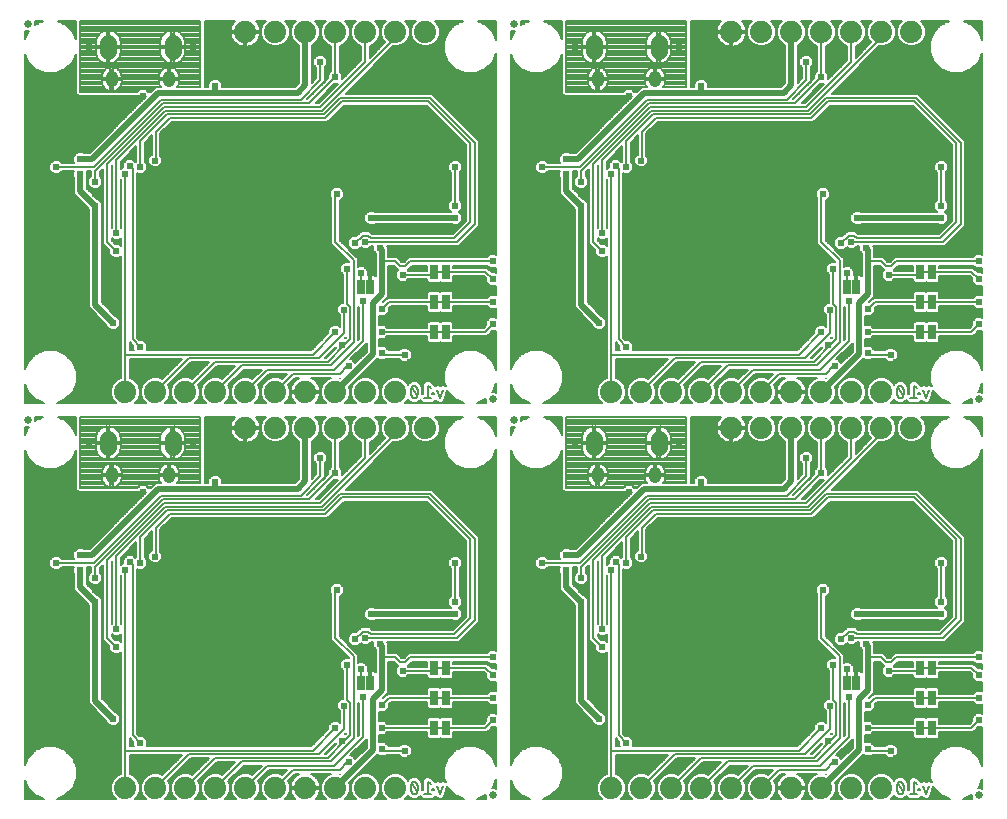
<source format=gbl>
G75*
%MOIN*%
%OFA0B0*%
%FSLAX25Y25*%
%IPPOS*%
%LPD*%
%AMOC8*
5,1,8,0,0,1.08239X$1,22.5*
%
%ADD10C,0.00800*%
%ADD11C,0.07400*%
%ADD12R,0.02500X0.05000*%
%ADD13R,0.01600X0.01000*%
%ADD14C,0.02500*%
%ADD15C,0.05512*%
%ADD16C,0.03937*%
%ADD17C,0.02400*%
%ADD18C,0.02000*%
%ADD19C,0.00600*%
D10*
X0063342Y0133750D02*
X0063342Y0157350D01*
X0103342Y0157350D01*
X0103342Y0135350D01*
X0095596Y0135350D01*
X0095894Y0135796D01*
X0096148Y0136409D01*
X0096277Y0137060D01*
X0096277Y0137582D01*
X0093309Y0137582D01*
X0093309Y0138382D01*
X0096277Y0138382D01*
X0096277Y0138905D01*
X0096148Y0139555D01*
X0095894Y0140168D01*
X0095525Y0140720D01*
X0095056Y0141189D01*
X0094504Y0141558D01*
X0093891Y0141812D01*
X0093309Y0141928D01*
X0093309Y0138382D01*
X0092509Y0138382D01*
X0092509Y0137582D01*
X0089540Y0137582D01*
X0089540Y0137060D01*
X0089670Y0136409D01*
X0089924Y0135796D01*
X0090222Y0135350D01*
X0088522Y0135350D01*
X0087351Y0134178D01*
X0086922Y0133750D01*
X0085953Y0133750D01*
X0085071Y0134632D01*
X0083248Y0134632D01*
X0082366Y0133750D01*
X0063342Y0133750D01*
X0063342Y0134153D02*
X0072790Y0134153D01*
X0072792Y0134153D02*
X0073375Y0134037D01*
X0073375Y0137582D01*
X0074175Y0137582D01*
X0074175Y0134037D01*
X0074757Y0134153D01*
X0075370Y0134407D01*
X0075922Y0134775D01*
X0076391Y0135244D01*
X0076760Y0135796D01*
X0077014Y0136409D01*
X0077143Y0137060D01*
X0077143Y0137582D01*
X0074175Y0137582D01*
X0074175Y0138382D01*
X0077143Y0138382D01*
X0077143Y0138905D01*
X0077014Y0139555D01*
X0076760Y0140168D01*
X0076391Y0140720D01*
X0075922Y0141189D01*
X0075370Y0141558D01*
X0074757Y0141812D01*
X0074175Y0141928D01*
X0074175Y0138382D01*
X0073375Y0138382D01*
X0073375Y0137582D01*
X0070406Y0137582D01*
X0070406Y0137060D01*
X0070536Y0136409D01*
X0070790Y0135796D01*
X0071158Y0135244D01*
X0071628Y0134775D01*
X0072179Y0134407D01*
X0072792Y0134153D01*
X0073375Y0134153D02*
X0074175Y0134153D01*
X0074759Y0134153D02*
X0082770Y0134153D01*
X0085550Y0134153D02*
X0087326Y0134153D01*
X0087351Y0134178D02*
X0087351Y0134178D01*
X0088124Y0134952D02*
X0076099Y0134952D01*
X0076730Y0135751D02*
X0089954Y0135751D01*
X0089642Y0136549D02*
X0077042Y0136549D01*
X0077143Y0137348D02*
X0089540Y0137348D01*
X0089540Y0138382D02*
X0092509Y0138382D01*
X0092509Y0141928D01*
X0091926Y0141812D01*
X0091313Y0141558D01*
X0090761Y0141189D01*
X0090292Y0140720D01*
X0089924Y0140168D01*
X0089670Y0139555D01*
X0089540Y0138905D01*
X0089540Y0138382D01*
X0089548Y0138945D02*
X0077135Y0138945D01*
X0076936Y0139743D02*
X0089747Y0139743D01*
X0090173Y0140542D02*
X0076511Y0140542D01*
X0075697Y0141340D02*
X0090987Y0141340D01*
X0092509Y0141340D02*
X0093309Y0141340D01*
X0093309Y0140542D02*
X0092509Y0140542D01*
X0092509Y0139743D02*
X0093309Y0139743D01*
X0093309Y0138945D02*
X0092509Y0138945D01*
X0092509Y0138146D02*
X0074175Y0138146D01*
X0074175Y0137348D02*
X0073375Y0137348D01*
X0073375Y0138146D02*
X0063342Y0138146D01*
X0063342Y0137348D02*
X0070406Y0137348D01*
X0070508Y0136549D02*
X0063342Y0136549D01*
X0063342Y0135751D02*
X0070820Y0135751D01*
X0071451Y0134952D02*
X0063342Y0134952D01*
X0063342Y0138945D02*
X0070414Y0138945D01*
X0070406Y0138905D02*
X0070406Y0138382D01*
X0073375Y0138382D01*
X0073375Y0141928D01*
X0072792Y0141812D01*
X0072179Y0141558D01*
X0071628Y0141189D01*
X0071158Y0140720D01*
X0070790Y0140168D01*
X0070536Y0139555D01*
X0070406Y0138905D01*
X0070614Y0139743D02*
X0063342Y0139743D01*
X0063342Y0140542D02*
X0071039Y0140542D01*
X0071853Y0141340D02*
X0063342Y0141340D01*
X0063342Y0142139D02*
X0103342Y0142139D01*
X0103342Y0142937D02*
X0063342Y0142937D01*
X0063342Y0143736D02*
X0070512Y0143736D01*
X0070421Y0143782D02*
X0071004Y0143485D01*
X0071626Y0143283D01*
X0072199Y0143192D01*
X0072199Y0148314D01*
X0068443Y0148314D01*
X0068443Y0147009D01*
X0068546Y0146363D01*
X0068748Y0145741D01*
X0069045Y0145158D01*
X0069429Y0144629D01*
X0069892Y0144166D01*
X0070421Y0143782D01*
X0069524Y0144534D02*
X0063342Y0144534D01*
X0063342Y0145333D02*
X0068956Y0145333D01*
X0068621Y0146131D02*
X0063342Y0146131D01*
X0063342Y0146930D02*
X0068456Y0146930D01*
X0068443Y0147728D02*
X0063342Y0147728D01*
X0063342Y0148527D02*
X0072199Y0148527D01*
X0072199Y0148314D02*
X0072199Y0149114D01*
X0068443Y0149114D01*
X0068443Y0150419D01*
X0068546Y0151065D01*
X0068748Y0151688D01*
X0069045Y0152270D01*
X0069429Y0152800D01*
X0069892Y0153262D01*
X0070421Y0153647D01*
X0071004Y0153944D01*
X0071626Y0154146D01*
X0072199Y0154237D01*
X0072199Y0149114D01*
X0072999Y0149114D01*
X0072999Y0154237D01*
X0073573Y0154146D01*
X0074195Y0153944D01*
X0074778Y0153647D01*
X0075307Y0153262D01*
X0075769Y0152800D01*
X0076154Y0152270D01*
X0076451Y0151688D01*
X0076653Y0151065D01*
X0076755Y0150419D01*
X0076755Y0149114D01*
X0072999Y0149114D01*
X0072999Y0148314D01*
X0072999Y0143192D01*
X0073573Y0143283D01*
X0074195Y0143485D01*
X0074778Y0143782D01*
X0075307Y0144166D01*
X0075769Y0144629D01*
X0076154Y0145158D01*
X0076451Y0145741D01*
X0076653Y0146363D01*
X0076755Y0147009D01*
X0076755Y0148314D01*
X0072999Y0148314D01*
X0072199Y0148314D01*
X0072199Y0147728D02*
X0072999Y0147728D01*
X0072999Y0146930D02*
X0072199Y0146930D01*
X0072199Y0146131D02*
X0072999Y0146131D01*
X0072999Y0145333D02*
X0072199Y0145333D01*
X0072199Y0144534D02*
X0072999Y0144534D01*
X0072999Y0143736D02*
X0072199Y0143736D01*
X0074687Y0143736D02*
X0092008Y0143736D01*
X0091917Y0143782D02*
X0092500Y0143485D01*
X0093122Y0143283D01*
X0093695Y0143192D01*
X0093695Y0148314D01*
X0089940Y0148314D01*
X0089940Y0147009D01*
X0090042Y0146363D01*
X0090244Y0145741D01*
X0090541Y0145158D01*
X0090925Y0144629D01*
X0091388Y0144166D01*
X0091917Y0143782D01*
X0091020Y0144534D02*
X0075675Y0144534D01*
X0076243Y0145333D02*
X0090452Y0145333D01*
X0090117Y0146131D02*
X0076578Y0146131D01*
X0076743Y0146930D02*
X0089952Y0146930D01*
X0089940Y0147728D02*
X0076755Y0147728D01*
X0076755Y0149325D02*
X0089940Y0149325D01*
X0089940Y0149114D02*
X0089940Y0150419D01*
X0090042Y0151065D01*
X0090244Y0151688D01*
X0090541Y0152270D01*
X0090925Y0152800D01*
X0091388Y0153262D01*
X0091917Y0153647D01*
X0092500Y0153944D01*
X0093122Y0154146D01*
X0093695Y0154237D01*
X0093695Y0149114D01*
X0093695Y0148314D01*
X0094495Y0148314D01*
X0094495Y0143192D01*
X0095069Y0143283D01*
X0095691Y0143485D01*
X0096274Y0143782D01*
X0096803Y0144166D01*
X0097265Y0144629D01*
X0097650Y0145158D01*
X0097947Y0145741D01*
X0098149Y0146363D01*
X0098251Y0147009D01*
X0098251Y0148314D01*
X0094495Y0148314D01*
X0094495Y0149114D01*
X0093695Y0149114D01*
X0089940Y0149114D01*
X0089940Y0150124D02*
X0076755Y0150124D01*
X0076676Y0150922D02*
X0090019Y0150922D01*
X0090261Y0151721D02*
X0076434Y0151721D01*
X0075973Y0152519D02*
X0090722Y0152519D01*
X0091465Y0153318D02*
X0075230Y0153318D01*
X0073663Y0154116D02*
X0093032Y0154116D01*
X0093695Y0154116D02*
X0094495Y0154116D01*
X0094495Y0154237D02*
X0094495Y0149114D01*
X0098251Y0149114D01*
X0098251Y0150419D01*
X0098149Y0151065D01*
X0097947Y0151688D01*
X0097650Y0152270D01*
X0097265Y0152800D01*
X0096803Y0153262D01*
X0096274Y0153647D01*
X0095691Y0153944D01*
X0095069Y0154146D01*
X0094495Y0154237D01*
X0095159Y0154116D02*
X0103342Y0154116D01*
X0103342Y0153318D02*
X0096726Y0153318D01*
X0097469Y0152519D02*
X0103342Y0152519D01*
X0103342Y0151721D02*
X0097930Y0151721D01*
X0098172Y0150922D02*
X0103342Y0150922D01*
X0103342Y0150124D02*
X0098251Y0150124D01*
X0098251Y0149325D02*
X0103342Y0149325D01*
X0103342Y0148527D02*
X0094495Y0148527D01*
X0094495Y0149325D02*
X0093695Y0149325D01*
X0093695Y0148527D02*
X0072999Y0148527D01*
X0072999Y0149325D02*
X0072199Y0149325D01*
X0072199Y0150124D02*
X0072999Y0150124D01*
X0072999Y0150922D02*
X0072199Y0150922D01*
X0072199Y0151721D02*
X0072999Y0151721D01*
X0072999Y0152519D02*
X0072199Y0152519D01*
X0072199Y0153318D02*
X0072999Y0153318D01*
X0072999Y0154116D02*
X0072199Y0154116D01*
X0071535Y0154116D02*
X0063342Y0154116D01*
X0063342Y0153318D02*
X0069969Y0153318D01*
X0069226Y0152519D02*
X0063342Y0152519D01*
X0063342Y0151721D02*
X0068765Y0151721D01*
X0068523Y0150922D02*
X0063342Y0150922D01*
X0063342Y0150124D02*
X0068443Y0150124D01*
X0068443Y0149325D02*
X0063342Y0149325D01*
X0063342Y0154915D02*
X0103342Y0154915D01*
X0103342Y0155713D02*
X0063342Y0155713D01*
X0063342Y0156512D02*
X0103342Y0156512D01*
X0103342Y0157310D02*
X0063342Y0157310D01*
X0073375Y0141340D02*
X0074175Y0141340D01*
X0074175Y0140542D02*
X0073375Y0140542D01*
X0073375Y0139743D02*
X0074175Y0139743D01*
X0074175Y0138945D02*
X0073375Y0138945D01*
X0073375Y0136549D02*
X0074175Y0136549D01*
X0074175Y0135751D02*
X0073375Y0135751D01*
X0073375Y0134952D02*
X0074175Y0134952D01*
X0093309Y0138146D02*
X0103342Y0138146D01*
X0103342Y0137348D02*
X0096277Y0137348D01*
X0096176Y0136549D02*
X0103342Y0136549D01*
X0103342Y0135751D02*
X0095863Y0135751D01*
X0096269Y0138945D02*
X0103342Y0138945D01*
X0103342Y0139743D02*
X0096070Y0139743D01*
X0095645Y0140542D02*
X0103342Y0140542D01*
X0103342Y0141340D02*
X0094830Y0141340D01*
X0094495Y0143736D02*
X0093695Y0143736D01*
X0093695Y0144534D02*
X0094495Y0144534D01*
X0094495Y0145333D02*
X0093695Y0145333D01*
X0093695Y0146131D02*
X0094495Y0146131D01*
X0094495Y0146930D02*
X0093695Y0146930D01*
X0093695Y0147728D02*
X0094495Y0147728D01*
X0094495Y0150124D02*
X0093695Y0150124D01*
X0093695Y0150922D02*
X0094495Y0150922D01*
X0094495Y0151721D02*
X0093695Y0151721D01*
X0093695Y0152519D02*
X0094495Y0152519D01*
X0094495Y0153318D02*
X0093695Y0153318D01*
X0098251Y0147728D02*
X0103342Y0147728D01*
X0103342Y0146930D02*
X0098239Y0146930D01*
X0098074Y0146131D02*
X0103342Y0146131D01*
X0103342Y0145333D02*
X0097739Y0145333D01*
X0097171Y0144534D02*
X0103342Y0144534D01*
X0103342Y0143736D02*
X0096183Y0143736D01*
X0175500Y0164233D02*
X0175548Y0164335D01*
X0175592Y0164438D01*
X0175633Y0164542D01*
X0175670Y0164648D01*
X0175704Y0164755D01*
X0175734Y0164863D01*
X0175761Y0164972D01*
X0175785Y0165081D01*
X0175805Y0165192D01*
X0175821Y0165303D01*
X0175834Y0165414D01*
X0175843Y0165526D01*
X0175848Y0165638D01*
X0175850Y0165750D01*
X0173517Y0165750D02*
X0173519Y0165862D01*
X0173524Y0165974D01*
X0173533Y0166086D01*
X0173546Y0166197D01*
X0173562Y0166308D01*
X0173582Y0166419D01*
X0173606Y0166528D01*
X0173633Y0166637D01*
X0173663Y0166745D01*
X0173697Y0166852D01*
X0173734Y0166958D01*
X0173775Y0167062D01*
X0173819Y0167165D01*
X0173867Y0167267D01*
X0173750Y0166917D02*
X0175617Y0164583D01*
X0174683Y0163650D02*
X0174627Y0163652D01*
X0174571Y0163657D01*
X0174515Y0163667D01*
X0174460Y0163679D01*
X0174406Y0163696D01*
X0174354Y0163715D01*
X0174302Y0163739D01*
X0174252Y0163765D01*
X0174205Y0163795D01*
X0174159Y0163827D01*
X0174115Y0163863D01*
X0174074Y0163902D01*
X0174035Y0163943D01*
X0174000Y0163986D01*
X0173967Y0164032D01*
X0173937Y0164080D01*
X0173910Y0164129D01*
X0173887Y0164180D01*
X0173867Y0164233D01*
X0174683Y0163650D02*
X0174739Y0163652D01*
X0174795Y0163657D01*
X0174851Y0163667D01*
X0174906Y0163679D01*
X0174960Y0163696D01*
X0175012Y0163715D01*
X0175064Y0163739D01*
X0175114Y0163765D01*
X0175161Y0163795D01*
X0175207Y0163827D01*
X0175251Y0163863D01*
X0175292Y0163902D01*
X0175331Y0163943D01*
X0175366Y0163986D01*
X0175399Y0164032D01*
X0175429Y0164080D01*
X0175456Y0164129D01*
X0175479Y0164180D01*
X0175499Y0164233D01*
X0173867Y0164233D02*
X0173819Y0164335D01*
X0173775Y0164438D01*
X0173734Y0164542D01*
X0173697Y0164648D01*
X0173663Y0164755D01*
X0173633Y0164863D01*
X0173606Y0164972D01*
X0173582Y0165081D01*
X0173562Y0165192D01*
X0173546Y0165303D01*
X0173533Y0165414D01*
X0173524Y0165526D01*
X0173519Y0165638D01*
X0173517Y0165750D01*
X0175850Y0165750D02*
X0175848Y0165862D01*
X0175843Y0165974D01*
X0175834Y0166086D01*
X0175821Y0166197D01*
X0175805Y0166308D01*
X0175785Y0166419D01*
X0175761Y0166528D01*
X0175734Y0166637D01*
X0175704Y0166745D01*
X0175670Y0166852D01*
X0175633Y0166958D01*
X0175592Y0167062D01*
X0175548Y0167165D01*
X0175500Y0167267D01*
X0175499Y0167267D02*
X0175479Y0167320D01*
X0175456Y0167371D01*
X0175429Y0167420D01*
X0175399Y0167468D01*
X0175366Y0167514D01*
X0175331Y0167557D01*
X0175292Y0167598D01*
X0175251Y0167637D01*
X0175207Y0167672D01*
X0175161Y0167705D01*
X0175114Y0167735D01*
X0175064Y0167761D01*
X0175012Y0167785D01*
X0174960Y0167804D01*
X0174906Y0167821D01*
X0174851Y0167833D01*
X0174795Y0167843D01*
X0174739Y0167848D01*
X0174683Y0167850D01*
X0174627Y0167848D01*
X0174571Y0167843D01*
X0174515Y0167833D01*
X0174460Y0167821D01*
X0174406Y0167804D01*
X0174354Y0167785D01*
X0174302Y0167761D01*
X0174252Y0167735D01*
X0174205Y0167705D01*
X0174159Y0167673D01*
X0174115Y0167637D01*
X0174074Y0167598D01*
X0174035Y0167557D01*
X0174000Y0167514D01*
X0173967Y0167468D01*
X0173937Y0167420D01*
X0173910Y0167371D01*
X0173887Y0167320D01*
X0173867Y0167267D01*
X0179183Y0167850D02*
X0179183Y0163650D01*
X0178017Y0163650D02*
X0180350Y0163650D01*
X0183233Y0163650D02*
X0182300Y0166450D01*
X0184167Y0166450D02*
X0183233Y0163650D01*
X0180350Y0166917D02*
X0179183Y0167850D01*
X0225342Y0157350D02*
X0225342Y0133750D01*
X0244366Y0133750D01*
X0245248Y0134632D01*
X0247071Y0134632D01*
X0247953Y0133750D01*
X0248922Y0133750D01*
X0249351Y0134178D01*
X0249351Y0134178D01*
X0250522Y0135350D01*
X0252222Y0135350D01*
X0251924Y0135796D01*
X0251670Y0136409D01*
X0251540Y0137060D01*
X0251540Y0137582D01*
X0254509Y0137582D01*
X0254509Y0138382D01*
X0251540Y0138382D01*
X0251540Y0138905D01*
X0251670Y0139555D01*
X0251924Y0140168D01*
X0252292Y0140720D01*
X0252761Y0141189D01*
X0253313Y0141558D01*
X0253926Y0141812D01*
X0254509Y0141928D01*
X0254509Y0138382D01*
X0255309Y0138382D01*
X0258277Y0138382D01*
X0258277Y0138905D01*
X0258148Y0139555D01*
X0257894Y0140168D01*
X0257525Y0140720D01*
X0257056Y0141189D01*
X0256504Y0141558D01*
X0255891Y0141812D01*
X0255309Y0141928D01*
X0255309Y0138382D01*
X0255309Y0137582D01*
X0258277Y0137582D01*
X0258277Y0137060D01*
X0258148Y0136409D01*
X0257894Y0135796D01*
X0257596Y0135350D01*
X0265342Y0135350D01*
X0265342Y0157350D01*
X0225342Y0157350D01*
X0225342Y0157310D02*
X0265342Y0157310D01*
X0265342Y0156512D02*
X0225342Y0156512D01*
X0225342Y0155713D02*
X0265342Y0155713D01*
X0265342Y0154915D02*
X0225342Y0154915D01*
X0225342Y0154116D02*
X0233535Y0154116D01*
X0233626Y0154146D02*
X0233004Y0153944D01*
X0232421Y0153647D01*
X0231892Y0153262D01*
X0231429Y0152800D01*
X0231045Y0152270D01*
X0230748Y0151688D01*
X0230546Y0151065D01*
X0230443Y0150419D01*
X0230443Y0149114D01*
X0234199Y0149114D01*
X0234199Y0148314D01*
X0230443Y0148314D01*
X0230443Y0147009D01*
X0230546Y0146363D01*
X0230748Y0145741D01*
X0231045Y0145158D01*
X0231429Y0144629D01*
X0231892Y0144166D01*
X0232421Y0143782D01*
X0233004Y0143485D01*
X0233626Y0143283D01*
X0234199Y0143192D01*
X0234199Y0148314D01*
X0234999Y0148314D01*
X0234999Y0143192D01*
X0235573Y0143283D01*
X0236195Y0143485D01*
X0236778Y0143782D01*
X0237307Y0144166D01*
X0237769Y0144629D01*
X0238154Y0145158D01*
X0238451Y0145741D01*
X0238653Y0146363D01*
X0238755Y0147009D01*
X0238755Y0148314D01*
X0234999Y0148314D01*
X0234999Y0149114D01*
X0234199Y0149114D01*
X0234199Y0154237D01*
X0233626Y0154146D01*
X0234199Y0154116D02*
X0234999Y0154116D01*
X0234999Y0154237D02*
X0234999Y0149114D01*
X0238755Y0149114D01*
X0238755Y0150419D01*
X0238653Y0151065D01*
X0238451Y0151688D01*
X0238154Y0152270D01*
X0237769Y0152800D01*
X0237307Y0153262D01*
X0236778Y0153647D01*
X0236195Y0153944D01*
X0235573Y0154146D01*
X0234999Y0154237D01*
X0235663Y0154116D02*
X0255032Y0154116D01*
X0255122Y0154146D02*
X0254500Y0153944D01*
X0253917Y0153647D01*
X0253388Y0153262D01*
X0252925Y0152800D01*
X0252541Y0152270D01*
X0252244Y0151688D01*
X0252042Y0151065D01*
X0251940Y0150419D01*
X0251940Y0149114D01*
X0255695Y0149114D01*
X0255695Y0148314D01*
X0251940Y0148314D01*
X0251940Y0147009D01*
X0252042Y0146363D01*
X0252244Y0145741D01*
X0252541Y0145158D01*
X0252925Y0144629D01*
X0253388Y0144166D01*
X0253917Y0143782D01*
X0254500Y0143485D01*
X0255122Y0143283D01*
X0255695Y0143192D01*
X0255695Y0148314D01*
X0256495Y0148314D01*
X0256495Y0143192D01*
X0257069Y0143283D01*
X0257691Y0143485D01*
X0258274Y0143782D01*
X0258803Y0144166D01*
X0259265Y0144629D01*
X0259650Y0145158D01*
X0259947Y0145741D01*
X0260149Y0146363D01*
X0260251Y0147009D01*
X0260251Y0148314D01*
X0256495Y0148314D01*
X0256495Y0149114D01*
X0255695Y0149114D01*
X0255695Y0154237D01*
X0255122Y0154146D01*
X0255695Y0154116D02*
X0256495Y0154116D01*
X0256495Y0154237D02*
X0256495Y0149114D01*
X0260251Y0149114D01*
X0260251Y0150419D01*
X0260149Y0151065D01*
X0259947Y0151688D01*
X0259650Y0152270D01*
X0259265Y0152800D01*
X0258803Y0153262D01*
X0258274Y0153647D01*
X0257691Y0153944D01*
X0257069Y0154146D01*
X0256495Y0154237D01*
X0257159Y0154116D02*
X0265342Y0154116D01*
X0265342Y0153318D02*
X0258726Y0153318D01*
X0259469Y0152519D02*
X0265342Y0152519D01*
X0265342Y0151721D02*
X0259930Y0151721D01*
X0260172Y0150922D02*
X0265342Y0150922D01*
X0265342Y0150124D02*
X0260251Y0150124D01*
X0260251Y0149325D02*
X0265342Y0149325D01*
X0265342Y0148527D02*
X0256495Y0148527D01*
X0256495Y0149325D02*
X0255695Y0149325D01*
X0255695Y0148527D02*
X0234999Y0148527D01*
X0234999Y0149325D02*
X0234199Y0149325D01*
X0234199Y0148527D02*
X0225342Y0148527D01*
X0225342Y0149325D02*
X0230443Y0149325D01*
X0230443Y0150124D02*
X0225342Y0150124D01*
X0225342Y0150922D02*
X0230523Y0150922D01*
X0230765Y0151721D02*
X0225342Y0151721D01*
X0225342Y0152519D02*
X0231226Y0152519D01*
X0231969Y0153318D02*
X0225342Y0153318D01*
X0234199Y0153318D02*
X0234999Y0153318D01*
X0234999Y0152519D02*
X0234199Y0152519D01*
X0234199Y0151721D02*
X0234999Y0151721D01*
X0234999Y0150922D02*
X0234199Y0150922D01*
X0234199Y0150124D02*
X0234999Y0150124D01*
X0234999Y0147728D02*
X0234199Y0147728D01*
X0234199Y0146930D02*
X0234999Y0146930D01*
X0234999Y0146131D02*
X0234199Y0146131D01*
X0234199Y0145333D02*
X0234999Y0145333D01*
X0234999Y0144534D02*
X0234199Y0144534D01*
X0234199Y0143736D02*
X0234999Y0143736D01*
X0236687Y0143736D02*
X0254008Y0143736D01*
X0253020Y0144534D02*
X0237675Y0144534D01*
X0238243Y0145333D02*
X0252452Y0145333D01*
X0252117Y0146131D02*
X0238578Y0146131D01*
X0238743Y0146930D02*
X0251952Y0146930D01*
X0251940Y0147728D02*
X0238755Y0147728D01*
X0238755Y0149325D02*
X0251940Y0149325D01*
X0251940Y0150124D02*
X0238755Y0150124D01*
X0238676Y0150922D02*
X0252019Y0150922D01*
X0252261Y0151721D02*
X0238434Y0151721D01*
X0237973Y0152519D02*
X0252722Y0152519D01*
X0253465Y0153318D02*
X0237230Y0153318D01*
X0230443Y0147728D02*
X0225342Y0147728D01*
X0225342Y0146930D02*
X0230456Y0146930D01*
X0230621Y0146131D02*
X0225342Y0146131D01*
X0225342Y0145333D02*
X0230956Y0145333D01*
X0231524Y0144534D02*
X0225342Y0144534D01*
X0225342Y0143736D02*
X0232512Y0143736D01*
X0234179Y0141558D02*
X0233628Y0141189D01*
X0233158Y0140720D01*
X0232790Y0140168D01*
X0232536Y0139555D01*
X0232406Y0138905D01*
X0232406Y0138382D01*
X0235375Y0138382D01*
X0235375Y0137582D01*
X0236175Y0137582D01*
X0236175Y0134037D01*
X0236757Y0134153D01*
X0237370Y0134407D01*
X0237922Y0134775D01*
X0238391Y0135244D01*
X0238760Y0135796D01*
X0239014Y0136409D01*
X0239143Y0137060D01*
X0239143Y0137582D01*
X0236175Y0137582D01*
X0236175Y0138382D01*
X0239143Y0138382D01*
X0239143Y0138905D01*
X0239014Y0139555D01*
X0238760Y0140168D01*
X0238391Y0140720D01*
X0237922Y0141189D01*
X0237370Y0141558D01*
X0236757Y0141812D01*
X0236175Y0141928D01*
X0236175Y0138382D01*
X0235375Y0138382D01*
X0235375Y0141928D01*
X0234792Y0141812D01*
X0234179Y0141558D01*
X0233853Y0141340D02*
X0225342Y0141340D01*
X0225342Y0140542D02*
X0233039Y0140542D01*
X0232614Y0139743D02*
X0225342Y0139743D01*
X0225342Y0138945D02*
X0232414Y0138945D01*
X0232406Y0137582D02*
X0232406Y0137060D01*
X0232536Y0136409D01*
X0232790Y0135796D01*
X0233158Y0135244D01*
X0233628Y0134775D01*
X0234179Y0134407D01*
X0234792Y0134153D01*
X0235375Y0134037D01*
X0235375Y0137582D01*
X0232406Y0137582D01*
X0232406Y0137348D02*
X0225342Y0137348D01*
X0225342Y0138146D02*
X0235375Y0138146D01*
X0235375Y0137348D02*
X0236175Y0137348D01*
X0236175Y0138146D02*
X0254509Y0138146D01*
X0254509Y0138945D02*
X0255309Y0138945D01*
X0255309Y0139743D02*
X0254509Y0139743D01*
X0254509Y0140542D02*
X0255309Y0140542D01*
X0255309Y0141340D02*
X0254509Y0141340D01*
X0252987Y0141340D02*
X0237697Y0141340D01*
X0238511Y0140542D02*
X0252173Y0140542D01*
X0251747Y0139743D02*
X0238936Y0139743D01*
X0239135Y0138945D02*
X0251548Y0138945D01*
X0251540Y0137348D02*
X0239143Y0137348D01*
X0239042Y0136549D02*
X0251642Y0136549D01*
X0251954Y0135751D02*
X0238730Y0135751D01*
X0238099Y0134952D02*
X0250124Y0134952D01*
X0249326Y0134153D02*
X0247550Y0134153D01*
X0244770Y0134153D02*
X0236759Y0134153D01*
X0236175Y0134153D02*
X0235375Y0134153D01*
X0234790Y0134153D02*
X0225342Y0134153D01*
X0225342Y0134952D02*
X0233451Y0134952D01*
X0232820Y0135751D02*
X0225342Y0135751D01*
X0225342Y0136549D02*
X0232508Y0136549D01*
X0235375Y0136549D02*
X0236175Y0136549D01*
X0236175Y0135751D02*
X0235375Y0135751D01*
X0235375Y0134952D02*
X0236175Y0134952D01*
X0236175Y0138945D02*
X0235375Y0138945D01*
X0235375Y0139743D02*
X0236175Y0139743D01*
X0236175Y0140542D02*
X0235375Y0140542D01*
X0235375Y0141340D02*
X0236175Y0141340D01*
X0225342Y0142139D02*
X0265342Y0142139D01*
X0265342Y0142937D02*
X0225342Y0142937D01*
X0255309Y0138146D02*
X0265342Y0138146D01*
X0265342Y0137348D02*
X0258277Y0137348D01*
X0258176Y0136549D02*
X0265342Y0136549D01*
X0265342Y0135751D02*
X0257863Y0135751D01*
X0258269Y0138945D02*
X0265342Y0138945D01*
X0265342Y0139743D02*
X0258070Y0139743D01*
X0257645Y0140542D02*
X0265342Y0140542D01*
X0265342Y0141340D02*
X0256830Y0141340D01*
X0256495Y0143736D02*
X0255695Y0143736D01*
X0255695Y0144534D02*
X0256495Y0144534D01*
X0256495Y0145333D02*
X0255695Y0145333D01*
X0255695Y0146131D02*
X0256495Y0146131D01*
X0256495Y0146930D02*
X0255695Y0146930D01*
X0255695Y0147728D02*
X0256495Y0147728D01*
X0256495Y0150124D02*
X0255695Y0150124D01*
X0255695Y0150922D02*
X0256495Y0150922D01*
X0256495Y0151721D02*
X0255695Y0151721D01*
X0255695Y0152519D02*
X0256495Y0152519D01*
X0256495Y0153318D02*
X0255695Y0153318D01*
X0260251Y0147728D02*
X0265342Y0147728D01*
X0265342Y0146930D02*
X0260239Y0146930D01*
X0260074Y0146131D02*
X0265342Y0146131D01*
X0265342Y0145333D02*
X0259739Y0145333D01*
X0259171Y0144534D02*
X0265342Y0144534D01*
X0265342Y0143736D02*
X0258183Y0143736D01*
X0337500Y0164233D02*
X0337548Y0164335D01*
X0337592Y0164438D01*
X0337633Y0164542D01*
X0337670Y0164648D01*
X0337704Y0164755D01*
X0337734Y0164863D01*
X0337761Y0164972D01*
X0337785Y0165081D01*
X0337805Y0165192D01*
X0337821Y0165303D01*
X0337834Y0165414D01*
X0337843Y0165526D01*
X0337848Y0165638D01*
X0337850Y0165750D01*
X0335517Y0165750D02*
X0335519Y0165862D01*
X0335524Y0165974D01*
X0335533Y0166086D01*
X0335546Y0166197D01*
X0335562Y0166308D01*
X0335582Y0166419D01*
X0335606Y0166528D01*
X0335633Y0166637D01*
X0335663Y0166745D01*
X0335697Y0166852D01*
X0335734Y0166958D01*
X0335775Y0167062D01*
X0335819Y0167165D01*
X0335867Y0167267D01*
X0335750Y0166917D02*
X0337617Y0164583D01*
X0336683Y0163650D02*
X0336627Y0163652D01*
X0336571Y0163657D01*
X0336515Y0163667D01*
X0336460Y0163679D01*
X0336406Y0163696D01*
X0336354Y0163715D01*
X0336302Y0163739D01*
X0336252Y0163765D01*
X0336205Y0163795D01*
X0336159Y0163827D01*
X0336115Y0163863D01*
X0336074Y0163902D01*
X0336035Y0163943D01*
X0336000Y0163986D01*
X0335967Y0164032D01*
X0335937Y0164080D01*
X0335910Y0164129D01*
X0335887Y0164180D01*
X0335867Y0164233D01*
X0336683Y0163650D02*
X0336739Y0163652D01*
X0336795Y0163657D01*
X0336851Y0163667D01*
X0336906Y0163679D01*
X0336960Y0163696D01*
X0337012Y0163715D01*
X0337064Y0163739D01*
X0337114Y0163765D01*
X0337161Y0163795D01*
X0337207Y0163827D01*
X0337251Y0163863D01*
X0337292Y0163902D01*
X0337331Y0163943D01*
X0337366Y0163986D01*
X0337399Y0164032D01*
X0337429Y0164080D01*
X0337456Y0164129D01*
X0337479Y0164180D01*
X0337499Y0164233D01*
X0335867Y0164233D02*
X0335819Y0164335D01*
X0335775Y0164438D01*
X0335734Y0164542D01*
X0335697Y0164648D01*
X0335663Y0164755D01*
X0335633Y0164863D01*
X0335606Y0164972D01*
X0335582Y0165081D01*
X0335562Y0165192D01*
X0335546Y0165303D01*
X0335533Y0165414D01*
X0335524Y0165526D01*
X0335519Y0165638D01*
X0335517Y0165750D01*
X0337850Y0165750D02*
X0337848Y0165862D01*
X0337843Y0165974D01*
X0337834Y0166086D01*
X0337821Y0166197D01*
X0337805Y0166308D01*
X0337785Y0166419D01*
X0337761Y0166528D01*
X0337734Y0166637D01*
X0337704Y0166745D01*
X0337670Y0166852D01*
X0337633Y0166958D01*
X0337592Y0167062D01*
X0337548Y0167165D01*
X0337500Y0167267D01*
X0337499Y0167267D02*
X0337479Y0167320D01*
X0337456Y0167371D01*
X0337429Y0167420D01*
X0337399Y0167468D01*
X0337366Y0167514D01*
X0337331Y0167557D01*
X0337292Y0167598D01*
X0337251Y0167637D01*
X0337207Y0167672D01*
X0337161Y0167705D01*
X0337114Y0167735D01*
X0337064Y0167761D01*
X0337012Y0167785D01*
X0336960Y0167804D01*
X0336906Y0167821D01*
X0336851Y0167833D01*
X0336795Y0167843D01*
X0336739Y0167848D01*
X0336683Y0167850D01*
X0336627Y0167848D01*
X0336571Y0167843D01*
X0336515Y0167833D01*
X0336460Y0167821D01*
X0336406Y0167804D01*
X0336354Y0167785D01*
X0336302Y0167761D01*
X0336252Y0167735D01*
X0336205Y0167705D01*
X0336159Y0167673D01*
X0336115Y0167637D01*
X0336074Y0167598D01*
X0336035Y0167557D01*
X0336000Y0167514D01*
X0335967Y0167468D01*
X0335937Y0167420D01*
X0335910Y0167371D01*
X0335887Y0167320D01*
X0335867Y0167267D01*
X0341183Y0167850D02*
X0341183Y0163650D01*
X0340017Y0163650D02*
X0342350Y0163650D01*
X0345233Y0163650D02*
X0344300Y0166450D01*
X0346167Y0166450D02*
X0345233Y0163650D01*
X0342350Y0166917D02*
X0341183Y0167850D01*
X0248922Y0265750D02*
X0247953Y0265750D01*
X0247071Y0266632D01*
X0245248Y0266632D01*
X0244366Y0265750D01*
X0225342Y0265750D01*
X0225342Y0289350D01*
X0265342Y0289350D01*
X0265342Y0267350D01*
X0257596Y0267350D01*
X0257894Y0267796D01*
X0258148Y0268409D01*
X0258277Y0269060D01*
X0258277Y0269582D01*
X0255309Y0269582D01*
X0255309Y0270382D01*
X0258277Y0270382D01*
X0258277Y0270905D01*
X0258148Y0271555D01*
X0257894Y0272168D01*
X0257525Y0272720D01*
X0257056Y0273189D01*
X0256504Y0273558D01*
X0255891Y0273812D01*
X0255309Y0273928D01*
X0255309Y0270382D01*
X0254509Y0270382D01*
X0254509Y0269582D01*
X0251540Y0269582D01*
X0251540Y0269060D01*
X0251670Y0268409D01*
X0251924Y0267796D01*
X0252222Y0267350D01*
X0250522Y0267350D01*
X0249351Y0266178D01*
X0248922Y0265750D01*
X0249080Y0265908D02*
X0247795Y0265908D01*
X0249351Y0266178D02*
X0249351Y0266178D01*
X0249879Y0266706D02*
X0237819Y0266706D01*
X0237922Y0266775D02*
X0238391Y0267244D01*
X0238760Y0267796D01*
X0239014Y0268409D01*
X0239143Y0269060D01*
X0239143Y0269582D01*
X0236175Y0269582D01*
X0236175Y0266037D01*
X0236757Y0266153D01*
X0237370Y0266407D01*
X0237922Y0266775D01*
X0238565Y0267505D02*
X0252118Y0267505D01*
X0251713Y0268303D02*
X0238970Y0268303D01*
X0239143Y0269102D02*
X0251540Y0269102D01*
X0251540Y0270382D02*
X0254509Y0270382D01*
X0254509Y0273928D01*
X0253926Y0273812D01*
X0253313Y0273558D01*
X0252761Y0273189D01*
X0252292Y0272720D01*
X0251924Y0272168D01*
X0251670Y0271555D01*
X0251540Y0270905D01*
X0251540Y0270382D01*
X0251540Y0270699D02*
X0239143Y0270699D01*
X0239143Y0270905D02*
X0239014Y0271555D01*
X0238760Y0272168D01*
X0238391Y0272720D01*
X0237922Y0273189D01*
X0237370Y0273558D01*
X0236757Y0273812D01*
X0236175Y0273928D01*
X0236175Y0270382D01*
X0239143Y0270382D01*
X0239143Y0270905D01*
X0239025Y0271497D02*
X0251658Y0271497D01*
X0252009Y0272296D02*
X0238675Y0272296D01*
X0238017Y0273094D02*
X0252667Y0273094D01*
X0254509Y0273094D02*
X0255309Y0273094D01*
X0255309Y0272296D02*
X0254509Y0272296D01*
X0254509Y0271497D02*
X0255309Y0271497D01*
X0255309Y0270699D02*
X0254509Y0270699D01*
X0254509Y0269900D02*
X0236175Y0269900D01*
X0236175Y0269582D02*
X0236175Y0270382D01*
X0235375Y0270382D01*
X0235375Y0269582D01*
X0236175Y0269582D01*
X0236175Y0269102D02*
X0235375Y0269102D01*
X0235375Y0269582D02*
X0235375Y0266037D01*
X0234792Y0266153D01*
X0234179Y0266407D01*
X0233628Y0266775D01*
X0233158Y0267244D01*
X0232790Y0267796D01*
X0232536Y0268409D01*
X0232406Y0269060D01*
X0232406Y0269582D01*
X0235375Y0269582D01*
X0235375Y0269900D02*
X0225342Y0269900D01*
X0225342Y0269102D02*
X0232406Y0269102D01*
X0232580Y0268303D02*
X0225342Y0268303D01*
X0225342Y0267505D02*
X0232984Y0267505D01*
X0233731Y0266706D02*
X0225342Y0266706D01*
X0225342Y0265908D02*
X0244524Y0265908D01*
X0236175Y0266706D02*
X0235375Y0266706D01*
X0235375Y0267505D02*
X0236175Y0267505D01*
X0236175Y0268303D02*
X0235375Y0268303D01*
X0235375Y0270382D02*
X0232406Y0270382D01*
X0232406Y0270905D01*
X0232536Y0271555D01*
X0232790Y0272168D01*
X0233158Y0272720D01*
X0233628Y0273189D01*
X0234179Y0273558D01*
X0234792Y0273812D01*
X0235375Y0273928D01*
X0235375Y0270382D01*
X0235375Y0270699D02*
X0236175Y0270699D01*
X0236175Y0271497D02*
X0235375Y0271497D01*
X0235375Y0272296D02*
X0236175Y0272296D01*
X0236175Y0273094D02*
X0235375Y0273094D01*
X0235375Y0273893D02*
X0236175Y0273893D01*
X0236350Y0273893D02*
X0254334Y0273893D01*
X0254509Y0273893D02*
X0255309Y0273893D01*
X0255484Y0273893D02*
X0265342Y0273893D01*
X0265342Y0274691D02*
X0225342Y0274691D01*
X0225342Y0273893D02*
X0235200Y0273893D01*
X0234999Y0275192D02*
X0235573Y0275283D01*
X0236195Y0275485D01*
X0236778Y0275782D01*
X0237307Y0276166D01*
X0237769Y0276629D01*
X0238154Y0277158D01*
X0238451Y0277741D01*
X0238653Y0278363D01*
X0238755Y0279009D01*
X0238755Y0280314D01*
X0234999Y0280314D01*
X0234999Y0275192D01*
X0234999Y0275490D02*
X0234199Y0275490D01*
X0234199Y0275192D02*
X0234199Y0280314D01*
X0230443Y0280314D01*
X0230443Y0279009D01*
X0230546Y0278363D01*
X0230748Y0277741D01*
X0231045Y0277158D01*
X0231429Y0276629D01*
X0231892Y0276166D01*
X0232421Y0275782D01*
X0233004Y0275485D01*
X0233626Y0275283D01*
X0234199Y0275192D01*
X0234199Y0276289D02*
X0234999Y0276289D01*
X0234999Y0277087D02*
X0234199Y0277087D01*
X0234199Y0277886D02*
X0234999Y0277886D01*
X0234999Y0278684D02*
X0234199Y0278684D01*
X0234199Y0279483D02*
X0234999Y0279483D01*
X0234999Y0280281D02*
X0234199Y0280281D01*
X0234199Y0280314D02*
X0234999Y0280314D01*
X0234999Y0281114D01*
X0234199Y0281114D01*
X0234199Y0280314D01*
X0234199Y0281080D02*
X0225342Y0281080D01*
X0225342Y0281878D02*
X0230443Y0281878D01*
X0230443Y0282419D02*
X0230443Y0281114D01*
X0234199Y0281114D01*
X0234199Y0286237D01*
X0233626Y0286146D01*
X0233004Y0285944D01*
X0232421Y0285647D01*
X0231892Y0285262D01*
X0231429Y0284800D01*
X0231045Y0284270D01*
X0230748Y0283688D01*
X0230546Y0283065D01*
X0230443Y0282419D01*
X0230484Y0282677D02*
X0225342Y0282677D01*
X0225342Y0283475D02*
X0230679Y0283475D01*
X0231047Y0284274D02*
X0225342Y0284274D01*
X0225342Y0285072D02*
X0231702Y0285072D01*
X0232861Y0285871D02*
X0225342Y0285871D01*
X0225342Y0286669D02*
X0265342Y0286669D01*
X0265342Y0285871D02*
X0257834Y0285871D01*
X0257691Y0285944D02*
X0257069Y0286146D01*
X0256495Y0286237D01*
X0256495Y0281114D01*
X0255695Y0281114D01*
X0255695Y0280314D01*
X0251940Y0280314D01*
X0251940Y0279009D01*
X0252042Y0278363D01*
X0252244Y0277741D01*
X0252541Y0277158D01*
X0252925Y0276629D01*
X0253388Y0276166D01*
X0253917Y0275782D01*
X0254500Y0275485D01*
X0255122Y0275283D01*
X0255695Y0275192D01*
X0255695Y0280314D01*
X0256495Y0280314D01*
X0256495Y0275192D01*
X0257069Y0275283D01*
X0257691Y0275485D01*
X0258274Y0275782D01*
X0258803Y0276166D01*
X0259265Y0276629D01*
X0259650Y0277158D01*
X0259947Y0277741D01*
X0260149Y0278363D01*
X0260251Y0279009D01*
X0260251Y0280314D01*
X0256495Y0280314D01*
X0256495Y0281114D01*
X0260251Y0281114D01*
X0260251Y0282419D01*
X0260149Y0283065D01*
X0259947Y0283688D01*
X0259650Y0284270D01*
X0259265Y0284800D01*
X0258803Y0285262D01*
X0258274Y0285647D01*
X0257691Y0285944D01*
X0256495Y0285871D02*
X0255695Y0285871D01*
X0255695Y0286237D02*
X0255122Y0286146D01*
X0254500Y0285944D01*
X0253917Y0285647D01*
X0253388Y0285262D01*
X0252925Y0284800D01*
X0252541Y0284270D01*
X0252244Y0283688D01*
X0252042Y0283065D01*
X0251940Y0282419D01*
X0251940Y0281114D01*
X0255695Y0281114D01*
X0255695Y0286237D01*
X0255695Y0285072D02*
X0256495Y0285072D01*
X0256495Y0284274D02*
X0255695Y0284274D01*
X0255695Y0283475D02*
X0256495Y0283475D01*
X0256495Y0282677D02*
X0255695Y0282677D01*
X0255695Y0281878D02*
X0256495Y0281878D01*
X0256495Y0281080D02*
X0265342Y0281080D01*
X0265342Y0281878D02*
X0260251Y0281878D01*
X0260211Y0282677D02*
X0265342Y0282677D01*
X0265342Y0283475D02*
X0260016Y0283475D01*
X0259648Y0284274D02*
X0265342Y0284274D01*
X0265342Y0285072D02*
X0258993Y0285072D01*
X0254357Y0285871D02*
X0236338Y0285871D01*
X0236195Y0285944D02*
X0235573Y0286146D01*
X0234999Y0286237D01*
X0234999Y0281114D01*
X0238755Y0281114D01*
X0238755Y0282419D01*
X0238653Y0283065D01*
X0238451Y0283688D01*
X0238154Y0284270D01*
X0237769Y0284800D01*
X0237307Y0285262D01*
X0236778Y0285647D01*
X0236195Y0285944D01*
X0234999Y0285871D02*
X0234199Y0285871D01*
X0234199Y0285072D02*
X0234999Y0285072D01*
X0234999Y0284274D02*
X0234199Y0284274D01*
X0234199Y0283475D02*
X0234999Y0283475D01*
X0234999Y0282677D02*
X0234199Y0282677D01*
X0234199Y0281878D02*
X0234999Y0281878D01*
X0234999Y0281080D02*
X0255695Y0281080D01*
X0255695Y0280281D02*
X0256495Y0280281D01*
X0256495Y0279483D02*
X0255695Y0279483D01*
X0255695Y0278684D02*
X0256495Y0278684D01*
X0256495Y0277886D02*
X0255695Y0277886D01*
X0255695Y0277087D02*
X0256495Y0277087D01*
X0256495Y0276289D02*
X0255695Y0276289D01*
X0255695Y0275490D02*
X0256495Y0275490D01*
X0257701Y0275490D02*
X0265342Y0275490D01*
X0265342Y0276289D02*
X0258925Y0276289D01*
X0259598Y0277087D02*
X0265342Y0277087D01*
X0265342Y0277886D02*
X0259994Y0277886D01*
X0260200Y0278684D02*
X0265342Y0278684D01*
X0265342Y0279483D02*
X0260251Y0279483D01*
X0260251Y0280281D02*
X0265342Y0280281D01*
X0265342Y0273094D02*
X0257151Y0273094D01*
X0257809Y0272296D02*
X0265342Y0272296D01*
X0265342Y0271497D02*
X0258159Y0271497D01*
X0258277Y0270699D02*
X0265342Y0270699D01*
X0265342Y0269900D02*
X0255309Y0269900D01*
X0258277Y0269102D02*
X0265342Y0269102D01*
X0265342Y0268303D02*
X0258104Y0268303D01*
X0257699Y0267505D02*
X0265342Y0267505D01*
X0254490Y0275490D02*
X0236205Y0275490D01*
X0237429Y0276289D02*
X0253266Y0276289D01*
X0252593Y0277087D02*
X0238102Y0277087D01*
X0238498Y0277886D02*
X0252197Y0277886D01*
X0251991Y0278684D02*
X0238704Y0278684D01*
X0238755Y0279483D02*
X0251940Y0279483D01*
X0251940Y0280281D02*
X0238755Y0280281D01*
X0238755Y0281878D02*
X0251940Y0281878D01*
X0251980Y0282677D02*
X0238715Y0282677D01*
X0238520Y0283475D02*
X0252175Y0283475D01*
X0252543Y0284274D02*
X0238151Y0284274D01*
X0237497Y0285072D02*
X0253198Y0285072D01*
X0265342Y0287468D02*
X0225342Y0287468D01*
X0225342Y0288266D02*
X0265342Y0288266D01*
X0265342Y0289065D02*
X0225342Y0289065D01*
X0225342Y0280281D02*
X0230443Y0280281D01*
X0230443Y0279483D02*
X0225342Y0279483D01*
X0225342Y0278684D02*
X0230495Y0278684D01*
X0230701Y0277886D02*
X0225342Y0277886D01*
X0225342Y0277087D02*
X0231097Y0277087D01*
X0231770Y0276289D02*
X0225342Y0276289D01*
X0225342Y0275490D02*
X0232994Y0275490D01*
X0233533Y0273094D02*
X0225342Y0273094D01*
X0225342Y0272296D02*
X0232875Y0272296D01*
X0232524Y0271497D02*
X0225342Y0271497D01*
X0225342Y0270699D02*
X0232406Y0270699D01*
X0103342Y0270699D02*
X0096277Y0270699D01*
X0096277Y0270905D02*
X0096148Y0271555D01*
X0095894Y0272168D01*
X0095525Y0272720D01*
X0095056Y0273189D01*
X0094504Y0273558D01*
X0093891Y0273812D01*
X0093309Y0273928D01*
X0093309Y0270382D01*
X0096277Y0270382D01*
X0096277Y0270905D01*
X0096159Y0271497D02*
X0103342Y0271497D01*
X0103342Y0272296D02*
X0095809Y0272296D01*
X0095151Y0273094D02*
X0103342Y0273094D01*
X0103342Y0273893D02*
X0093484Y0273893D01*
X0093309Y0273893D02*
X0092509Y0273893D01*
X0092509Y0273928D02*
X0091926Y0273812D01*
X0091313Y0273558D01*
X0090761Y0273189D01*
X0090292Y0272720D01*
X0089924Y0272168D01*
X0089670Y0271555D01*
X0089540Y0270905D01*
X0089540Y0270382D01*
X0092509Y0270382D01*
X0092509Y0269582D01*
X0089540Y0269582D01*
X0089540Y0269060D01*
X0089670Y0268409D01*
X0089924Y0267796D01*
X0090222Y0267350D01*
X0088522Y0267350D01*
X0087351Y0266178D01*
X0086922Y0265750D01*
X0085953Y0265750D01*
X0085071Y0266632D01*
X0083248Y0266632D01*
X0082366Y0265750D01*
X0063342Y0265750D01*
X0063342Y0289350D01*
X0103342Y0289350D01*
X0103342Y0267350D01*
X0095596Y0267350D01*
X0095894Y0267796D01*
X0096148Y0268409D01*
X0096277Y0269060D01*
X0096277Y0269582D01*
X0093309Y0269582D01*
X0093309Y0270382D01*
X0092509Y0270382D01*
X0092509Y0273928D01*
X0092334Y0273893D02*
X0074350Y0273893D01*
X0074175Y0273893D02*
X0073375Y0273893D01*
X0073375Y0273928D02*
X0072792Y0273812D01*
X0072179Y0273558D01*
X0071628Y0273189D01*
X0071158Y0272720D01*
X0070790Y0272168D01*
X0070536Y0271555D01*
X0070406Y0270905D01*
X0070406Y0270382D01*
X0073375Y0270382D01*
X0073375Y0269582D01*
X0074175Y0269582D01*
X0074175Y0266037D01*
X0074757Y0266153D01*
X0075370Y0266407D01*
X0075922Y0266775D01*
X0076391Y0267244D01*
X0076760Y0267796D01*
X0077014Y0268409D01*
X0077143Y0269060D01*
X0077143Y0269582D01*
X0074175Y0269582D01*
X0074175Y0270382D01*
X0077143Y0270382D01*
X0077143Y0270905D01*
X0077014Y0271555D01*
X0076760Y0272168D01*
X0076391Y0272720D01*
X0075922Y0273189D01*
X0075370Y0273558D01*
X0074757Y0273812D01*
X0074175Y0273928D01*
X0074175Y0270382D01*
X0073375Y0270382D01*
X0073375Y0273928D01*
X0073200Y0273893D02*
X0063342Y0273893D01*
X0063342Y0274691D02*
X0103342Y0274691D01*
X0103342Y0275490D02*
X0095701Y0275490D01*
X0095691Y0275485D02*
X0096274Y0275782D01*
X0096803Y0276166D01*
X0097265Y0276629D01*
X0097650Y0277158D01*
X0097947Y0277741D01*
X0098149Y0278363D01*
X0098251Y0279009D01*
X0098251Y0280314D01*
X0094495Y0280314D01*
X0094495Y0275192D01*
X0095069Y0275283D01*
X0095691Y0275485D01*
X0094495Y0275490D02*
X0093695Y0275490D01*
X0093695Y0275192D02*
X0093695Y0280314D01*
X0089940Y0280314D01*
X0089940Y0279009D01*
X0090042Y0278363D01*
X0090244Y0277741D01*
X0090541Y0277158D01*
X0090925Y0276629D01*
X0091388Y0276166D01*
X0091917Y0275782D01*
X0092500Y0275485D01*
X0093122Y0275283D01*
X0093695Y0275192D01*
X0093695Y0276289D02*
X0094495Y0276289D01*
X0094495Y0277087D02*
X0093695Y0277087D01*
X0093695Y0277886D02*
X0094495Y0277886D01*
X0094495Y0278684D02*
X0093695Y0278684D01*
X0093695Y0279483D02*
X0094495Y0279483D01*
X0094495Y0280281D02*
X0093695Y0280281D01*
X0093695Y0280314D02*
X0094495Y0280314D01*
X0094495Y0281114D01*
X0093695Y0281114D01*
X0093695Y0280314D01*
X0093695Y0281080D02*
X0072999Y0281080D01*
X0072999Y0281114D02*
X0076755Y0281114D01*
X0076755Y0282419D01*
X0076653Y0283065D01*
X0076451Y0283688D01*
X0076154Y0284270D01*
X0075769Y0284800D01*
X0075307Y0285262D01*
X0074778Y0285647D01*
X0074195Y0285944D01*
X0073573Y0286146D01*
X0072999Y0286237D01*
X0072999Y0281114D01*
X0072199Y0281114D01*
X0072199Y0280314D01*
X0068443Y0280314D01*
X0068443Y0279009D01*
X0068546Y0278363D01*
X0068748Y0277741D01*
X0069045Y0277158D01*
X0069429Y0276629D01*
X0069892Y0276166D01*
X0070421Y0275782D01*
X0071004Y0275485D01*
X0071626Y0275283D01*
X0072199Y0275192D01*
X0072199Y0280314D01*
X0072999Y0280314D01*
X0072999Y0275192D01*
X0073573Y0275283D01*
X0074195Y0275485D01*
X0074778Y0275782D01*
X0075307Y0276166D01*
X0075769Y0276629D01*
X0076154Y0277158D01*
X0076451Y0277741D01*
X0076653Y0278363D01*
X0076755Y0279009D01*
X0076755Y0280314D01*
X0072999Y0280314D01*
X0072999Y0281114D01*
X0072999Y0281878D02*
X0072199Y0281878D01*
X0072199Y0281114D02*
X0072199Y0286237D01*
X0071626Y0286146D01*
X0071004Y0285944D01*
X0070421Y0285647D01*
X0069892Y0285262D01*
X0069429Y0284800D01*
X0069045Y0284270D01*
X0068748Y0283688D01*
X0068546Y0283065D01*
X0068443Y0282419D01*
X0068443Y0281114D01*
X0072199Y0281114D01*
X0072199Y0281080D02*
X0063342Y0281080D01*
X0063342Y0281878D02*
X0068443Y0281878D01*
X0068484Y0282677D02*
X0063342Y0282677D01*
X0063342Y0283475D02*
X0068679Y0283475D01*
X0069047Y0284274D02*
X0063342Y0284274D01*
X0063342Y0285072D02*
X0069702Y0285072D01*
X0070861Y0285871D02*
X0063342Y0285871D01*
X0063342Y0286669D02*
X0103342Y0286669D01*
X0103342Y0285871D02*
X0095834Y0285871D01*
X0095691Y0285944D02*
X0095069Y0286146D01*
X0094495Y0286237D01*
X0094495Y0281114D01*
X0098251Y0281114D01*
X0098251Y0282419D01*
X0098149Y0283065D01*
X0097947Y0283688D01*
X0097650Y0284270D01*
X0097265Y0284800D01*
X0096803Y0285262D01*
X0096274Y0285647D01*
X0095691Y0285944D01*
X0094495Y0285871D02*
X0093695Y0285871D01*
X0093695Y0286237D02*
X0093122Y0286146D01*
X0092500Y0285944D01*
X0091917Y0285647D01*
X0091388Y0285262D01*
X0090925Y0284800D01*
X0090541Y0284270D01*
X0090244Y0283688D01*
X0090042Y0283065D01*
X0089940Y0282419D01*
X0089940Y0281114D01*
X0093695Y0281114D01*
X0093695Y0286237D01*
X0093695Y0285072D02*
X0094495Y0285072D01*
X0094495Y0284274D02*
X0093695Y0284274D01*
X0093695Y0283475D02*
X0094495Y0283475D01*
X0094495Y0282677D02*
X0093695Y0282677D01*
X0093695Y0281878D02*
X0094495Y0281878D01*
X0094495Y0281080D02*
X0103342Y0281080D01*
X0103342Y0281878D02*
X0098251Y0281878D01*
X0098211Y0282677D02*
X0103342Y0282677D01*
X0103342Y0283475D02*
X0098016Y0283475D01*
X0097648Y0284274D02*
X0103342Y0284274D01*
X0103342Y0285072D02*
X0096993Y0285072D01*
X0092357Y0285871D02*
X0074338Y0285871D01*
X0072999Y0285871D02*
X0072199Y0285871D01*
X0072199Y0285072D02*
X0072999Y0285072D01*
X0072999Y0284274D02*
X0072199Y0284274D01*
X0072199Y0283475D02*
X0072999Y0283475D01*
X0072999Y0282677D02*
X0072199Y0282677D01*
X0072199Y0280281D02*
X0072999Y0280281D01*
X0072999Y0279483D02*
X0072199Y0279483D01*
X0072199Y0278684D02*
X0072999Y0278684D01*
X0072999Y0277886D02*
X0072199Y0277886D01*
X0072199Y0277087D02*
X0072999Y0277087D01*
X0072999Y0276289D02*
X0072199Y0276289D01*
X0072199Y0275490D02*
X0072999Y0275490D01*
X0074205Y0275490D02*
X0092490Y0275490D01*
X0091266Y0276289D02*
X0075429Y0276289D01*
X0076102Y0277087D02*
X0090593Y0277087D01*
X0090197Y0277886D02*
X0076498Y0277886D01*
X0076704Y0278684D02*
X0089991Y0278684D01*
X0089940Y0279483D02*
X0076755Y0279483D01*
X0076755Y0280281D02*
X0089940Y0280281D01*
X0089940Y0281878D02*
X0076755Y0281878D01*
X0076715Y0282677D02*
X0089980Y0282677D01*
X0090175Y0283475D02*
X0076520Y0283475D01*
X0076151Y0284274D02*
X0090543Y0284274D01*
X0091198Y0285072D02*
X0075497Y0285072D01*
X0068443Y0280281D02*
X0063342Y0280281D01*
X0063342Y0279483D02*
X0068443Y0279483D01*
X0068495Y0278684D02*
X0063342Y0278684D01*
X0063342Y0277886D02*
X0068701Y0277886D01*
X0069097Y0277087D02*
X0063342Y0277087D01*
X0063342Y0276289D02*
X0069770Y0276289D01*
X0070994Y0275490D02*
X0063342Y0275490D01*
X0063342Y0273094D02*
X0071533Y0273094D01*
X0070875Y0272296D02*
X0063342Y0272296D01*
X0063342Y0271497D02*
X0070524Y0271497D01*
X0070406Y0270699D02*
X0063342Y0270699D01*
X0063342Y0269900D02*
X0073375Y0269900D01*
X0073375Y0269582D02*
X0070406Y0269582D01*
X0070406Y0269060D01*
X0070536Y0268409D01*
X0070790Y0267796D01*
X0071158Y0267244D01*
X0071628Y0266775D01*
X0072179Y0266407D01*
X0072792Y0266153D01*
X0073375Y0266037D01*
X0073375Y0269582D01*
X0073375Y0269102D02*
X0074175Y0269102D01*
X0074175Y0269900D02*
X0092509Y0269900D01*
X0092509Y0270699D02*
X0093309Y0270699D01*
X0093309Y0271497D02*
X0092509Y0271497D01*
X0092509Y0272296D02*
X0093309Y0272296D01*
X0093309Y0273094D02*
X0092509Y0273094D01*
X0090667Y0273094D02*
X0076017Y0273094D01*
X0076675Y0272296D02*
X0090009Y0272296D01*
X0089658Y0271497D02*
X0077025Y0271497D01*
X0077143Y0270699D02*
X0089540Y0270699D01*
X0089540Y0269102D02*
X0077143Y0269102D01*
X0076970Y0268303D02*
X0089713Y0268303D01*
X0090118Y0267505D02*
X0076565Y0267505D01*
X0075819Y0266706D02*
X0087879Y0266706D01*
X0087351Y0266178D02*
X0087351Y0266178D01*
X0087080Y0265908D02*
X0085795Y0265908D01*
X0082524Y0265908D02*
X0063342Y0265908D01*
X0063342Y0266706D02*
X0071731Y0266706D01*
X0070984Y0267505D02*
X0063342Y0267505D01*
X0063342Y0268303D02*
X0070580Y0268303D01*
X0070406Y0269102D02*
X0063342Y0269102D01*
X0073375Y0268303D02*
X0074175Y0268303D01*
X0074175Y0267505D02*
X0073375Y0267505D01*
X0073375Y0266706D02*
X0074175Y0266706D01*
X0074175Y0270699D02*
X0073375Y0270699D01*
X0073375Y0271497D02*
X0074175Y0271497D01*
X0074175Y0272296D02*
X0073375Y0272296D01*
X0073375Y0273094D02*
X0074175Y0273094D01*
X0063342Y0287468D02*
X0103342Y0287468D01*
X0103342Y0288266D02*
X0063342Y0288266D01*
X0063342Y0289065D02*
X0103342Y0289065D01*
X0103342Y0280281D02*
X0098251Y0280281D01*
X0098251Y0279483D02*
X0103342Y0279483D01*
X0103342Y0278684D02*
X0098200Y0278684D01*
X0097994Y0277886D02*
X0103342Y0277886D01*
X0103342Y0277087D02*
X0097598Y0277087D01*
X0096925Y0276289D02*
X0103342Y0276289D01*
X0103342Y0269900D02*
X0093309Y0269900D01*
X0096277Y0269102D02*
X0103342Y0269102D01*
X0103342Y0268303D02*
X0096104Y0268303D01*
X0095699Y0267505D02*
X0103342Y0267505D01*
X0173750Y0034917D02*
X0175617Y0032583D01*
X0174683Y0031650D02*
X0174627Y0031652D01*
X0174571Y0031657D01*
X0174515Y0031667D01*
X0174460Y0031679D01*
X0174406Y0031696D01*
X0174354Y0031715D01*
X0174302Y0031739D01*
X0174252Y0031765D01*
X0174205Y0031795D01*
X0174159Y0031827D01*
X0174115Y0031863D01*
X0174074Y0031902D01*
X0174035Y0031943D01*
X0174000Y0031986D01*
X0173967Y0032032D01*
X0173937Y0032080D01*
X0173910Y0032129D01*
X0173887Y0032180D01*
X0173867Y0032233D01*
X0174683Y0031650D02*
X0174739Y0031652D01*
X0174795Y0031657D01*
X0174851Y0031667D01*
X0174906Y0031679D01*
X0174960Y0031696D01*
X0175012Y0031715D01*
X0175064Y0031739D01*
X0175114Y0031765D01*
X0175161Y0031795D01*
X0175207Y0031827D01*
X0175251Y0031863D01*
X0175292Y0031902D01*
X0175331Y0031943D01*
X0175366Y0031986D01*
X0175399Y0032032D01*
X0175429Y0032080D01*
X0175456Y0032129D01*
X0175479Y0032180D01*
X0175499Y0032233D01*
X0173517Y0033750D02*
X0173519Y0033862D01*
X0173524Y0033974D01*
X0173533Y0034086D01*
X0173546Y0034197D01*
X0173562Y0034308D01*
X0173582Y0034419D01*
X0173606Y0034528D01*
X0173633Y0034637D01*
X0173663Y0034745D01*
X0173697Y0034852D01*
X0173734Y0034958D01*
X0173775Y0035062D01*
X0173819Y0035165D01*
X0173867Y0035267D01*
X0174683Y0035850D02*
X0174739Y0035848D01*
X0174795Y0035843D01*
X0174851Y0035833D01*
X0174906Y0035821D01*
X0174960Y0035804D01*
X0175012Y0035785D01*
X0175064Y0035761D01*
X0175114Y0035735D01*
X0175161Y0035705D01*
X0175207Y0035672D01*
X0175251Y0035637D01*
X0175292Y0035598D01*
X0175331Y0035557D01*
X0175366Y0035514D01*
X0175399Y0035468D01*
X0175429Y0035420D01*
X0175456Y0035371D01*
X0175479Y0035320D01*
X0175499Y0035267D01*
X0174683Y0035850D02*
X0174627Y0035848D01*
X0174571Y0035843D01*
X0174515Y0035833D01*
X0174460Y0035821D01*
X0174406Y0035804D01*
X0174354Y0035785D01*
X0174302Y0035761D01*
X0174252Y0035735D01*
X0174205Y0035705D01*
X0174159Y0035673D01*
X0174115Y0035637D01*
X0174074Y0035598D01*
X0174035Y0035557D01*
X0174000Y0035514D01*
X0173967Y0035468D01*
X0173937Y0035420D01*
X0173910Y0035371D01*
X0173887Y0035320D01*
X0173867Y0035267D01*
X0175500Y0035267D02*
X0175548Y0035165D01*
X0175592Y0035062D01*
X0175633Y0034958D01*
X0175670Y0034852D01*
X0175704Y0034745D01*
X0175734Y0034637D01*
X0175761Y0034528D01*
X0175785Y0034419D01*
X0175805Y0034308D01*
X0175821Y0034197D01*
X0175834Y0034086D01*
X0175843Y0033974D01*
X0175848Y0033862D01*
X0175850Y0033750D01*
X0173517Y0033750D02*
X0173519Y0033638D01*
X0173524Y0033526D01*
X0173533Y0033414D01*
X0173546Y0033303D01*
X0173562Y0033192D01*
X0173582Y0033081D01*
X0173606Y0032972D01*
X0173633Y0032863D01*
X0173663Y0032755D01*
X0173697Y0032648D01*
X0173734Y0032542D01*
X0173775Y0032438D01*
X0173819Y0032335D01*
X0173867Y0032233D01*
X0175500Y0032233D02*
X0175548Y0032335D01*
X0175592Y0032438D01*
X0175633Y0032542D01*
X0175670Y0032648D01*
X0175704Y0032755D01*
X0175734Y0032863D01*
X0175761Y0032972D01*
X0175785Y0033081D01*
X0175805Y0033192D01*
X0175821Y0033303D01*
X0175834Y0033414D01*
X0175843Y0033526D01*
X0175848Y0033638D01*
X0175850Y0033750D01*
X0178017Y0031650D02*
X0180350Y0031650D01*
X0179183Y0031650D02*
X0179183Y0035850D01*
X0180350Y0034917D01*
X0182300Y0034450D02*
X0183233Y0031650D01*
X0184167Y0034450D01*
X0337500Y0032233D02*
X0337548Y0032335D01*
X0337592Y0032438D01*
X0337633Y0032542D01*
X0337670Y0032648D01*
X0337704Y0032755D01*
X0337734Y0032863D01*
X0337761Y0032972D01*
X0337785Y0033081D01*
X0337805Y0033192D01*
X0337821Y0033303D01*
X0337834Y0033414D01*
X0337843Y0033526D01*
X0337848Y0033638D01*
X0337850Y0033750D01*
X0335517Y0033750D02*
X0335519Y0033862D01*
X0335524Y0033974D01*
X0335533Y0034086D01*
X0335546Y0034197D01*
X0335562Y0034308D01*
X0335582Y0034419D01*
X0335606Y0034528D01*
X0335633Y0034637D01*
X0335663Y0034745D01*
X0335697Y0034852D01*
X0335734Y0034958D01*
X0335775Y0035062D01*
X0335819Y0035165D01*
X0335867Y0035267D01*
X0335750Y0034917D02*
X0337617Y0032583D01*
X0336683Y0031650D02*
X0336627Y0031652D01*
X0336571Y0031657D01*
X0336515Y0031667D01*
X0336460Y0031679D01*
X0336406Y0031696D01*
X0336354Y0031715D01*
X0336302Y0031739D01*
X0336252Y0031765D01*
X0336205Y0031795D01*
X0336159Y0031827D01*
X0336115Y0031863D01*
X0336074Y0031902D01*
X0336035Y0031943D01*
X0336000Y0031986D01*
X0335967Y0032032D01*
X0335937Y0032080D01*
X0335910Y0032129D01*
X0335887Y0032180D01*
X0335867Y0032233D01*
X0336683Y0031650D02*
X0336739Y0031652D01*
X0336795Y0031657D01*
X0336851Y0031667D01*
X0336906Y0031679D01*
X0336960Y0031696D01*
X0337012Y0031715D01*
X0337064Y0031739D01*
X0337114Y0031765D01*
X0337161Y0031795D01*
X0337207Y0031827D01*
X0337251Y0031863D01*
X0337292Y0031902D01*
X0337331Y0031943D01*
X0337366Y0031986D01*
X0337399Y0032032D01*
X0337429Y0032080D01*
X0337456Y0032129D01*
X0337479Y0032180D01*
X0337499Y0032233D01*
X0335867Y0032233D02*
X0335819Y0032335D01*
X0335775Y0032438D01*
X0335734Y0032542D01*
X0335697Y0032648D01*
X0335663Y0032755D01*
X0335633Y0032863D01*
X0335606Y0032972D01*
X0335582Y0033081D01*
X0335562Y0033192D01*
X0335546Y0033303D01*
X0335533Y0033414D01*
X0335524Y0033526D01*
X0335519Y0033638D01*
X0335517Y0033750D01*
X0337850Y0033750D02*
X0337848Y0033862D01*
X0337843Y0033974D01*
X0337834Y0034086D01*
X0337821Y0034197D01*
X0337805Y0034308D01*
X0337785Y0034419D01*
X0337761Y0034528D01*
X0337734Y0034637D01*
X0337704Y0034745D01*
X0337670Y0034852D01*
X0337633Y0034958D01*
X0337592Y0035062D01*
X0337548Y0035165D01*
X0337500Y0035267D01*
X0337499Y0035267D02*
X0337479Y0035320D01*
X0337456Y0035371D01*
X0337429Y0035420D01*
X0337399Y0035468D01*
X0337366Y0035514D01*
X0337331Y0035557D01*
X0337292Y0035598D01*
X0337251Y0035637D01*
X0337207Y0035672D01*
X0337161Y0035705D01*
X0337114Y0035735D01*
X0337064Y0035761D01*
X0337012Y0035785D01*
X0336960Y0035804D01*
X0336906Y0035821D01*
X0336851Y0035833D01*
X0336795Y0035843D01*
X0336739Y0035848D01*
X0336683Y0035850D01*
X0336627Y0035848D01*
X0336571Y0035843D01*
X0336515Y0035833D01*
X0336460Y0035821D01*
X0336406Y0035804D01*
X0336354Y0035785D01*
X0336302Y0035761D01*
X0336252Y0035735D01*
X0336205Y0035705D01*
X0336159Y0035673D01*
X0336115Y0035637D01*
X0336074Y0035598D01*
X0336035Y0035557D01*
X0336000Y0035514D01*
X0335967Y0035468D01*
X0335937Y0035420D01*
X0335910Y0035371D01*
X0335887Y0035320D01*
X0335867Y0035267D01*
X0341183Y0035850D02*
X0341183Y0031650D01*
X0340017Y0031650D02*
X0342350Y0031650D01*
X0345233Y0031650D02*
X0344300Y0034450D01*
X0346167Y0034450D02*
X0345233Y0031650D01*
X0342350Y0034917D02*
X0341183Y0035850D01*
D11*
X0330342Y0033750D03*
X0320342Y0033750D03*
X0310342Y0033750D03*
X0300342Y0033750D03*
X0290342Y0033750D03*
X0280342Y0033750D03*
X0270342Y0033750D03*
X0260342Y0033750D03*
X0250342Y0033750D03*
X0240342Y0033750D03*
X0168342Y0033750D03*
X0158342Y0033750D03*
X0148342Y0033750D03*
X0138342Y0033750D03*
X0128342Y0033750D03*
X0118342Y0033750D03*
X0108342Y0033750D03*
X0098342Y0033750D03*
X0088342Y0033750D03*
X0078342Y0033750D03*
X0118342Y0153750D03*
X0128342Y0153750D03*
X0138342Y0153750D03*
X0148342Y0153750D03*
X0158342Y0153750D03*
X0168342Y0153750D03*
X0178342Y0153750D03*
X0168342Y0165750D03*
X0158342Y0165750D03*
X0148342Y0165750D03*
X0138342Y0165750D03*
X0128342Y0165750D03*
X0118342Y0165750D03*
X0108342Y0165750D03*
X0098342Y0165750D03*
X0088342Y0165750D03*
X0078342Y0165750D03*
X0118342Y0285750D03*
X0128342Y0285750D03*
X0138342Y0285750D03*
X0148342Y0285750D03*
X0158342Y0285750D03*
X0168342Y0285750D03*
X0178342Y0285750D03*
X0280342Y0285750D03*
X0290342Y0285750D03*
X0300342Y0285750D03*
X0310342Y0285750D03*
X0320342Y0285750D03*
X0330342Y0285750D03*
X0340342Y0285750D03*
X0330342Y0165750D03*
X0320342Y0165750D03*
X0310342Y0165750D03*
X0300342Y0165750D03*
X0290342Y0165750D03*
X0280342Y0165750D03*
X0270342Y0165750D03*
X0260342Y0165750D03*
X0250342Y0165750D03*
X0240342Y0165750D03*
X0280342Y0153750D03*
X0290342Y0153750D03*
X0300342Y0153750D03*
X0310342Y0153750D03*
X0320342Y0153750D03*
X0330342Y0153750D03*
X0340342Y0153750D03*
D12*
X0343342Y0185750D03*
X0347342Y0185750D03*
X0347342Y0195750D03*
X0343342Y0195750D03*
X0343342Y0205750D03*
X0347342Y0205750D03*
X0321942Y0200750D03*
X0318742Y0200750D03*
X0185342Y0195750D03*
X0181342Y0195750D03*
X0181342Y0185750D03*
X0185342Y0185750D03*
X0185342Y0205750D03*
X0181342Y0205750D03*
X0159942Y0200750D03*
X0156742Y0200750D03*
X0181342Y0073750D03*
X0185342Y0073750D03*
X0185342Y0063750D03*
X0181342Y0063750D03*
X0181342Y0053750D03*
X0185342Y0053750D03*
X0159942Y0068750D03*
X0156742Y0068750D03*
X0318742Y0068750D03*
X0321942Y0068750D03*
X0343342Y0063750D03*
X0347342Y0063750D03*
X0347342Y0053750D03*
X0343342Y0053750D03*
X0343342Y0073750D03*
X0347342Y0073750D03*
D13*
X0345342Y0073750D03*
X0345342Y0063750D03*
X0345342Y0053750D03*
X0183342Y0053750D03*
X0183342Y0063750D03*
X0183342Y0073750D03*
X0183342Y0185750D03*
X0183342Y0195750D03*
X0183342Y0205750D03*
X0345342Y0205750D03*
X0345342Y0195750D03*
X0345342Y0185750D03*
D14*
X0362842Y0163250D03*
X0207842Y0156250D03*
X0200842Y0163250D03*
X0045842Y0156250D03*
X0200842Y0031250D03*
X0362842Y0031250D03*
X0207842Y0288250D03*
X0045842Y0288250D03*
D15*
X0072599Y0282092D02*
X0072599Y0279336D01*
X0094095Y0279336D02*
X0094095Y0282092D01*
X0234599Y0282092D02*
X0234599Y0279336D01*
X0256095Y0279336D02*
X0256095Y0282092D01*
X0256095Y0150092D02*
X0256095Y0147336D01*
X0234599Y0147336D02*
X0234599Y0150092D01*
X0094095Y0150092D02*
X0094095Y0147336D01*
X0072599Y0147336D02*
X0072599Y0150092D01*
D16*
X0073775Y0138573D02*
X0073775Y0137391D01*
X0073775Y0138573D02*
X0073775Y0138573D01*
X0073775Y0137391D01*
X0073775Y0137391D01*
X0092909Y0137391D02*
X0092909Y0138573D01*
X0092909Y0138573D01*
X0092909Y0137391D01*
X0092909Y0137391D01*
X0235775Y0137391D02*
X0235775Y0138573D01*
X0235775Y0138573D01*
X0235775Y0137391D01*
X0235775Y0137391D01*
X0254909Y0137391D02*
X0254909Y0138573D01*
X0254909Y0138573D01*
X0254909Y0137391D01*
X0254909Y0137391D01*
X0254909Y0269391D02*
X0254909Y0270573D01*
X0254909Y0270573D01*
X0254909Y0269391D01*
X0254909Y0269391D01*
X0235775Y0269391D02*
X0235775Y0270573D01*
X0235775Y0270573D01*
X0235775Y0269391D01*
X0235775Y0269391D01*
X0092909Y0269391D02*
X0092909Y0270573D01*
X0092909Y0270573D01*
X0092909Y0269391D01*
X0092909Y0269391D01*
X0073775Y0269391D02*
X0073775Y0270573D01*
X0073775Y0270573D01*
X0073775Y0269391D01*
X0073775Y0269391D01*
D17*
X0073342Y0263250D03*
X0078342Y0263250D03*
X0084160Y0264432D03*
X0093842Y0253250D03*
X0105842Y0253250D03*
X0105842Y0248250D03*
X0105842Y0243250D03*
X0105842Y0238250D03*
X0105842Y0233250D03*
X0099342Y0232250D03*
X0099342Y0228250D03*
X0105842Y0228250D03*
X0105842Y0223250D03*
X0105842Y0218250D03*
X0105842Y0213250D03*
X0105842Y0208250D03*
X0105842Y0203250D03*
X0105842Y0198250D03*
X0105842Y0193250D03*
X0113342Y0193250D03*
X0113342Y0198250D03*
X0113342Y0203250D03*
X0113342Y0208250D03*
X0113342Y0213250D03*
X0113342Y0218250D03*
X0113342Y0223250D03*
X0113342Y0228250D03*
X0113342Y0233250D03*
X0113342Y0238250D03*
X0113342Y0243250D03*
X0113342Y0248250D03*
X0113342Y0253250D03*
X0123342Y0253250D03*
X0123342Y0248250D03*
X0123342Y0243250D03*
X0123342Y0238250D03*
X0123342Y0233250D03*
X0123342Y0228250D03*
X0123342Y0223250D03*
X0123342Y0218250D03*
X0123342Y0213250D03*
X0123342Y0208250D03*
X0123342Y0203250D03*
X0123342Y0198250D03*
X0123342Y0193250D03*
X0123342Y0188250D03*
X0123342Y0183750D03*
X0133342Y0183750D03*
X0133342Y0188250D03*
X0133342Y0193250D03*
X0133342Y0198250D03*
X0133342Y0203250D03*
X0133342Y0208250D03*
X0133342Y0213250D03*
X0133342Y0218250D03*
X0133342Y0223250D03*
X0133342Y0228250D03*
X0133342Y0233250D03*
X0133342Y0238250D03*
X0133342Y0243250D03*
X0133342Y0248250D03*
X0133342Y0253250D03*
X0141342Y0253250D03*
X0141342Y0248250D03*
X0141342Y0243250D03*
X0141342Y0238250D03*
X0141342Y0233250D03*
X0148842Y0231750D03*
X0150842Y0228250D03*
X0141342Y0228250D03*
X0141342Y0223250D03*
X0141342Y0218250D03*
X0141342Y0213250D03*
X0141342Y0208250D03*
X0141342Y0203250D03*
X0141342Y0198250D03*
X0141342Y0193250D03*
X0141342Y0188250D03*
X0141342Y0183750D03*
X0148342Y0185750D03*
X0150705Y0181386D03*
X0152842Y0174250D03*
X0163842Y0178750D03*
X0163842Y0185750D03*
X0163842Y0193250D03*
X0157478Y0195886D03*
X0151242Y0193183D03*
X0156842Y0205250D03*
X0152342Y0206750D03*
X0163342Y0213650D03*
X0158342Y0215750D03*
X0154842Y0215283D03*
X0160342Y0223750D03*
X0165842Y0238750D03*
X0170842Y0238750D03*
X0176342Y0238750D03*
X0174842Y0243250D03*
X0180342Y0243250D03*
X0187342Y0246750D03*
X0188342Y0240750D03*
X0177342Y0248750D03*
X0174842Y0253250D03*
X0178342Y0255750D03*
X0174842Y0258250D03*
X0165842Y0258750D03*
X0160842Y0258750D03*
X0155842Y0258750D03*
X0150842Y0258750D03*
X0148342Y0270750D03*
X0143342Y0275750D03*
X0133342Y0275750D03*
X0133342Y0270750D03*
X0108342Y0267750D03*
X0100842Y0280750D03*
X0066342Y0280750D03*
X0060342Y0270750D03*
X0053342Y0270750D03*
X0053342Y0265750D03*
X0060342Y0265750D03*
X0053342Y0258750D03*
X0046342Y0257750D03*
X0046342Y0250750D03*
X0046342Y0243250D03*
X0055342Y0240750D03*
X0063342Y0238250D03*
X0063342Y0243250D03*
X0068342Y0235750D03*
X0068342Y0231750D03*
X0068342Y0227719D03*
X0075342Y0218750D03*
X0075342Y0212750D03*
X0061342Y0210750D03*
X0056342Y0210750D03*
X0056342Y0215750D03*
X0061342Y0215750D03*
X0051342Y0220750D03*
X0046342Y0220750D03*
X0046342Y0228250D03*
X0051342Y0228250D03*
X0051342Y0209250D03*
X0046342Y0209250D03*
X0046342Y0203250D03*
X0051342Y0203250D03*
X0056342Y0203250D03*
X0061342Y0203250D03*
X0061342Y0195750D03*
X0056342Y0195750D03*
X0051342Y0195750D03*
X0046342Y0195750D03*
X0046342Y0188250D03*
X0051342Y0188250D03*
X0056342Y0188250D03*
X0061342Y0188250D03*
X0056342Y0180750D03*
X0063342Y0175750D03*
X0063342Y0170750D03*
X0063342Y0165750D03*
X0071342Y0165750D03*
X0071842Y0170750D03*
X0083342Y0180750D03*
X0074342Y0188750D03*
X0051342Y0180750D03*
X0046342Y0180750D03*
X0066342Y0148750D03*
X0060342Y0138750D03*
X0053342Y0138750D03*
X0053342Y0133750D03*
X0060342Y0133750D03*
X0068342Y0131250D03*
X0073342Y0131250D03*
X0078342Y0131250D03*
X0084160Y0132432D03*
X0093842Y0121250D03*
X0105842Y0121250D03*
X0105842Y0116250D03*
X0105842Y0111250D03*
X0105842Y0106250D03*
X0105842Y0101250D03*
X0105842Y0096250D03*
X0105842Y0091250D03*
X0099342Y0096250D03*
X0099342Y0100250D03*
X0093342Y0098750D03*
X0093342Y0102250D03*
X0088342Y0110850D03*
X0083342Y0108750D03*
X0079842Y0108919D03*
X0078342Y0106319D03*
X0068342Y0103750D03*
X0068342Y0099750D03*
X0068342Y0095719D03*
X0075342Y0086750D03*
X0075342Y0080750D03*
X0061342Y0078750D03*
X0056342Y0078750D03*
X0056342Y0083750D03*
X0061342Y0083750D03*
X0051342Y0088750D03*
X0046342Y0088750D03*
X0046342Y0096250D03*
X0051342Y0096250D03*
X0055342Y0108750D03*
X0063342Y0106250D03*
X0063342Y0111250D03*
X0046342Y0111250D03*
X0046342Y0118750D03*
X0046342Y0125750D03*
X0053342Y0126750D03*
X0046342Y0133250D03*
X0046342Y0140750D03*
X0100842Y0148750D03*
X0108342Y0135750D03*
X0113342Y0121250D03*
X0113342Y0116250D03*
X0113342Y0111250D03*
X0113342Y0106250D03*
X0113342Y0101250D03*
X0113342Y0096250D03*
X0113342Y0091250D03*
X0113342Y0086250D03*
X0113342Y0081250D03*
X0113342Y0076250D03*
X0113342Y0071250D03*
X0113342Y0066250D03*
X0113342Y0061250D03*
X0113342Y0056250D03*
X0113342Y0051750D03*
X0105842Y0051750D03*
X0105842Y0061250D03*
X0105842Y0066250D03*
X0105842Y0071250D03*
X0105842Y0076250D03*
X0105842Y0081250D03*
X0105842Y0086250D03*
X0091342Y0074750D03*
X0074342Y0056750D03*
X0083342Y0048750D03*
X0071842Y0038750D03*
X0071342Y0033750D03*
X0063342Y0033750D03*
X0063342Y0038750D03*
X0063342Y0043750D03*
X0056342Y0048750D03*
X0051342Y0048750D03*
X0046342Y0048750D03*
X0046342Y0056250D03*
X0051342Y0056250D03*
X0056342Y0056250D03*
X0061342Y0056250D03*
X0061342Y0063750D03*
X0056342Y0063750D03*
X0051342Y0063750D03*
X0046342Y0063750D03*
X0046342Y0071250D03*
X0051342Y0071250D03*
X0056342Y0071250D03*
X0061342Y0071250D03*
X0051342Y0077250D03*
X0046342Y0077250D03*
X0123342Y0076250D03*
X0123342Y0071250D03*
X0123342Y0066250D03*
X0123342Y0061250D03*
X0123342Y0056250D03*
X0123342Y0051750D03*
X0133342Y0051750D03*
X0133342Y0056250D03*
X0133342Y0061250D03*
X0133342Y0066250D03*
X0133342Y0071250D03*
X0133342Y0076250D03*
X0133342Y0081250D03*
X0133342Y0086250D03*
X0133342Y0091250D03*
X0133342Y0096250D03*
X0133342Y0101250D03*
X0133342Y0106250D03*
X0133342Y0111250D03*
X0133342Y0116250D03*
X0133342Y0121250D03*
X0141342Y0121250D03*
X0141342Y0116250D03*
X0141342Y0111250D03*
X0141342Y0106250D03*
X0141342Y0101250D03*
X0141342Y0096250D03*
X0141342Y0091250D03*
X0141342Y0086250D03*
X0141342Y0081250D03*
X0141342Y0076250D03*
X0141342Y0071250D03*
X0141342Y0066250D03*
X0141342Y0061250D03*
X0141342Y0056250D03*
X0141342Y0051750D03*
X0148342Y0053750D03*
X0150705Y0049386D03*
X0152842Y0042250D03*
X0163842Y0046750D03*
X0163842Y0053750D03*
X0163842Y0061250D03*
X0157478Y0063886D03*
X0151242Y0061183D03*
X0156842Y0073250D03*
X0152342Y0074750D03*
X0154842Y0083283D03*
X0158342Y0083750D03*
X0163342Y0081650D03*
X0170842Y0077750D03*
X0170842Y0072750D03*
X0172342Y0067750D03*
X0172342Y0059750D03*
X0173342Y0048750D03*
X0171470Y0046121D03*
X0173342Y0043750D03*
X0178342Y0043750D03*
X0183342Y0043750D03*
X0183342Y0048750D03*
X0188342Y0048750D03*
X0193342Y0048750D03*
X0198342Y0048750D03*
X0200842Y0056250D03*
X0208342Y0056250D03*
X0213342Y0056250D03*
X0218342Y0056250D03*
X0223342Y0056250D03*
X0223342Y0063750D03*
X0218342Y0063750D03*
X0213342Y0063750D03*
X0208342Y0063750D03*
X0208342Y0071250D03*
X0213342Y0071250D03*
X0218342Y0071250D03*
X0223342Y0071250D03*
X0223342Y0078750D03*
X0218342Y0078750D03*
X0213342Y0077250D03*
X0208342Y0077250D03*
X0200842Y0077250D03*
X0200842Y0071250D03*
X0200842Y0063750D03*
X0208342Y0048750D03*
X0213342Y0048750D03*
X0218342Y0048750D03*
X0225342Y0043750D03*
X0225342Y0038750D03*
X0225342Y0033750D03*
X0233342Y0033750D03*
X0233842Y0038750D03*
X0245342Y0048750D03*
X0236342Y0056750D03*
X0253342Y0074750D03*
X0267842Y0076250D03*
X0267842Y0071250D03*
X0267842Y0066250D03*
X0275342Y0066250D03*
X0275342Y0071250D03*
X0275342Y0076250D03*
X0275342Y0081250D03*
X0275342Y0086250D03*
X0267842Y0086250D03*
X0267842Y0081250D03*
X0267842Y0091250D03*
X0267842Y0096250D03*
X0267842Y0101250D03*
X0275342Y0101250D03*
X0275342Y0096250D03*
X0275342Y0091250D03*
X0285342Y0091250D03*
X0285342Y0096250D03*
X0285342Y0101250D03*
X0285342Y0106250D03*
X0285342Y0111250D03*
X0285342Y0116250D03*
X0285342Y0121250D03*
X0275342Y0121250D03*
X0267842Y0121250D03*
X0267842Y0116250D03*
X0267842Y0111250D03*
X0267842Y0106250D03*
X0275342Y0106250D03*
X0275342Y0111250D03*
X0275342Y0116250D03*
X0255842Y0121250D03*
X0250342Y0110850D03*
X0245342Y0108750D03*
X0241842Y0108919D03*
X0240342Y0106319D03*
X0230342Y0103750D03*
X0230342Y0099750D03*
X0230342Y0095719D03*
X0237342Y0086750D03*
X0237342Y0080750D03*
X0223342Y0083750D03*
X0218342Y0083750D03*
X0213342Y0088750D03*
X0208342Y0088750D03*
X0208342Y0096250D03*
X0213342Y0096250D03*
X0217342Y0108750D03*
X0225342Y0106250D03*
X0225342Y0111250D03*
X0208342Y0111250D03*
X0208342Y0118750D03*
X0208342Y0125750D03*
X0215342Y0126750D03*
X0215342Y0133750D03*
X0208342Y0133250D03*
X0208342Y0140750D03*
X0215342Y0138750D03*
X0222342Y0138750D03*
X0222342Y0133750D03*
X0230342Y0131250D03*
X0235342Y0131250D03*
X0240342Y0131250D03*
X0246160Y0132432D03*
X0262842Y0148750D03*
X0270342Y0135750D03*
X0295342Y0138750D03*
X0295342Y0143750D03*
X0305342Y0143750D03*
X0310342Y0138750D03*
X0312842Y0126750D03*
X0317842Y0126750D03*
X0322842Y0126750D03*
X0327842Y0126750D03*
X0336842Y0126250D03*
X0340342Y0123750D03*
X0336842Y0121250D03*
X0339342Y0116750D03*
X0336842Y0111250D03*
X0338342Y0106750D03*
X0332842Y0106750D03*
X0327842Y0106750D03*
X0328842Y0116750D03*
X0342342Y0111250D03*
X0349342Y0114750D03*
X0350342Y0108750D03*
X0350342Y0095719D03*
X0350342Y0091750D03*
X0350342Y0088250D03*
X0362842Y0077250D03*
X0362842Y0071250D03*
X0362842Y0063750D03*
X0362842Y0056250D03*
X0360342Y0048750D03*
X0355342Y0048750D03*
X0350342Y0048750D03*
X0345342Y0048750D03*
X0345342Y0043750D03*
X0340342Y0043750D03*
X0340342Y0048750D03*
X0335342Y0048750D03*
X0333470Y0046121D03*
X0335342Y0043750D03*
X0335342Y0038750D03*
X0340342Y0038750D03*
X0345342Y0038750D03*
X0325842Y0046750D03*
X0325842Y0053750D03*
X0325842Y0061250D03*
X0319478Y0063886D03*
X0313242Y0061183D03*
X0310342Y0053750D03*
X0312705Y0049386D03*
X0314842Y0042250D03*
X0303342Y0051750D03*
X0303342Y0056250D03*
X0303342Y0061250D03*
X0295342Y0061250D03*
X0295342Y0056250D03*
X0295342Y0051750D03*
X0285342Y0051750D03*
X0285342Y0056250D03*
X0285342Y0061250D03*
X0285342Y0066250D03*
X0285342Y0071250D03*
X0285342Y0076250D03*
X0285342Y0081250D03*
X0285342Y0086250D03*
X0295342Y0086250D03*
X0295342Y0081250D03*
X0303342Y0081250D03*
X0303342Y0086250D03*
X0303342Y0091250D03*
X0303342Y0096250D03*
X0303342Y0101250D03*
X0295342Y0101250D03*
X0295342Y0096250D03*
X0295342Y0091250D03*
X0310842Y0099750D03*
X0312842Y0096250D03*
X0322342Y0091750D03*
X0320342Y0083750D03*
X0316842Y0083283D03*
X0325342Y0081650D03*
X0332842Y0077750D03*
X0332842Y0072750D03*
X0334342Y0067750D03*
X0334342Y0059750D03*
X0318842Y0073250D03*
X0314342Y0074750D03*
X0303342Y0076250D03*
X0303342Y0071250D03*
X0303342Y0066250D03*
X0295342Y0066250D03*
X0295342Y0071250D03*
X0295342Y0076250D03*
X0275342Y0061250D03*
X0275342Y0056250D03*
X0275342Y0051750D03*
X0267842Y0051750D03*
X0267842Y0061250D03*
X0261342Y0096250D03*
X0261342Y0100250D03*
X0255342Y0098750D03*
X0255342Y0102250D03*
X0295342Y0106250D03*
X0295342Y0111250D03*
X0295342Y0116250D03*
X0303342Y0116250D03*
X0303342Y0111250D03*
X0303342Y0106250D03*
X0303342Y0121250D03*
X0295342Y0121250D03*
X0335342Y0135250D03*
X0345342Y0131750D03*
X0345342Y0170750D03*
X0340342Y0170750D03*
X0335342Y0170750D03*
X0335342Y0175750D03*
X0333470Y0178121D03*
X0335342Y0180750D03*
X0340342Y0180750D03*
X0345342Y0180750D03*
X0350342Y0180750D03*
X0355342Y0180750D03*
X0360342Y0180750D03*
X0362842Y0188250D03*
X0362842Y0195750D03*
X0362842Y0203250D03*
X0362842Y0209250D03*
X0350342Y0220250D03*
X0350342Y0223750D03*
X0350342Y0227719D03*
X0338342Y0238750D03*
X0336842Y0243250D03*
X0332842Y0238750D03*
X0327842Y0238750D03*
X0328842Y0248750D03*
X0336842Y0253250D03*
X0340342Y0255750D03*
X0336842Y0258250D03*
X0327842Y0258750D03*
X0322842Y0258750D03*
X0317842Y0258750D03*
X0312842Y0258750D03*
X0303342Y0253250D03*
X0303342Y0248250D03*
X0295342Y0248250D03*
X0295342Y0253250D03*
X0295342Y0243250D03*
X0295342Y0238250D03*
X0295342Y0233250D03*
X0303342Y0233250D03*
X0303342Y0238250D03*
X0303342Y0243250D03*
X0310842Y0231750D03*
X0312842Y0228250D03*
X0303342Y0228250D03*
X0303342Y0223250D03*
X0295342Y0223250D03*
X0295342Y0228250D03*
X0295342Y0218250D03*
X0295342Y0213250D03*
X0295342Y0208250D03*
X0303342Y0208250D03*
X0303342Y0213250D03*
X0303342Y0218250D03*
X0316842Y0215283D03*
X0320342Y0215750D03*
X0325342Y0213650D03*
X0332842Y0209750D03*
X0332842Y0204750D03*
X0334342Y0199750D03*
X0334342Y0191750D03*
X0325842Y0193250D03*
X0319478Y0195886D03*
X0313242Y0193183D03*
X0310342Y0185750D03*
X0312705Y0181386D03*
X0314842Y0174250D03*
X0325842Y0178750D03*
X0325842Y0185750D03*
X0340342Y0175750D03*
X0345342Y0175750D03*
X0318842Y0205250D03*
X0314342Y0206750D03*
X0303342Y0203250D03*
X0303342Y0198250D03*
X0303342Y0193250D03*
X0295342Y0193250D03*
X0295342Y0198250D03*
X0295342Y0203250D03*
X0285342Y0203250D03*
X0285342Y0198250D03*
X0285342Y0193250D03*
X0285342Y0188250D03*
X0285342Y0183750D03*
X0275342Y0183750D03*
X0275342Y0188250D03*
X0267842Y0183750D03*
X0267842Y0193250D03*
X0267842Y0198250D03*
X0267842Y0203250D03*
X0275342Y0203250D03*
X0275342Y0198250D03*
X0275342Y0193250D03*
X0275342Y0208250D03*
X0275342Y0213250D03*
X0275342Y0218250D03*
X0267842Y0218250D03*
X0267842Y0213250D03*
X0267842Y0208250D03*
X0253342Y0206750D03*
X0237342Y0212750D03*
X0237342Y0218750D03*
X0230342Y0227719D03*
X0230342Y0231750D03*
X0230342Y0235750D03*
X0225342Y0238250D03*
X0225342Y0243250D03*
X0217342Y0240750D03*
X0208342Y0243250D03*
X0208342Y0250750D03*
X0208342Y0257750D03*
X0215342Y0258750D03*
X0215342Y0265750D03*
X0208342Y0265250D03*
X0208342Y0272750D03*
X0215342Y0270750D03*
X0222342Y0270750D03*
X0222342Y0265750D03*
X0230342Y0263250D03*
X0235342Y0263250D03*
X0240342Y0263250D03*
X0246160Y0264432D03*
X0255842Y0253250D03*
X0250342Y0242850D03*
X0245342Y0240750D03*
X0241842Y0240919D03*
X0240342Y0238319D03*
X0255342Y0234250D03*
X0255342Y0230750D03*
X0261342Y0232250D03*
X0261342Y0228250D03*
X0267842Y0228250D03*
X0267842Y0223250D03*
X0275342Y0223250D03*
X0275342Y0228250D03*
X0275342Y0233250D03*
X0275342Y0238250D03*
X0275342Y0243250D03*
X0267842Y0243250D03*
X0267842Y0238250D03*
X0267842Y0233250D03*
X0285342Y0233250D03*
X0285342Y0238250D03*
X0285342Y0243250D03*
X0285342Y0248250D03*
X0285342Y0253250D03*
X0275342Y0253250D03*
X0275342Y0248250D03*
X0267842Y0248250D03*
X0267842Y0253250D03*
X0270342Y0267750D03*
X0262842Y0280750D03*
X0295342Y0275750D03*
X0295342Y0270750D03*
X0305342Y0275750D03*
X0310342Y0270750D03*
X0335342Y0267250D03*
X0345342Y0263750D03*
X0339342Y0248750D03*
X0342342Y0243250D03*
X0349342Y0246750D03*
X0350342Y0240750D03*
X0322342Y0223750D03*
X0285342Y0223250D03*
X0285342Y0228250D03*
X0285342Y0218250D03*
X0285342Y0213250D03*
X0285342Y0208250D03*
X0295342Y0188250D03*
X0295342Y0183750D03*
X0303342Y0183750D03*
X0303342Y0188250D03*
X0245342Y0180750D03*
X0236342Y0188750D03*
X0223342Y0188250D03*
X0218342Y0188250D03*
X0213342Y0188250D03*
X0208342Y0188250D03*
X0208342Y0180750D03*
X0213342Y0180750D03*
X0218342Y0180750D03*
X0225342Y0175750D03*
X0225342Y0170750D03*
X0225342Y0165750D03*
X0233342Y0165750D03*
X0233842Y0170750D03*
X0228342Y0148750D03*
X0198342Y0180750D03*
X0193342Y0180750D03*
X0188342Y0180750D03*
X0183342Y0180750D03*
X0183342Y0175750D03*
X0178342Y0175750D03*
X0178342Y0180750D03*
X0173342Y0180750D03*
X0171470Y0178121D03*
X0173342Y0175750D03*
X0173342Y0170750D03*
X0178342Y0170750D03*
X0183342Y0170750D03*
X0200842Y0188250D03*
X0200842Y0195750D03*
X0208342Y0195750D03*
X0213342Y0195750D03*
X0218342Y0195750D03*
X0223342Y0195750D03*
X0223342Y0203250D03*
X0218342Y0203250D03*
X0213342Y0203250D03*
X0208342Y0203250D03*
X0208342Y0209250D03*
X0213342Y0209250D03*
X0218342Y0210750D03*
X0223342Y0210750D03*
X0223342Y0215750D03*
X0218342Y0215750D03*
X0213342Y0220750D03*
X0208342Y0220750D03*
X0208342Y0228250D03*
X0213342Y0228250D03*
X0200842Y0209250D03*
X0200842Y0203250D03*
X0188342Y0220250D03*
X0188342Y0223750D03*
X0188342Y0227719D03*
X0170842Y0209750D03*
X0170842Y0204750D03*
X0172342Y0199750D03*
X0172342Y0191750D03*
X0113342Y0188250D03*
X0113342Y0183750D03*
X0105842Y0183750D03*
X0091342Y0206750D03*
X0093342Y0230750D03*
X0093342Y0234250D03*
X0088342Y0242850D03*
X0083342Y0240750D03*
X0079842Y0240919D03*
X0078342Y0238319D03*
X0068342Y0263250D03*
X0046342Y0265250D03*
X0046342Y0272750D03*
X0166842Y0248750D03*
X0183342Y0263750D03*
X0173342Y0267250D03*
X0228342Y0280750D03*
X0143342Y0143750D03*
X0148342Y0138750D03*
X0133342Y0138750D03*
X0133342Y0143750D03*
X0150842Y0126750D03*
X0155842Y0126750D03*
X0160842Y0126750D03*
X0165842Y0126750D03*
X0174842Y0126250D03*
X0178342Y0123750D03*
X0174842Y0121250D03*
X0177342Y0116750D03*
X0174842Y0111250D03*
X0176342Y0106750D03*
X0170842Y0106750D03*
X0165842Y0106750D03*
X0166842Y0116750D03*
X0180342Y0111250D03*
X0187342Y0114750D03*
X0188342Y0108750D03*
X0188342Y0095719D03*
X0188342Y0091750D03*
X0188342Y0088250D03*
X0160342Y0091750D03*
X0150842Y0096250D03*
X0148842Y0099750D03*
X0123342Y0101250D03*
X0123342Y0096250D03*
X0123342Y0091250D03*
X0123342Y0086250D03*
X0123342Y0081250D03*
X0123342Y0106250D03*
X0123342Y0111250D03*
X0123342Y0116250D03*
X0123342Y0121250D03*
X0173342Y0135250D03*
X0183342Y0131750D03*
X0178342Y0048750D03*
X0178342Y0038750D03*
X0183342Y0038750D03*
X0173342Y0038750D03*
D18*
X0160842Y0046250D02*
X0160842Y0063250D01*
X0163842Y0066250D01*
X0163842Y0077250D01*
X0163842Y0081150D01*
X0163342Y0081650D01*
X0160342Y0091750D02*
X0188342Y0091750D01*
X0225342Y0100719D02*
X0230342Y0095719D01*
X0230342Y0062750D01*
X0236342Y0056750D01*
X0225342Y0100719D02*
X0225342Y0106250D01*
X0225342Y0111250D02*
X0229251Y0111250D01*
X0251351Y0133350D01*
X0270342Y0133350D01*
X0270342Y0135750D01*
X0270342Y0133350D02*
X0297745Y0133350D01*
X0300342Y0135947D01*
X0300342Y0153750D01*
X0310342Y0165750D02*
X0322842Y0178250D01*
X0322842Y0195250D01*
X0325842Y0198250D01*
X0325842Y0209250D01*
X0325842Y0213150D01*
X0325342Y0213650D01*
X0322342Y0223750D02*
X0350342Y0223750D01*
X0300342Y0267947D02*
X0297745Y0265350D01*
X0270342Y0265350D01*
X0270342Y0267750D01*
X0270342Y0265350D02*
X0251351Y0265350D01*
X0229251Y0243250D01*
X0225342Y0243250D01*
X0225342Y0238250D02*
X0225342Y0232719D01*
X0230342Y0227719D01*
X0230342Y0194750D01*
X0236342Y0188750D01*
X0188342Y0223750D02*
X0160342Y0223750D01*
X0163342Y0213650D02*
X0163842Y0213150D01*
X0163842Y0209250D01*
X0163842Y0198250D01*
X0160842Y0195250D01*
X0160842Y0178250D01*
X0148342Y0165750D01*
X0138342Y0153750D02*
X0138342Y0135947D01*
X0135745Y0133350D01*
X0108342Y0133350D01*
X0108342Y0135750D01*
X0108342Y0133350D02*
X0089351Y0133350D01*
X0067251Y0111250D01*
X0063342Y0111250D01*
X0063342Y0106250D02*
X0063342Y0100719D01*
X0068342Y0095719D01*
X0068342Y0062750D01*
X0074342Y0056750D01*
X0148342Y0033750D02*
X0160842Y0046250D01*
X0310342Y0033750D02*
X0322842Y0046250D01*
X0322842Y0063250D01*
X0325842Y0066250D01*
X0325842Y0077250D01*
X0325842Y0081150D01*
X0325342Y0081650D01*
X0322342Y0091750D02*
X0350342Y0091750D01*
X0138342Y0267947D02*
X0135745Y0265350D01*
X0108342Y0265350D01*
X0108342Y0267750D01*
X0108342Y0265350D02*
X0089351Y0265350D01*
X0067251Y0243250D01*
X0063342Y0243250D01*
X0063342Y0238250D02*
X0063342Y0232719D01*
X0068342Y0227719D01*
X0068342Y0194750D01*
X0074342Y0188750D01*
X0138342Y0267947D02*
X0138342Y0285750D01*
X0300342Y0285750D02*
X0300342Y0267947D01*
D19*
X0044842Y0036275D02*
X0044842Y0030150D01*
X0051109Y0030150D01*
X0048357Y0031290D01*
X0048357Y0031290D01*
X0045882Y0033765D01*
X0045882Y0033765D01*
X0044842Y0036275D01*
X0044842Y0035932D02*
X0044984Y0035932D01*
X0044842Y0035334D02*
X0045232Y0035334D01*
X0045480Y0034735D02*
X0044842Y0034735D01*
X0044842Y0034137D02*
X0045728Y0034137D01*
X0046109Y0033538D02*
X0044842Y0033538D01*
X0044842Y0032940D02*
X0046707Y0032940D01*
X0047306Y0032341D02*
X0044842Y0032341D01*
X0044842Y0031743D02*
X0047904Y0031743D01*
X0048709Y0031144D02*
X0044842Y0031144D01*
X0044842Y0030546D02*
X0050154Y0030546D01*
X0055575Y0030150D02*
X0058327Y0031290D01*
X0060802Y0033765D01*
X0060802Y0033765D01*
X0062142Y0037000D01*
X0062142Y0040500D01*
X0060802Y0043735D01*
X0058327Y0046210D01*
X0058327Y0046210D01*
X0055092Y0047550D01*
X0051591Y0047550D01*
X0048357Y0046210D01*
X0045882Y0043735D01*
X0044842Y0041225D01*
X0044842Y0146275D01*
X0045882Y0143765D01*
X0048357Y0141290D01*
X0048357Y0141290D01*
X0051591Y0139950D01*
X0055092Y0139950D01*
X0058327Y0141290D01*
X0060802Y0143765D01*
X0060802Y0143765D01*
X0061842Y0146275D01*
X0061842Y0133129D01*
X0062720Y0132250D01*
X0085281Y0132250D01*
X0066381Y0113350D01*
X0064494Y0113350D01*
X0064294Y0113550D01*
X0062389Y0113550D01*
X0061042Y0112203D01*
X0061042Y0110297D01*
X0061189Y0110150D01*
X0057194Y0110150D01*
X0056294Y0111050D01*
X0054389Y0111050D01*
X0053042Y0109703D01*
X0053042Y0107797D01*
X0054389Y0106450D01*
X0056294Y0106450D01*
X0057194Y0107350D01*
X0061189Y0107350D01*
X0061042Y0107203D01*
X0061042Y0105297D01*
X0061242Y0105097D01*
X0061242Y0099849D01*
X0066042Y0095049D01*
X0066042Y0094766D01*
X0066242Y0094566D01*
X0066242Y0061880D01*
X0072042Y0056080D01*
X0072042Y0055797D01*
X0073389Y0054450D01*
X0075294Y0054450D01*
X0076642Y0055797D01*
X0076642Y0057703D01*
X0075294Y0059050D01*
X0075012Y0059050D01*
X0070442Y0063620D01*
X0070442Y0094566D01*
X0070642Y0094766D01*
X0070642Y0096671D01*
X0069294Y0098018D01*
X0069012Y0098018D01*
X0065442Y0101588D01*
X0065442Y0105097D01*
X0065642Y0105297D01*
X0065642Y0107203D01*
X0065494Y0107350D01*
X0066942Y0107350D01*
X0066942Y0105603D01*
X0066042Y0104703D01*
X0066042Y0102797D01*
X0067389Y0101450D01*
X0069294Y0101450D01*
X0070642Y0102797D01*
X0070642Y0104703D01*
X0069742Y0105603D01*
X0069742Y0106867D01*
X0070942Y0108067D01*
X0070942Y0083170D01*
X0073042Y0081070D01*
X0073042Y0079797D01*
X0074389Y0078450D01*
X0076294Y0078450D01*
X0076942Y0079097D01*
X0076942Y0038366D01*
X0075623Y0037819D01*
X0074273Y0036469D01*
X0073542Y0034705D01*
X0073542Y0032795D01*
X0074273Y0031031D01*
X0075154Y0030150D01*
X0055575Y0030150D01*
X0056530Y0030546D02*
X0074758Y0030546D01*
X0074226Y0031144D02*
X0057975Y0031144D01*
X0058327Y0031290D02*
X0058327Y0031290D01*
X0058779Y0031743D02*
X0073978Y0031743D01*
X0073730Y0032341D02*
X0059378Y0032341D01*
X0059976Y0032940D02*
X0073542Y0032940D01*
X0073542Y0033538D02*
X0060575Y0033538D01*
X0060956Y0034137D02*
X0073542Y0034137D01*
X0073554Y0034735D02*
X0061204Y0034735D01*
X0061452Y0035334D02*
X0073802Y0035334D01*
X0074050Y0035932D02*
X0061700Y0035932D01*
X0061948Y0036531D02*
X0074334Y0036531D01*
X0074933Y0037129D02*
X0062142Y0037129D01*
X0062142Y0037728D02*
X0075531Y0037728D01*
X0076847Y0038326D02*
X0062142Y0038326D01*
X0062142Y0038925D02*
X0076942Y0038925D01*
X0076942Y0039523D02*
X0062142Y0039523D01*
X0062142Y0040122D02*
X0076942Y0040122D01*
X0076942Y0040720D02*
X0062051Y0040720D01*
X0061803Y0041319D02*
X0076942Y0041319D01*
X0076942Y0041917D02*
X0061555Y0041917D01*
X0061307Y0042516D02*
X0076942Y0042516D01*
X0076942Y0043114D02*
X0061059Y0043114D01*
X0060811Y0043713D02*
X0076942Y0043713D01*
X0076942Y0044311D02*
X0060226Y0044311D01*
X0060802Y0043735D02*
X0060802Y0043735D01*
X0059627Y0044910D02*
X0076942Y0044910D01*
X0076942Y0045508D02*
X0059029Y0045508D01*
X0058430Y0046107D02*
X0076942Y0046107D01*
X0076942Y0046705D02*
X0057131Y0046705D01*
X0055686Y0047304D02*
X0076942Y0047304D01*
X0076942Y0047902D02*
X0044842Y0047902D01*
X0044842Y0047304D02*
X0050997Y0047304D01*
X0049552Y0046705D02*
X0044842Y0046705D01*
X0044842Y0046107D02*
X0048254Y0046107D01*
X0048357Y0046210D02*
X0048357Y0046210D01*
X0047655Y0045508D02*
X0044842Y0045508D01*
X0044842Y0044910D02*
X0047057Y0044910D01*
X0046458Y0044311D02*
X0044842Y0044311D01*
X0044842Y0043713D02*
X0045872Y0043713D01*
X0045882Y0043735D02*
X0045882Y0043735D01*
X0045625Y0043114D02*
X0044842Y0043114D01*
X0044842Y0042516D02*
X0045377Y0042516D01*
X0045129Y0041917D02*
X0044842Y0041917D01*
X0044842Y0041319D02*
X0044881Y0041319D01*
X0044842Y0048501D02*
X0076942Y0048501D01*
X0076942Y0049099D02*
X0044842Y0049099D01*
X0044842Y0049698D02*
X0076942Y0049698D01*
X0076942Y0050296D02*
X0044842Y0050296D01*
X0044842Y0050895D02*
X0076942Y0050895D01*
X0076942Y0051493D02*
X0044842Y0051493D01*
X0044842Y0052092D02*
X0076942Y0052092D01*
X0076942Y0052690D02*
X0044842Y0052690D01*
X0044842Y0053289D02*
X0076942Y0053289D01*
X0076942Y0053887D02*
X0044842Y0053887D01*
X0044842Y0054486D02*
X0073353Y0054486D01*
X0072755Y0055084D02*
X0044842Y0055084D01*
X0044842Y0055683D02*
X0072156Y0055683D01*
X0071840Y0056282D02*
X0044842Y0056282D01*
X0044842Y0056880D02*
X0071242Y0056880D01*
X0070643Y0057479D02*
X0044842Y0057479D01*
X0044842Y0058077D02*
X0070045Y0058077D01*
X0069446Y0058676D02*
X0044842Y0058676D01*
X0044842Y0059274D02*
X0068848Y0059274D01*
X0068249Y0059873D02*
X0044842Y0059873D01*
X0044842Y0060471D02*
X0067651Y0060471D01*
X0067052Y0061070D02*
X0044842Y0061070D01*
X0044842Y0061668D02*
X0066454Y0061668D01*
X0066242Y0062267D02*
X0044842Y0062267D01*
X0044842Y0062865D02*
X0066242Y0062865D01*
X0066242Y0063464D02*
X0044842Y0063464D01*
X0044842Y0064062D02*
X0066242Y0064062D01*
X0066242Y0064661D02*
X0044842Y0064661D01*
X0044842Y0065259D02*
X0066242Y0065259D01*
X0066242Y0065858D02*
X0044842Y0065858D01*
X0044842Y0066456D02*
X0066242Y0066456D01*
X0066242Y0067055D02*
X0044842Y0067055D01*
X0044842Y0067653D02*
X0066242Y0067653D01*
X0066242Y0068252D02*
X0044842Y0068252D01*
X0044842Y0068850D02*
X0066242Y0068850D01*
X0066242Y0069449D02*
X0044842Y0069449D01*
X0044842Y0070047D02*
X0066242Y0070047D01*
X0066242Y0070646D02*
X0044842Y0070646D01*
X0044842Y0071244D02*
X0066242Y0071244D01*
X0066242Y0071843D02*
X0044842Y0071843D01*
X0044842Y0072441D02*
X0066242Y0072441D01*
X0066242Y0073040D02*
X0044842Y0073040D01*
X0044842Y0073638D02*
X0066242Y0073638D01*
X0066242Y0074237D02*
X0044842Y0074237D01*
X0044842Y0074835D02*
X0066242Y0074835D01*
X0066242Y0075434D02*
X0044842Y0075434D01*
X0044842Y0076032D02*
X0066242Y0076032D01*
X0066242Y0076631D02*
X0044842Y0076631D01*
X0044842Y0077229D02*
X0066242Y0077229D01*
X0066242Y0077828D02*
X0044842Y0077828D01*
X0044842Y0078426D02*
X0066242Y0078426D01*
X0066242Y0079025D02*
X0044842Y0079025D01*
X0044842Y0079623D02*
X0066242Y0079623D01*
X0066242Y0080222D02*
X0044842Y0080222D01*
X0044842Y0080820D02*
X0066242Y0080820D01*
X0066242Y0081419D02*
X0044842Y0081419D01*
X0044842Y0082018D02*
X0066242Y0082018D01*
X0066242Y0082616D02*
X0044842Y0082616D01*
X0044842Y0083215D02*
X0066242Y0083215D01*
X0066242Y0083813D02*
X0044842Y0083813D01*
X0044842Y0084412D02*
X0066242Y0084412D01*
X0066242Y0085010D02*
X0044842Y0085010D01*
X0044842Y0085609D02*
X0066242Y0085609D01*
X0066242Y0086207D02*
X0044842Y0086207D01*
X0044842Y0086806D02*
X0066242Y0086806D01*
X0066242Y0087404D02*
X0044842Y0087404D01*
X0044842Y0088003D02*
X0066242Y0088003D01*
X0066242Y0088601D02*
X0044842Y0088601D01*
X0044842Y0089200D02*
X0066242Y0089200D01*
X0066242Y0089798D02*
X0044842Y0089798D01*
X0044842Y0090397D02*
X0066242Y0090397D01*
X0066242Y0090995D02*
X0044842Y0090995D01*
X0044842Y0091594D02*
X0066242Y0091594D01*
X0066242Y0092192D02*
X0044842Y0092192D01*
X0044842Y0092791D02*
X0066242Y0092791D01*
X0066242Y0093389D02*
X0044842Y0093389D01*
X0044842Y0093988D02*
X0066242Y0093988D01*
X0066221Y0094586D02*
X0044842Y0094586D01*
X0044842Y0095185D02*
X0065906Y0095185D01*
X0065307Y0095783D02*
X0044842Y0095783D01*
X0044842Y0096382D02*
X0064709Y0096382D01*
X0064110Y0096980D02*
X0044842Y0096980D01*
X0044842Y0097579D02*
X0063512Y0097579D01*
X0062913Y0098177D02*
X0044842Y0098177D01*
X0044842Y0098776D02*
X0062315Y0098776D01*
X0061716Y0099374D02*
X0044842Y0099374D01*
X0044842Y0099973D02*
X0061242Y0099973D01*
X0061242Y0100571D02*
X0044842Y0100571D01*
X0044842Y0101170D02*
X0061242Y0101170D01*
X0061242Y0101768D02*
X0044842Y0101768D01*
X0044842Y0102367D02*
X0061242Y0102367D01*
X0061242Y0102965D02*
X0044842Y0102965D01*
X0044842Y0103564D02*
X0061242Y0103564D01*
X0061242Y0104162D02*
X0044842Y0104162D01*
X0044842Y0104761D02*
X0061242Y0104761D01*
X0061042Y0105359D02*
X0044842Y0105359D01*
X0044842Y0105958D02*
X0061042Y0105958D01*
X0061042Y0106556D02*
X0056401Y0106556D01*
X0056999Y0107155D02*
X0061042Y0107155D01*
X0061042Y0110746D02*
X0056598Y0110746D01*
X0055342Y0108750D02*
X0067948Y0108750D01*
X0090348Y0131150D01*
X0136742Y0131150D01*
X0143342Y0137750D01*
X0143342Y0143750D01*
X0145642Y0143664D02*
X0146942Y0143664D01*
X0146942Y0143066D02*
X0145642Y0143066D01*
X0145642Y0142797D02*
X0145642Y0144703D01*
X0144294Y0146050D01*
X0142389Y0146050D01*
X0141042Y0144703D01*
X0141042Y0142797D01*
X0141942Y0141897D01*
X0141942Y0138330D01*
X0140442Y0136830D01*
X0140442Y0149424D01*
X0141061Y0149681D01*
X0142411Y0151031D01*
X0143142Y0152795D01*
X0143142Y0154705D01*
X0142411Y0156469D01*
X0141630Y0157250D01*
X0145054Y0157250D01*
X0144273Y0156469D01*
X0143542Y0154705D01*
X0143542Y0152795D01*
X0144273Y0151031D01*
X0145623Y0149681D01*
X0146942Y0149134D01*
X0146942Y0140603D01*
X0146042Y0139703D01*
X0146042Y0138430D01*
X0138962Y0131350D01*
X0138922Y0131350D01*
X0143922Y0136350D01*
X0144742Y0137170D01*
X0144742Y0141897D01*
X0145642Y0142797D01*
X0145312Y0142467D02*
X0146942Y0142467D01*
X0146942Y0141869D02*
X0144742Y0141869D01*
X0144742Y0141270D02*
X0146942Y0141270D01*
X0146942Y0140672D02*
X0144742Y0140672D01*
X0144742Y0140073D02*
X0146412Y0140073D01*
X0146042Y0139475D02*
X0144742Y0139475D01*
X0144742Y0138876D02*
X0146042Y0138876D01*
X0145889Y0138278D02*
X0144742Y0138278D01*
X0144742Y0137679D02*
X0145291Y0137679D01*
X0144692Y0137081D02*
X0144652Y0137081D01*
X0144094Y0136482D02*
X0144054Y0136482D01*
X0143495Y0135884D02*
X0143455Y0135884D01*
X0142897Y0135285D02*
X0142857Y0135285D01*
X0142298Y0134687D02*
X0142258Y0134687D01*
X0141700Y0134088D02*
X0141660Y0134088D01*
X0141101Y0133489D02*
X0141061Y0133489D01*
X0140503Y0132891D02*
X0140463Y0132891D01*
X0139904Y0132292D02*
X0139864Y0132292D01*
X0139306Y0131694D02*
X0139266Y0131694D01*
X0139542Y0129950D02*
X0090845Y0129950D01*
X0068342Y0107447D01*
X0068342Y0103750D01*
X0069985Y0105359D02*
X0070942Y0105359D01*
X0070942Y0104761D02*
X0070584Y0104761D01*
X0070642Y0104162D02*
X0070942Y0104162D01*
X0070942Y0103564D02*
X0070642Y0103564D01*
X0070642Y0102965D02*
X0070942Y0102965D01*
X0070942Y0102367D02*
X0070211Y0102367D01*
X0069613Y0101768D02*
X0070942Y0101768D01*
X0070942Y0101170D02*
X0065860Y0101170D01*
X0065442Y0101768D02*
X0067071Y0101768D01*
X0066472Y0102367D02*
X0065442Y0102367D01*
X0065442Y0102965D02*
X0066042Y0102965D01*
X0066042Y0103564D02*
X0065442Y0103564D01*
X0065442Y0104162D02*
X0066042Y0104162D01*
X0066100Y0104761D02*
X0065442Y0104761D01*
X0065642Y0105359D02*
X0066699Y0105359D01*
X0066942Y0105958D02*
X0065642Y0105958D01*
X0065642Y0106556D02*
X0066942Y0106556D01*
X0066942Y0107155D02*
X0065642Y0107155D01*
X0069742Y0106556D02*
X0070942Y0106556D01*
X0070942Y0105958D02*
X0069742Y0105958D01*
X0070030Y0107155D02*
X0070942Y0107155D01*
X0070942Y0107753D02*
X0070628Y0107753D01*
X0072342Y0109750D02*
X0091342Y0128750D01*
X0143342Y0128750D01*
X0158342Y0143750D01*
X0158342Y0153750D01*
X0162757Y0155634D02*
X0163927Y0155634D01*
X0163679Y0155036D02*
X0163005Y0155036D01*
X0163142Y0154705D02*
X0162411Y0156469D01*
X0161630Y0157250D01*
X0165054Y0157250D01*
X0164273Y0156469D01*
X0163542Y0154705D01*
X0163542Y0152795D01*
X0164273Y0151031D01*
X0164958Y0150346D01*
X0159742Y0145130D01*
X0159742Y0149134D01*
X0161061Y0149681D01*
X0162411Y0151031D01*
X0163142Y0152795D01*
X0163142Y0154705D01*
X0163142Y0154437D02*
X0163542Y0154437D01*
X0163542Y0153839D02*
X0163142Y0153839D01*
X0163142Y0153240D02*
X0163542Y0153240D01*
X0163605Y0152642D02*
X0163078Y0152642D01*
X0162830Y0152043D02*
X0163853Y0152043D01*
X0164101Y0151445D02*
X0162582Y0151445D01*
X0162226Y0150846D02*
X0164457Y0150846D01*
X0164860Y0150248D02*
X0161628Y0150248D01*
X0160985Y0149649D02*
X0164261Y0149649D01*
X0163663Y0149051D02*
X0159742Y0149051D01*
X0159742Y0148452D02*
X0163064Y0148452D01*
X0162466Y0147854D02*
X0159742Y0147854D01*
X0159742Y0147255D02*
X0161867Y0147255D01*
X0161269Y0146657D02*
X0159742Y0146657D01*
X0159742Y0146058D02*
X0160670Y0146058D01*
X0160072Y0145460D02*
X0159742Y0145460D01*
X0156942Y0145460D02*
X0149742Y0145460D01*
X0149742Y0146058D02*
X0156942Y0146058D01*
X0156942Y0146657D02*
X0149742Y0146657D01*
X0149742Y0147255D02*
X0156942Y0147255D01*
X0156942Y0147854D02*
X0149742Y0147854D01*
X0149742Y0148452D02*
X0156942Y0148452D01*
X0156942Y0149051D02*
X0149742Y0149051D01*
X0149742Y0149134D02*
X0151061Y0149681D01*
X0152411Y0151031D01*
X0153142Y0152795D01*
X0153142Y0154705D01*
X0152411Y0156469D01*
X0151630Y0157250D01*
X0155054Y0157250D01*
X0154273Y0156469D01*
X0153542Y0154705D01*
X0153542Y0152795D01*
X0154273Y0151031D01*
X0155623Y0149681D01*
X0156942Y0149134D01*
X0156942Y0144330D01*
X0150642Y0138030D01*
X0150642Y0139703D01*
X0149742Y0140603D01*
X0149742Y0149134D01*
X0150985Y0149649D02*
X0155699Y0149649D01*
X0155056Y0150248D02*
X0151628Y0150248D01*
X0152226Y0150846D02*
X0154457Y0150846D01*
X0154101Y0151445D02*
X0152582Y0151445D01*
X0152830Y0152043D02*
X0153853Y0152043D01*
X0153605Y0152642D02*
X0153078Y0152642D01*
X0153142Y0153240D02*
X0153542Y0153240D01*
X0153542Y0153839D02*
X0153142Y0153839D01*
X0153142Y0154437D02*
X0153542Y0154437D01*
X0153679Y0155036D02*
X0153005Y0155036D01*
X0152757Y0155634D02*
X0153927Y0155634D01*
X0154175Y0156233D02*
X0152509Y0156233D01*
X0152049Y0156831D02*
X0154635Y0156831D01*
X0155154Y0162150D02*
X0151530Y0162150D01*
X0152411Y0163031D01*
X0153142Y0164795D01*
X0153142Y0166705D01*
X0152885Y0167324D01*
X0161712Y0176150D01*
X0162450Y0176889D01*
X0162889Y0176450D01*
X0164794Y0176450D01*
X0165066Y0176721D01*
X0169618Y0176721D01*
X0170518Y0175821D01*
X0172423Y0175821D01*
X0173770Y0177169D01*
X0173770Y0179074D01*
X0172423Y0180421D01*
X0170518Y0180421D01*
X0169618Y0179521D01*
X0166142Y0179521D01*
X0166142Y0179703D01*
X0164794Y0181050D01*
X0162942Y0181050D01*
X0162942Y0183450D01*
X0164794Y0183450D01*
X0165694Y0184350D01*
X0178992Y0184350D01*
X0178992Y0182794D01*
X0179636Y0182150D01*
X0183047Y0182150D01*
X0183342Y0182444D01*
X0183636Y0182150D01*
X0187047Y0182150D01*
X0187692Y0182794D01*
X0187692Y0184350D01*
X0198922Y0184350D01*
X0199742Y0185170D01*
X0200522Y0185950D01*
X0201794Y0185950D01*
X0201942Y0186097D01*
X0201942Y0172983D01*
X0200802Y0175735D01*
X0198327Y0178210D01*
X0195092Y0179550D01*
X0191591Y0179550D01*
X0188357Y0178210D01*
X0185882Y0175735D01*
X0184542Y0172500D01*
X0184542Y0169000D01*
X0185067Y0167731D01*
X0184052Y0168069D01*
X0183233Y0167660D01*
X0182415Y0168069D01*
X0181635Y0167809D01*
X0180185Y0168969D01*
X0179805Y0169350D01*
X0179710Y0169350D01*
X0179635Y0169409D01*
X0179100Y0169350D01*
X0178562Y0169350D01*
X0178495Y0169283D01*
X0178400Y0169272D01*
X0178064Y0168852D01*
X0177683Y0168471D01*
X0177683Y0168376D01*
X0177624Y0168302D01*
X0177683Y0167767D01*
X0177683Y0165150D01*
X0177395Y0165150D01*
X0177350Y0165105D01*
X0177350Y0166895D01*
X0176889Y0167841D01*
X0176673Y0168470D01*
X0175441Y0169350D01*
X0173926Y0169350D01*
X0172694Y0168470D01*
X0172694Y0168470D01*
X0172694Y0168470D01*
X0172565Y0168096D01*
X0172411Y0168469D01*
X0171061Y0169819D01*
X0169297Y0170550D01*
X0167387Y0170550D01*
X0165623Y0169819D01*
X0164273Y0168469D01*
X0163542Y0166705D01*
X0163542Y0164795D01*
X0164273Y0163031D01*
X0165154Y0162150D01*
X0161530Y0162150D01*
X0162411Y0163031D01*
X0163142Y0164795D01*
X0163142Y0166705D01*
X0162411Y0168469D01*
X0161061Y0169819D01*
X0159297Y0170550D01*
X0157387Y0170550D01*
X0155623Y0169819D01*
X0154273Y0168469D01*
X0153542Y0166705D01*
X0153542Y0164795D01*
X0154273Y0163031D01*
X0155154Y0162150D01*
X0155086Y0162218D02*
X0151598Y0162218D01*
X0152197Y0162817D02*
X0154487Y0162817D01*
X0154113Y0163415D02*
X0152570Y0163415D01*
X0152818Y0164014D02*
X0153866Y0164014D01*
X0153618Y0164612D02*
X0153066Y0164612D01*
X0153142Y0165211D02*
X0153542Y0165211D01*
X0153542Y0165809D02*
X0153142Y0165809D01*
X0153142Y0166408D02*
X0153542Y0166408D01*
X0153667Y0167006D02*
X0153017Y0167006D01*
X0153166Y0167605D02*
X0153915Y0167605D01*
X0153765Y0168203D02*
X0154162Y0168203D01*
X0154363Y0168802D02*
X0154605Y0168802D01*
X0154962Y0169400D02*
X0155204Y0169400D01*
X0155560Y0169999D02*
X0156056Y0169999D01*
X0156159Y0170597D02*
X0184542Y0170597D01*
X0184542Y0169999D02*
X0170628Y0169999D01*
X0171480Y0169400D02*
X0179552Y0169400D01*
X0179647Y0169400D02*
X0184542Y0169400D01*
X0184624Y0168802D02*
X0180395Y0168802D01*
X0181143Y0168203D02*
X0184872Y0168203D01*
X0185681Y0166249D02*
X0185882Y0165765D01*
X0188357Y0163290D01*
X0191109Y0162150D01*
X0183588Y0162150D01*
X0183809Y0162261D01*
X0184297Y0162423D01*
X0184351Y0162532D01*
X0184460Y0162586D01*
X0184623Y0163075D01*
X0184853Y0163535D01*
X0184815Y0163650D01*
X0185681Y0166249D01*
X0185534Y0165809D02*
X0185863Y0165809D01*
X0185882Y0165765D02*
X0185882Y0165765D01*
X0185335Y0165211D02*
X0186436Y0165211D01*
X0187035Y0164612D02*
X0185135Y0164612D01*
X0184936Y0164014D02*
X0187633Y0164014D01*
X0188232Y0163415D02*
X0184793Y0163415D01*
X0184537Y0162817D02*
X0189499Y0162817D01*
X0188357Y0163290D02*
X0188357Y0163290D01*
X0190944Y0162218D02*
X0183724Y0162218D01*
X0182879Y0162150D02*
X0171530Y0162150D01*
X0172411Y0163031D01*
X0172565Y0163404D01*
X0172694Y0163030D01*
X0173926Y0162150D01*
X0175441Y0162150D01*
X0176581Y0162964D01*
X0177395Y0162150D01*
X0180971Y0162150D01*
X0181850Y0163029D01*
X0181850Y0163057D01*
X0182007Y0162586D01*
X0182115Y0162532D01*
X0182170Y0162423D01*
X0182658Y0162261D01*
X0182879Y0162150D01*
X0182743Y0162218D02*
X0181039Y0162218D01*
X0181638Y0162817D02*
X0181930Y0162817D01*
X0181243Y0164879D02*
X0180971Y0165150D01*
X0180683Y0165150D01*
X0180683Y0165444D01*
X0181041Y0165484D01*
X0181243Y0164879D01*
X0181132Y0165211D02*
X0180683Y0165211D01*
X0177683Y0165211D02*
X0177350Y0165211D01*
X0177350Y0165809D02*
X0177683Y0165809D01*
X0177683Y0166408D02*
X0177350Y0166408D01*
X0177296Y0167006D02*
X0177683Y0167006D01*
X0177683Y0167605D02*
X0177004Y0167605D01*
X0176765Y0168203D02*
X0177635Y0168203D01*
X0178014Y0168802D02*
X0176209Y0168802D01*
X0176673Y0168470D02*
X0176673Y0168470D01*
X0173158Y0168802D02*
X0172078Y0168802D01*
X0172521Y0168203D02*
X0172602Y0168203D01*
X0166056Y0169999D02*
X0160628Y0169999D01*
X0161480Y0169400D02*
X0165204Y0169400D01*
X0164605Y0168802D02*
X0162078Y0168802D01*
X0162521Y0168203D02*
X0164162Y0168203D01*
X0163915Y0167605D02*
X0162769Y0167605D01*
X0163017Y0167006D02*
X0163667Y0167006D01*
X0163542Y0166408D02*
X0163142Y0166408D01*
X0163142Y0165809D02*
X0163542Y0165809D01*
X0163542Y0165211D02*
X0163142Y0165211D01*
X0163066Y0164612D02*
X0163618Y0164612D01*
X0163866Y0164014D02*
X0162818Y0164014D01*
X0162570Y0163415D02*
X0164113Y0163415D01*
X0164487Y0162817D02*
X0162197Y0162817D01*
X0161598Y0162218D02*
X0165086Y0162218D01*
X0164635Y0156831D02*
X0162049Y0156831D01*
X0162509Y0156233D02*
X0164175Y0156233D01*
X0168342Y0153750D02*
X0168342Y0151750D01*
X0143993Y0127401D01*
X0091690Y0127401D01*
X0075342Y0111053D01*
X0075342Y0086750D01*
X0076942Y0088403D02*
X0076742Y0088603D01*
X0076742Y0104666D01*
X0076942Y0104466D01*
X0076942Y0088403D01*
X0076942Y0088601D02*
X0076743Y0088601D01*
X0076742Y0089200D02*
X0076942Y0089200D01*
X0076942Y0089798D02*
X0076742Y0089798D01*
X0076742Y0090397D02*
X0076942Y0090397D01*
X0076942Y0090995D02*
X0076742Y0090995D01*
X0076742Y0091594D02*
X0076942Y0091594D01*
X0076942Y0092192D02*
X0076742Y0092192D01*
X0076742Y0092791D02*
X0076942Y0092791D01*
X0076942Y0093389D02*
X0076742Y0093389D01*
X0076742Y0093988D02*
X0076942Y0093988D01*
X0076942Y0094586D02*
X0076742Y0094586D01*
X0076742Y0095185D02*
X0076942Y0095185D01*
X0076942Y0095783D02*
X0076742Y0095783D01*
X0076742Y0096382D02*
X0076942Y0096382D01*
X0076942Y0096980D02*
X0076742Y0096980D01*
X0076742Y0097579D02*
X0076942Y0097579D01*
X0076942Y0098177D02*
X0076742Y0098177D01*
X0076742Y0098776D02*
X0076942Y0098776D01*
X0076942Y0099374D02*
X0076742Y0099374D01*
X0076742Y0099973D02*
X0076942Y0099973D01*
X0076942Y0100571D02*
X0076742Y0100571D01*
X0076742Y0101170D02*
X0076942Y0101170D01*
X0076942Y0101768D02*
X0076742Y0101768D01*
X0076742Y0102367D02*
X0076942Y0102367D01*
X0076942Y0102965D02*
X0076742Y0102965D01*
X0076742Y0103564D02*
X0076942Y0103564D01*
X0076942Y0104162D02*
X0076742Y0104162D01*
X0078342Y0106319D02*
X0078342Y0046250D01*
X0078442Y0046150D01*
X0140742Y0046150D01*
X0148342Y0053750D01*
X0146042Y0053887D02*
X0082242Y0053887D01*
X0082242Y0053289D02*
X0145901Y0053289D01*
X0146042Y0053430D02*
X0140162Y0047550D01*
X0085394Y0047550D01*
X0085642Y0047797D01*
X0085642Y0049703D01*
X0084294Y0051050D01*
X0083022Y0051050D01*
X0082242Y0051830D01*
X0082242Y0106597D01*
X0082389Y0106450D01*
X0084294Y0106450D01*
X0085642Y0107797D01*
X0085642Y0109703D01*
X0084742Y0110603D01*
X0084742Y0116776D01*
X0087237Y0119272D01*
X0087237Y0112998D01*
X0086042Y0111803D01*
X0086042Y0109897D01*
X0087389Y0108550D01*
X0089294Y0108550D01*
X0090642Y0109897D01*
X0090642Y0111803D01*
X0090037Y0112407D01*
X0090037Y0119874D01*
X0093764Y0123601D01*
X0145567Y0123601D01*
X0146387Y0124422D01*
X0151116Y0129150D01*
X0178765Y0129150D01*
X0191942Y0115973D01*
X0191942Y0090830D01*
X0187462Y0086350D01*
X0160692Y0086350D01*
X0159792Y0087250D01*
X0156892Y0087250D01*
X0155225Y0085583D01*
X0153889Y0085583D01*
X0152542Y0084236D01*
X0152542Y0082330D01*
X0153889Y0080983D01*
X0155794Y0080983D01*
X0156825Y0082014D01*
X0157389Y0081450D01*
X0159294Y0081450D01*
X0160194Y0082350D01*
X0161042Y0082350D01*
X0161042Y0080697D01*
X0161742Y0079997D01*
X0161742Y0072434D01*
X0161694Y0072461D01*
X0161363Y0072550D01*
X0160242Y0072550D01*
X0160242Y0069050D01*
X0159642Y0069050D01*
X0159642Y0072550D01*
X0159142Y0072550D01*
X0159142Y0074203D01*
X0157794Y0075550D01*
X0155889Y0075550D01*
X0155842Y0075503D01*
X0155842Y0078230D01*
X0155022Y0079050D01*
X0149742Y0084330D01*
X0149742Y0097450D01*
X0149794Y0097450D01*
X0151142Y0098797D01*
X0151142Y0100703D01*
X0149794Y0102050D01*
X0147889Y0102050D01*
X0146542Y0100703D01*
X0146542Y0098797D01*
X0146942Y0098397D01*
X0146942Y0083170D01*
X0153042Y0077070D01*
X0153042Y0077050D01*
X0151389Y0077050D01*
X0150042Y0075703D01*
X0150042Y0073797D01*
X0150942Y0072897D01*
X0150942Y0063483D01*
X0150289Y0063483D01*
X0148942Y0062136D01*
X0148942Y0060230D01*
X0149842Y0059330D01*
X0149842Y0055503D01*
X0149294Y0056050D01*
X0147389Y0056050D01*
X0146042Y0054703D01*
X0146042Y0053430D01*
X0145302Y0052690D02*
X0082242Y0052690D01*
X0082242Y0052092D02*
X0144704Y0052092D01*
X0144105Y0051493D02*
X0082578Y0051493D01*
X0080842Y0051250D02*
X0083342Y0048750D01*
X0085048Y0050296D02*
X0142908Y0050296D01*
X0142310Y0049698D02*
X0085642Y0049698D01*
X0085642Y0049099D02*
X0141711Y0049099D01*
X0141113Y0048501D02*
X0085642Y0048501D01*
X0085642Y0047902D02*
X0140514Y0047902D01*
X0142842Y0044950D02*
X0099542Y0044950D01*
X0088342Y0033750D01*
X0084933Y0037129D02*
X0081751Y0037129D01*
X0082349Y0036531D02*
X0084334Y0036531D01*
X0084273Y0036469D02*
X0085623Y0037819D01*
X0087387Y0038550D01*
X0089297Y0038550D01*
X0090616Y0038004D01*
X0097362Y0044750D01*
X0079742Y0044750D01*
X0079742Y0038366D01*
X0081061Y0037819D01*
X0082411Y0036469D01*
X0083142Y0034705D01*
X0083142Y0032795D01*
X0082411Y0031031D01*
X0081530Y0030150D01*
X0085154Y0030150D01*
X0084273Y0031031D01*
X0083542Y0032795D01*
X0083542Y0034705D01*
X0084273Y0036469D01*
X0084050Y0035932D02*
X0082633Y0035932D01*
X0082881Y0035334D02*
X0083802Y0035334D01*
X0083554Y0034735D02*
X0083129Y0034735D01*
X0083142Y0034137D02*
X0083542Y0034137D01*
X0083542Y0033538D02*
X0083142Y0033538D01*
X0083142Y0032940D02*
X0083542Y0032940D01*
X0083730Y0032341D02*
X0082954Y0032341D01*
X0082706Y0031743D02*
X0083978Y0031743D01*
X0084226Y0031144D02*
X0082458Y0031144D01*
X0081926Y0030546D02*
X0084758Y0030546D01*
X0091530Y0030150D02*
X0092411Y0031031D01*
X0093142Y0032795D01*
X0093142Y0034705D01*
X0092595Y0036024D01*
X0100122Y0043550D01*
X0106162Y0043550D01*
X0100616Y0038004D01*
X0099297Y0038550D01*
X0097387Y0038550D01*
X0095623Y0037819D01*
X0094273Y0036469D01*
X0093542Y0034705D01*
X0093542Y0032795D01*
X0094273Y0031031D01*
X0095154Y0030150D01*
X0091530Y0030150D01*
X0091926Y0030546D02*
X0094758Y0030546D01*
X0094226Y0031144D02*
X0092458Y0031144D01*
X0092706Y0031743D02*
X0093978Y0031743D01*
X0093730Y0032341D02*
X0092954Y0032341D01*
X0093142Y0032940D02*
X0093542Y0032940D01*
X0093542Y0033538D02*
X0093142Y0033538D01*
X0093142Y0034137D02*
X0093542Y0034137D01*
X0093554Y0034735D02*
X0093129Y0034735D01*
X0092881Y0035334D02*
X0093802Y0035334D01*
X0094050Y0035932D02*
X0092633Y0035932D01*
X0093102Y0036531D02*
X0094334Y0036531D01*
X0094933Y0037129D02*
X0093701Y0037129D01*
X0094299Y0037728D02*
X0095531Y0037728D01*
X0094898Y0038326D02*
X0096847Y0038326D01*
X0096095Y0039523D02*
X0102135Y0039523D01*
X0101537Y0038925D02*
X0095496Y0038925D01*
X0096693Y0040122D02*
X0102734Y0040122D01*
X0103332Y0040720D02*
X0097292Y0040720D01*
X0097890Y0041319D02*
X0103931Y0041319D01*
X0104529Y0041917D02*
X0098489Y0041917D01*
X0099087Y0042516D02*
X0105128Y0042516D01*
X0105726Y0043114D02*
X0099686Y0043114D01*
X0096923Y0044311D02*
X0079742Y0044311D01*
X0079742Y0043713D02*
X0096325Y0043713D01*
X0095726Y0043114D02*
X0079742Y0043114D01*
X0079742Y0042516D02*
X0095128Y0042516D01*
X0094529Y0041917D02*
X0079742Y0041917D01*
X0079742Y0041319D02*
X0093931Y0041319D01*
X0093332Y0040720D02*
X0079742Y0040720D01*
X0079742Y0040122D02*
X0092734Y0040122D01*
X0092135Y0039523D02*
X0079742Y0039523D01*
X0079742Y0038925D02*
X0091537Y0038925D01*
X0090938Y0038326D02*
X0089837Y0038326D01*
X0086847Y0038326D02*
X0079837Y0038326D01*
X0081152Y0037728D02*
X0085531Y0037728D01*
X0078342Y0033750D02*
X0078342Y0046250D01*
X0079742Y0047550D02*
X0079742Y0050370D01*
X0081042Y0049070D01*
X0081042Y0047797D01*
X0081289Y0047550D01*
X0079742Y0047550D01*
X0079742Y0047902D02*
X0081042Y0047902D01*
X0081042Y0048501D02*
X0079742Y0048501D01*
X0079742Y0049099D02*
X0081013Y0049099D01*
X0080414Y0049698D02*
X0079742Y0049698D01*
X0079742Y0050296D02*
X0079815Y0050296D01*
X0080842Y0051250D02*
X0080842Y0107919D01*
X0079842Y0108919D01*
X0077542Y0108951D02*
X0076742Y0108951D01*
X0076742Y0109549D02*
X0077542Y0109549D01*
X0077542Y0109871D02*
X0077542Y0108618D01*
X0077389Y0108618D01*
X0076742Y0107971D01*
X0076742Y0110473D01*
X0081942Y0115673D01*
X0081942Y0110603D01*
X0081676Y0110337D01*
X0080794Y0111218D01*
X0078889Y0111218D01*
X0077542Y0109871D01*
X0077818Y0110148D02*
X0076742Y0110148D01*
X0077015Y0110746D02*
X0078417Y0110746D01*
X0077613Y0111345D02*
X0081942Y0111345D01*
X0081942Y0111943D02*
X0078212Y0111943D01*
X0078810Y0112542D02*
X0081942Y0112542D01*
X0081942Y0113140D02*
X0079409Y0113140D01*
X0080007Y0113739D02*
X0081942Y0113739D01*
X0081942Y0114337D02*
X0080606Y0114337D01*
X0081204Y0114936D02*
X0081942Y0114936D01*
X0081942Y0115534D02*
X0081803Y0115534D01*
X0083342Y0117356D02*
X0092187Y0126201D01*
X0144490Y0126201D01*
X0150039Y0131750D01*
X0179842Y0131750D01*
X0194842Y0116750D01*
X0194842Y0089750D01*
X0188842Y0083750D01*
X0158342Y0083750D01*
X0160112Y0084950D02*
X0159212Y0085850D01*
X0157472Y0085850D01*
X0154905Y0083283D01*
X0154842Y0083283D01*
X0152542Y0083215D02*
X0150857Y0083215D01*
X0150259Y0083813D02*
X0152542Y0083813D01*
X0152718Y0084412D02*
X0149742Y0084412D01*
X0149742Y0085010D02*
X0153316Y0085010D01*
X0155251Y0085609D02*
X0149742Y0085609D01*
X0149742Y0086207D02*
X0155849Y0086207D01*
X0156448Y0086806D02*
X0149742Y0086806D01*
X0149742Y0087404D02*
X0188516Y0087404D01*
X0187918Y0086806D02*
X0160236Y0086806D01*
X0160112Y0084950D02*
X0188042Y0084950D01*
X0193342Y0090250D01*
X0193342Y0116553D01*
X0179345Y0130550D01*
X0150536Y0130550D01*
X0144987Y0125001D01*
X0093184Y0125001D01*
X0088637Y0120454D01*
X0088637Y0111146D01*
X0088342Y0110850D01*
X0086781Y0112542D02*
X0084742Y0112542D01*
X0084742Y0113140D02*
X0087237Y0113140D01*
X0087237Y0113739D02*
X0084742Y0113739D01*
X0084742Y0114337D02*
X0087237Y0114337D01*
X0087237Y0114936D02*
X0084742Y0114936D01*
X0084742Y0115534D02*
X0087237Y0115534D01*
X0087237Y0116133D02*
X0084742Y0116133D01*
X0084742Y0116731D02*
X0087237Y0116731D01*
X0087237Y0117330D02*
X0085296Y0117330D01*
X0085894Y0117928D02*
X0087237Y0117928D01*
X0087237Y0118527D02*
X0086493Y0118527D01*
X0087091Y0119125D02*
X0087237Y0119125D01*
X0090037Y0119125D02*
X0188790Y0119125D01*
X0189388Y0118527D02*
X0090037Y0118527D01*
X0090037Y0117928D02*
X0189987Y0117928D01*
X0190585Y0117330D02*
X0090037Y0117330D01*
X0090037Y0116731D02*
X0191184Y0116731D01*
X0191782Y0116133D02*
X0090037Y0116133D01*
X0090037Y0115534D02*
X0191942Y0115534D01*
X0191942Y0114936D02*
X0090037Y0114936D01*
X0090037Y0114337D02*
X0191942Y0114337D01*
X0191942Y0113739D02*
X0090037Y0113739D01*
X0090037Y0113140D02*
X0191942Y0113140D01*
X0191942Y0112542D02*
X0090037Y0112542D01*
X0090501Y0111943D02*
X0191942Y0111943D01*
X0191942Y0111345D02*
X0090642Y0111345D01*
X0090642Y0110746D02*
X0187085Y0110746D01*
X0187389Y0111050D02*
X0186042Y0109703D01*
X0186042Y0107797D01*
X0186942Y0106897D01*
X0186942Y0097571D01*
X0186042Y0096671D01*
X0186042Y0094766D01*
X0186958Y0093850D01*
X0161494Y0093850D01*
X0161294Y0094050D01*
X0159389Y0094050D01*
X0158042Y0092703D01*
X0158042Y0090797D01*
X0159389Y0089450D01*
X0161294Y0089450D01*
X0161494Y0089650D01*
X0187189Y0089650D01*
X0187389Y0089450D01*
X0189294Y0089450D01*
X0190642Y0090797D01*
X0190642Y0092703D01*
X0189610Y0093734D01*
X0190642Y0094766D01*
X0190642Y0096671D01*
X0189742Y0097571D01*
X0189742Y0106897D01*
X0190642Y0107797D01*
X0190642Y0109703D01*
X0189294Y0111050D01*
X0187389Y0111050D01*
X0186487Y0110148D02*
X0090642Y0110148D01*
X0090294Y0109549D02*
X0186042Y0109549D01*
X0186042Y0108951D02*
X0089695Y0108951D01*
X0086989Y0108951D02*
X0085642Y0108951D01*
X0085642Y0109549D02*
X0086390Y0109549D01*
X0086042Y0110148D02*
X0085197Y0110148D01*
X0084742Y0110746D02*
X0086042Y0110746D01*
X0086042Y0111345D02*
X0084742Y0111345D01*
X0084742Y0111943D02*
X0086182Y0111943D01*
X0085642Y0108352D02*
X0186042Y0108352D01*
X0186086Y0107753D02*
X0085598Y0107753D01*
X0084999Y0107155D02*
X0186684Y0107155D01*
X0186942Y0106556D02*
X0084401Y0106556D01*
X0082283Y0106556D02*
X0082242Y0106556D01*
X0082242Y0105958D02*
X0186942Y0105958D01*
X0186942Y0105359D02*
X0082242Y0105359D01*
X0082242Y0104761D02*
X0186942Y0104761D01*
X0186942Y0104162D02*
X0082242Y0104162D01*
X0082242Y0103564D02*
X0186942Y0103564D01*
X0186942Y0102965D02*
X0082242Y0102965D01*
X0082242Y0102367D02*
X0186942Y0102367D01*
X0186942Y0101768D02*
X0150076Y0101768D01*
X0150675Y0101170D02*
X0186942Y0101170D01*
X0186942Y0100571D02*
X0151142Y0100571D01*
X0151142Y0099973D02*
X0186942Y0099973D01*
X0186942Y0099374D02*
X0151142Y0099374D01*
X0151120Y0098776D02*
X0186942Y0098776D01*
X0186942Y0098177D02*
X0150522Y0098177D01*
X0149923Y0097579D02*
X0186942Y0097579D01*
X0186351Y0096980D02*
X0149742Y0096980D01*
X0149742Y0096382D02*
X0186042Y0096382D01*
X0186042Y0095783D02*
X0149742Y0095783D01*
X0149742Y0095185D02*
X0186042Y0095185D01*
X0186221Y0094586D02*
X0149742Y0094586D01*
X0149742Y0093988D02*
X0159327Y0093988D01*
X0158728Y0093389D02*
X0149742Y0093389D01*
X0149742Y0092791D02*
X0158130Y0092791D01*
X0158042Y0092192D02*
X0149742Y0092192D01*
X0149742Y0091594D02*
X0158042Y0091594D01*
X0158042Y0090995D02*
X0149742Y0090995D01*
X0149742Y0090397D02*
X0158442Y0090397D01*
X0159041Y0089798D02*
X0149742Y0089798D01*
X0149742Y0089200D02*
X0190312Y0089200D01*
X0190910Y0089798D02*
X0189643Y0089798D01*
X0190241Y0090397D02*
X0191509Y0090397D01*
X0191942Y0090995D02*
X0190642Y0090995D01*
X0190642Y0091594D02*
X0191942Y0091594D01*
X0191942Y0092192D02*
X0190642Y0092192D01*
X0190554Y0092791D02*
X0191942Y0092791D01*
X0191942Y0093389D02*
X0189955Y0093389D01*
X0189864Y0093988D02*
X0191942Y0093988D01*
X0191942Y0094586D02*
X0190462Y0094586D01*
X0190642Y0095185D02*
X0191942Y0095185D01*
X0191942Y0095783D02*
X0190642Y0095783D01*
X0190642Y0096382D02*
X0191942Y0096382D01*
X0191942Y0096980D02*
X0190333Y0096980D01*
X0189742Y0097579D02*
X0191942Y0097579D01*
X0191942Y0098177D02*
X0189742Y0098177D01*
X0189742Y0098776D02*
X0191942Y0098776D01*
X0191942Y0099374D02*
X0189742Y0099374D01*
X0189742Y0099973D02*
X0191942Y0099973D01*
X0191942Y0100571D02*
X0189742Y0100571D01*
X0189742Y0101170D02*
X0191942Y0101170D01*
X0191942Y0101768D02*
X0189742Y0101768D01*
X0189742Y0102367D02*
X0191942Y0102367D01*
X0191942Y0102965D02*
X0189742Y0102965D01*
X0189742Y0103564D02*
X0191942Y0103564D01*
X0191942Y0104162D02*
X0189742Y0104162D01*
X0189742Y0104761D02*
X0191942Y0104761D01*
X0191942Y0105359D02*
X0189742Y0105359D01*
X0189742Y0105958D02*
X0191942Y0105958D01*
X0191942Y0106556D02*
X0189742Y0106556D01*
X0189999Y0107155D02*
X0191942Y0107155D01*
X0191942Y0107753D02*
X0190598Y0107753D01*
X0190642Y0108352D02*
X0191942Y0108352D01*
X0191942Y0108951D02*
X0190642Y0108951D01*
X0190642Y0109549D02*
X0191942Y0109549D01*
X0191942Y0110148D02*
X0190197Y0110148D01*
X0189598Y0110746D02*
X0191942Y0110746D01*
X0188342Y0108750D02*
X0188342Y0095719D01*
X0186820Y0093988D02*
X0161357Y0093988D01*
X0161042Y0082018D02*
X0159862Y0082018D01*
X0161042Y0081419D02*
X0156230Y0081419D01*
X0154448Y0079623D02*
X0161742Y0079623D01*
X0161742Y0079025D02*
X0155047Y0079025D01*
X0155645Y0078426D02*
X0161742Y0078426D01*
X0161742Y0077828D02*
X0155842Y0077828D01*
X0155842Y0077229D02*
X0161742Y0077229D01*
X0161742Y0076631D02*
X0155842Y0076631D01*
X0155842Y0076032D02*
X0161742Y0076032D01*
X0161742Y0075434D02*
X0157911Y0075434D01*
X0158509Y0074835D02*
X0161742Y0074835D01*
X0161742Y0074237D02*
X0159108Y0074237D01*
X0159142Y0073638D02*
X0161742Y0073638D01*
X0161742Y0073040D02*
X0159142Y0073040D01*
X0159642Y0072441D02*
X0160242Y0072441D01*
X0160242Y0071843D02*
X0159642Y0071843D01*
X0159642Y0071244D02*
X0160242Y0071244D01*
X0160242Y0070646D02*
X0159642Y0070646D01*
X0159642Y0070047D02*
X0160242Y0070047D01*
X0160242Y0069449D02*
X0159642Y0069449D01*
X0156842Y0068850D02*
X0156742Y0068750D01*
X0156842Y0068850D02*
X0156842Y0073250D01*
X0152342Y0074750D02*
X0152342Y0063053D01*
X0153342Y0062053D01*
X0153342Y0051250D01*
X0151342Y0049250D01*
X0150842Y0049250D01*
X0150705Y0049386D01*
X0151342Y0049250D02*
X0145842Y0043750D01*
X0108342Y0043750D01*
X0098342Y0033750D01*
X0102706Y0031743D02*
X0103978Y0031743D01*
X0103730Y0032341D02*
X0102954Y0032341D01*
X0103142Y0032795D02*
X0102411Y0031031D01*
X0101530Y0030150D01*
X0105154Y0030150D01*
X0104273Y0031031D01*
X0103542Y0032795D01*
X0103542Y0034705D01*
X0104273Y0036469D01*
X0105623Y0037819D01*
X0107387Y0038550D01*
X0109297Y0038550D01*
X0110616Y0038004D01*
X0114962Y0042350D01*
X0108922Y0042350D01*
X0102595Y0036024D01*
X0103142Y0034705D01*
X0103142Y0032795D01*
X0103142Y0032940D02*
X0103542Y0032940D01*
X0103542Y0033538D02*
X0103142Y0033538D01*
X0103142Y0034137D02*
X0103542Y0034137D01*
X0103554Y0034735D02*
X0103129Y0034735D01*
X0102881Y0035334D02*
X0103802Y0035334D01*
X0104050Y0035932D02*
X0102633Y0035932D01*
X0103102Y0036531D02*
X0104334Y0036531D01*
X0104933Y0037129D02*
X0103701Y0037129D01*
X0104299Y0037728D02*
X0105531Y0037728D01*
X0104898Y0038326D02*
X0106847Y0038326D01*
X0106095Y0039523D02*
X0112135Y0039523D01*
X0111537Y0038925D02*
X0105496Y0038925D01*
X0106693Y0040122D02*
X0112734Y0040122D01*
X0113332Y0040720D02*
X0107292Y0040720D01*
X0107890Y0041319D02*
X0113931Y0041319D01*
X0114529Y0041917D02*
X0108489Y0041917D01*
X0109837Y0038326D02*
X0110938Y0038326D01*
X0113102Y0036531D02*
X0114334Y0036531D01*
X0114273Y0036469D02*
X0113542Y0034705D01*
X0113542Y0032795D01*
X0114273Y0031031D01*
X0115154Y0030150D01*
X0111530Y0030150D01*
X0112411Y0031031D01*
X0113142Y0032795D01*
X0113142Y0034705D01*
X0112595Y0036024D01*
X0117722Y0041150D01*
X0123762Y0041150D01*
X0120616Y0038004D01*
X0119297Y0038550D01*
X0117387Y0038550D01*
X0115623Y0037819D01*
X0114273Y0036469D01*
X0114050Y0035932D02*
X0112633Y0035932D01*
X0112881Y0035334D02*
X0113802Y0035334D01*
X0113554Y0034735D02*
X0113129Y0034735D01*
X0113142Y0034137D02*
X0113542Y0034137D01*
X0113542Y0033538D02*
X0113142Y0033538D01*
X0113142Y0032940D02*
X0113542Y0032940D01*
X0113730Y0032341D02*
X0112954Y0032341D01*
X0112706Y0031743D02*
X0113978Y0031743D01*
X0114226Y0031144D02*
X0112458Y0031144D01*
X0111926Y0030546D02*
X0114758Y0030546D01*
X0118342Y0033750D02*
X0125642Y0041050D01*
X0147839Y0041050D01*
X0157542Y0050753D01*
X0157542Y0063823D01*
X0157478Y0063886D01*
X0155942Y0062170D02*
X0156142Y0061970D01*
X0156142Y0051333D01*
X0155942Y0051133D01*
X0155942Y0062170D01*
X0155942Y0061668D02*
X0156142Y0061668D01*
X0156142Y0061070D02*
X0155942Y0061070D01*
X0155942Y0060471D02*
X0156142Y0060471D01*
X0156142Y0059873D02*
X0155942Y0059873D01*
X0155942Y0059274D02*
X0156142Y0059274D01*
X0156142Y0058676D02*
X0155942Y0058676D01*
X0155942Y0058077D02*
X0156142Y0058077D01*
X0156142Y0057479D02*
X0155942Y0057479D01*
X0155942Y0056880D02*
X0156142Y0056880D01*
X0156142Y0056282D02*
X0155942Y0056282D01*
X0155942Y0055683D02*
X0156142Y0055683D01*
X0156142Y0055084D02*
X0155942Y0055084D01*
X0155942Y0054486D02*
X0156142Y0054486D01*
X0156142Y0053887D02*
X0155942Y0053887D01*
X0155942Y0053289D02*
X0156142Y0053289D01*
X0156142Y0052690D02*
X0155942Y0052690D01*
X0155942Y0052092D02*
X0156142Y0052092D01*
X0156142Y0051493D02*
X0155942Y0051493D01*
X0154542Y0050253D02*
X0146839Y0042550D01*
X0117142Y0042550D01*
X0108342Y0033750D01*
X0104758Y0030546D02*
X0101926Y0030546D01*
X0102458Y0031144D02*
X0104226Y0031144D01*
X0100938Y0038326D02*
X0099837Y0038326D01*
X0113701Y0037129D02*
X0114933Y0037129D01*
X0115531Y0037728D02*
X0114299Y0037728D01*
X0114898Y0038326D02*
X0116847Y0038326D01*
X0116095Y0039523D02*
X0122135Y0039523D01*
X0121537Y0038925D02*
X0115496Y0038925D01*
X0116693Y0040122D02*
X0122734Y0040122D01*
X0123332Y0040720D02*
X0117292Y0040720D01*
X0119837Y0038326D02*
X0120938Y0038326D01*
X0123102Y0036531D02*
X0124334Y0036531D01*
X0124273Y0036469D02*
X0123542Y0034705D01*
X0123542Y0032795D01*
X0124273Y0031031D01*
X0125154Y0030150D01*
X0121530Y0030150D01*
X0122411Y0031031D01*
X0123142Y0032795D01*
X0123142Y0034705D01*
X0122595Y0036024D01*
X0126222Y0039650D01*
X0132262Y0039650D01*
X0130616Y0038004D01*
X0129297Y0038550D01*
X0127387Y0038550D01*
X0125623Y0037819D01*
X0124273Y0036469D01*
X0124050Y0035932D02*
X0122633Y0035932D01*
X0122881Y0035334D02*
X0123802Y0035334D01*
X0123554Y0034735D02*
X0123129Y0034735D01*
X0123142Y0034137D02*
X0123542Y0034137D01*
X0123542Y0033538D02*
X0123142Y0033538D01*
X0123142Y0032940D02*
X0123542Y0032940D01*
X0123730Y0032341D02*
X0122954Y0032341D01*
X0122706Y0031743D02*
X0123978Y0031743D01*
X0124226Y0031144D02*
X0122458Y0031144D01*
X0121926Y0030546D02*
X0124758Y0030546D01*
X0128342Y0033750D02*
X0134342Y0039750D01*
X0149842Y0039750D01*
X0152342Y0042250D01*
X0152842Y0042250D01*
X0154632Y0043713D02*
X0155335Y0043713D01*
X0154983Y0043361D02*
X0158742Y0047120D01*
X0158742Y0049973D01*
X0158122Y0049353D01*
X0153319Y0044550D01*
X0153794Y0044550D01*
X0154983Y0043361D01*
X0154033Y0044311D02*
X0155933Y0044311D01*
X0156532Y0044910D02*
X0153679Y0044910D01*
X0154277Y0045508D02*
X0157130Y0045508D01*
X0157729Y0046107D02*
X0154876Y0046107D01*
X0155474Y0046705D02*
X0158327Y0046705D01*
X0158742Y0047304D02*
X0156073Y0047304D01*
X0156671Y0047902D02*
X0158742Y0047902D01*
X0158742Y0048501D02*
X0157270Y0048501D01*
X0157868Y0049099D02*
X0158742Y0049099D01*
X0158742Y0049698D02*
X0158467Y0049698D01*
X0154542Y0050253D02*
X0154542Y0062550D01*
X0154442Y0062650D01*
X0154442Y0077650D01*
X0148342Y0083750D01*
X0148342Y0099250D01*
X0148842Y0099750D01*
X0146542Y0099973D02*
X0082242Y0099973D01*
X0082242Y0100571D02*
X0146542Y0100571D01*
X0147009Y0101170D02*
X0082242Y0101170D01*
X0082242Y0101768D02*
X0147608Y0101768D01*
X0146542Y0099374D02*
X0082242Y0099374D01*
X0082242Y0098776D02*
X0146563Y0098776D01*
X0146942Y0098177D02*
X0082242Y0098177D01*
X0082242Y0097579D02*
X0146942Y0097579D01*
X0146942Y0096980D02*
X0082242Y0096980D01*
X0082242Y0096382D02*
X0146942Y0096382D01*
X0146942Y0095783D02*
X0082242Y0095783D01*
X0082242Y0095185D02*
X0146942Y0095185D01*
X0146942Y0094586D02*
X0082242Y0094586D01*
X0082242Y0093988D02*
X0146942Y0093988D01*
X0146942Y0093389D02*
X0082242Y0093389D01*
X0082242Y0092791D02*
X0146942Y0092791D01*
X0146942Y0092192D02*
X0082242Y0092192D01*
X0082242Y0091594D02*
X0146942Y0091594D01*
X0146942Y0090995D02*
X0082242Y0090995D01*
X0082242Y0090397D02*
X0146942Y0090397D01*
X0146942Y0089798D02*
X0082242Y0089798D01*
X0082242Y0089200D02*
X0146942Y0089200D01*
X0146942Y0088601D02*
X0082242Y0088601D01*
X0082242Y0088003D02*
X0146942Y0088003D01*
X0146942Y0087404D02*
X0082242Y0087404D01*
X0082242Y0086806D02*
X0146942Y0086806D01*
X0146942Y0086207D02*
X0082242Y0086207D01*
X0082242Y0085609D02*
X0146942Y0085609D01*
X0146942Y0085010D02*
X0082242Y0085010D01*
X0082242Y0084412D02*
X0146942Y0084412D01*
X0146942Y0083813D02*
X0082242Y0083813D01*
X0082242Y0083215D02*
X0146942Y0083215D01*
X0147496Y0082616D02*
X0082242Y0082616D01*
X0082242Y0082018D02*
X0148094Y0082018D01*
X0148693Y0081419D02*
X0082242Y0081419D01*
X0082242Y0080820D02*
X0149291Y0080820D01*
X0149890Y0080222D02*
X0082242Y0080222D01*
X0082242Y0079623D02*
X0150488Y0079623D01*
X0151087Y0079025D02*
X0082242Y0079025D01*
X0082242Y0078426D02*
X0151685Y0078426D01*
X0152284Y0077828D02*
X0082242Y0077828D01*
X0082242Y0077229D02*
X0152882Y0077229D01*
X0150970Y0076631D02*
X0082242Y0076631D01*
X0082242Y0076032D02*
X0150372Y0076032D01*
X0150042Y0075434D02*
X0082242Y0075434D01*
X0082242Y0074835D02*
X0150042Y0074835D01*
X0150042Y0074237D02*
X0082242Y0074237D01*
X0082242Y0073638D02*
X0150201Y0073638D01*
X0150799Y0073040D02*
X0082242Y0073040D01*
X0082242Y0072441D02*
X0150942Y0072441D01*
X0150942Y0071843D02*
X0082242Y0071843D01*
X0082242Y0071244D02*
X0150942Y0071244D01*
X0150942Y0070646D02*
X0082242Y0070646D01*
X0082242Y0070047D02*
X0150942Y0070047D01*
X0150942Y0069449D02*
X0082242Y0069449D01*
X0082242Y0068850D02*
X0150942Y0068850D01*
X0150942Y0068252D02*
X0082242Y0068252D01*
X0082242Y0067653D02*
X0150942Y0067653D01*
X0150942Y0067055D02*
X0082242Y0067055D01*
X0082242Y0066456D02*
X0150942Y0066456D01*
X0150942Y0065858D02*
X0082242Y0065858D01*
X0082242Y0065259D02*
X0150942Y0065259D01*
X0150942Y0064661D02*
X0082242Y0064661D01*
X0082242Y0064062D02*
X0150942Y0064062D01*
X0150270Y0063464D02*
X0082242Y0063464D01*
X0082242Y0062865D02*
X0149671Y0062865D01*
X0149073Y0062267D02*
X0082242Y0062267D01*
X0082242Y0061668D02*
X0148942Y0061668D01*
X0148942Y0061070D02*
X0082242Y0061070D01*
X0082242Y0060471D02*
X0148942Y0060471D01*
X0149300Y0059873D02*
X0082242Y0059873D01*
X0082242Y0059274D02*
X0149842Y0059274D01*
X0149842Y0058676D02*
X0082242Y0058676D01*
X0082242Y0058077D02*
X0149842Y0058077D01*
X0149842Y0057479D02*
X0082242Y0057479D01*
X0082242Y0056880D02*
X0149842Y0056880D01*
X0149842Y0056282D02*
X0082242Y0056282D01*
X0082242Y0055683D02*
X0147022Y0055683D01*
X0146424Y0055084D02*
X0082242Y0055084D01*
X0082242Y0054486D02*
X0146042Y0054486D01*
X0149661Y0055683D02*
X0149842Y0055683D01*
X0151242Y0053350D02*
X0142842Y0044950D01*
X0145022Y0045150D02*
X0148405Y0048534D01*
X0148405Y0048434D01*
X0148476Y0048364D01*
X0145262Y0045150D01*
X0145022Y0045150D01*
X0145380Y0045508D02*
X0145620Y0045508D01*
X0145979Y0046107D02*
X0146219Y0046107D01*
X0146577Y0046705D02*
X0146817Y0046705D01*
X0147176Y0047304D02*
X0147416Y0047304D01*
X0147774Y0047902D02*
X0148014Y0047902D01*
X0148373Y0048501D02*
X0148405Y0048501D01*
X0151558Y0051686D02*
X0151942Y0052070D01*
X0151942Y0051830D01*
X0151728Y0051616D01*
X0151658Y0051686D01*
X0151558Y0051686D01*
X0151242Y0053350D02*
X0151242Y0061183D01*
X0162942Y0058950D02*
X0162942Y0056050D01*
X0164794Y0056050D01*
X0165694Y0055150D01*
X0178992Y0055150D01*
X0178992Y0056706D01*
X0179636Y0057350D01*
X0183047Y0057350D01*
X0183342Y0057056D01*
X0183636Y0057350D01*
X0187047Y0057350D01*
X0187692Y0056706D01*
X0187692Y0055150D01*
X0197762Y0055150D01*
X0198542Y0055930D01*
X0198542Y0057203D01*
X0199889Y0058550D01*
X0201794Y0058550D01*
X0201942Y0058403D01*
X0201942Y0061597D01*
X0201794Y0061450D01*
X0199889Y0061450D01*
X0198989Y0062350D01*
X0187692Y0062350D01*
X0187692Y0060794D01*
X0187047Y0060150D01*
X0183636Y0060150D01*
X0183342Y0060444D01*
X0183047Y0060150D01*
X0179636Y0060150D01*
X0178992Y0060794D01*
X0178992Y0062350D01*
X0166922Y0062350D01*
X0166142Y0061570D01*
X0166142Y0060297D01*
X0164794Y0058950D01*
X0162942Y0058950D01*
X0162942Y0058676D02*
X0201942Y0058676D01*
X0201942Y0059274D02*
X0165119Y0059274D01*
X0165717Y0059873D02*
X0201942Y0059873D01*
X0201942Y0060471D02*
X0187369Y0060471D01*
X0187692Y0061070D02*
X0201942Y0061070D01*
X0199671Y0061668D02*
X0187692Y0061668D01*
X0187692Y0062267D02*
X0199072Y0062267D01*
X0200842Y0063750D02*
X0185342Y0063750D01*
X0187692Y0065150D02*
X0187692Y0066706D01*
X0187047Y0067350D01*
X0183636Y0067350D01*
X0183342Y0067056D01*
X0183047Y0067350D01*
X0179636Y0067350D01*
X0178992Y0066706D01*
X0178992Y0065150D01*
X0165762Y0065150D01*
X0164162Y0063550D01*
X0164112Y0063550D01*
X0164712Y0064150D01*
X0165942Y0065380D01*
X0165942Y0075850D01*
X0167792Y0075850D01*
X0169241Y0074401D01*
X0168542Y0073703D01*
X0168542Y0071797D01*
X0169889Y0070450D01*
X0171794Y0070450D01*
X0172694Y0071350D01*
X0178992Y0071350D01*
X0178992Y0070794D01*
X0179636Y0070150D01*
X0183047Y0070150D01*
X0183342Y0070444D01*
X0183636Y0070150D01*
X0187047Y0070150D01*
X0187692Y0070794D01*
X0187692Y0072350D01*
X0197762Y0072350D01*
X0198542Y0071570D01*
X0198542Y0070297D01*
X0199889Y0068950D01*
X0201794Y0068950D01*
X0201942Y0069097D01*
X0201942Y0065903D01*
X0201794Y0066050D01*
X0199889Y0066050D01*
X0198989Y0065150D01*
X0187692Y0065150D01*
X0187692Y0065259D02*
X0199098Y0065259D01*
X0199697Y0065858D02*
X0187692Y0065858D01*
X0187692Y0066456D02*
X0201942Y0066456D01*
X0201942Y0067055D02*
X0187343Y0067055D01*
X0187543Y0070646D02*
X0198542Y0070646D01*
X0198542Y0071244D02*
X0187692Y0071244D01*
X0187692Y0071843D02*
X0198269Y0071843D01*
X0198792Y0070047D02*
X0165942Y0070047D01*
X0165942Y0069449D02*
X0199390Y0069449D01*
X0200842Y0071250D02*
X0198342Y0073750D01*
X0185342Y0073750D01*
X0187692Y0075150D02*
X0197762Y0075150D01*
X0198922Y0075150D01*
X0200522Y0073550D01*
X0201794Y0073550D01*
X0201942Y0073403D01*
X0201942Y0075097D01*
X0201794Y0074950D01*
X0199889Y0074950D01*
X0198989Y0075850D01*
X0187692Y0075850D01*
X0187692Y0075150D01*
X0187692Y0075434D02*
X0199405Y0075434D01*
X0199236Y0074835D02*
X0201942Y0074835D01*
X0201942Y0074237D02*
X0199835Y0074237D01*
X0200433Y0073638D02*
X0201942Y0073638D01*
X0200842Y0077250D02*
X0173312Y0077250D01*
X0171712Y0075650D01*
X0169972Y0075650D01*
X0168372Y0077250D01*
X0163842Y0077250D01*
X0165942Y0078650D02*
X0165942Y0082020D01*
X0165642Y0082320D01*
X0165642Y0082350D01*
X0189422Y0082350D01*
X0190242Y0083170D01*
X0195422Y0088350D01*
X0196242Y0089170D01*
X0196242Y0117330D01*
X0181242Y0132330D01*
X0180422Y0133150D01*
X0151722Y0133150D01*
X0167522Y0148950D01*
X0169297Y0148950D01*
X0171061Y0149681D01*
X0172411Y0151031D01*
X0173142Y0152795D01*
X0173142Y0154705D01*
X0172411Y0156469D01*
X0171630Y0157250D01*
X0175054Y0157250D01*
X0174273Y0156469D01*
X0173542Y0154705D01*
X0173542Y0152795D01*
X0174273Y0151031D01*
X0175623Y0149681D01*
X0177387Y0148950D01*
X0179297Y0148950D01*
X0181061Y0149681D01*
X0182411Y0151031D01*
X0183142Y0152795D01*
X0183142Y0154705D01*
X0182411Y0156469D01*
X0181630Y0157250D01*
X0190867Y0157250D01*
X0188357Y0156210D01*
X0185882Y0153735D01*
X0184542Y0150500D01*
X0184542Y0147000D01*
X0185882Y0143765D01*
X0188357Y0141290D01*
X0191591Y0139950D01*
X0195092Y0139950D01*
X0198327Y0141290D01*
X0200802Y0143765D01*
X0200802Y0143765D01*
X0201942Y0146517D01*
X0201942Y0079403D01*
X0201794Y0079550D01*
X0199889Y0079550D01*
X0198989Y0078650D01*
X0172732Y0078650D01*
X0171132Y0077050D01*
X0170552Y0077050D01*
X0168952Y0078650D01*
X0165942Y0078650D01*
X0165942Y0079025D02*
X0199364Y0079025D01*
X0201942Y0079623D02*
X0165942Y0079623D01*
X0165942Y0080222D02*
X0201942Y0080222D01*
X0201942Y0080820D02*
X0165942Y0080820D01*
X0165942Y0081419D02*
X0201942Y0081419D01*
X0201942Y0082018D02*
X0165942Y0082018D01*
X0161517Y0080222D02*
X0153850Y0080222D01*
X0153251Y0080820D02*
X0161042Y0080820D01*
X0165942Y0075434D02*
X0168208Y0075434D01*
X0168807Y0074835D02*
X0165942Y0074835D01*
X0165942Y0074237D02*
X0169076Y0074237D01*
X0168542Y0073638D02*
X0165942Y0073638D01*
X0165942Y0073040D02*
X0168542Y0073040D01*
X0168542Y0072441D02*
X0165942Y0072441D01*
X0165942Y0071843D02*
X0168542Y0071843D01*
X0169095Y0071244D02*
X0165942Y0071244D01*
X0165942Y0070646D02*
X0169693Y0070646D01*
X0171990Y0070646D02*
X0179140Y0070646D01*
X0178992Y0071244D02*
X0172589Y0071244D01*
X0170842Y0072750D02*
X0180342Y0072750D01*
X0181342Y0073750D01*
X0178992Y0074150D02*
X0172694Y0074150D01*
X0172443Y0074401D01*
X0173892Y0075850D01*
X0178992Y0075850D01*
X0178992Y0074150D01*
X0178992Y0074237D02*
X0172608Y0074237D01*
X0172877Y0074835D02*
X0178992Y0074835D01*
X0178992Y0075434D02*
X0173475Y0075434D01*
X0171311Y0077229D02*
X0170372Y0077229D01*
X0169774Y0077828D02*
X0171910Y0077828D01*
X0172508Y0078426D02*
X0169175Y0078426D01*
X0161742Y0072441D02*
X0161728Y0072441D01*
X0165942Y0068850D02*
X0201942Y0068850D01*
X0201942Y0068252D02*
X0165942Y0068252D01*
X0165942Y0067653D02*
X0201942Y0067653D01*
X0206842Y0067653D02*
X0228242Y0067653D01*
X0228242Y0067055D02*
X0206842Y0067055D01*
X0206842Y0066456D02*
X0228242Y0066456D01*
X0228242Y0065858D02*
X0206842Y0065858D01*
X0206842Y0065259D02*
X0228242Y0065259D01*
X0228242Y0064661D02*
X0206842Y0064661D01*
X0206842Y0064062D02*
X0228242Y0064062D01*
X0228242Y0063464D02*
X0206842Y0063464D01*
X0206842Y0062865D02*
X0228242Y0062865D01*
X0228242Y0062267D02*
X0206842Y0062267D01*
X0206842Y0061668D02*
X0228454Y0061668D01*
X0228242Y0061880D02*
X0234042Y0056080D01*
X0234042Y0055797D01*
X0235389Y0054450D01*
X0237294Y0054450D01*
X0238642Y0055797D01*
X0238642Y0057703D01*
X0237294Y0059050D01*
X0237012Y0059050D01*
X0232442Y0063620D01*
X0232442Y0094566D01*
X0232642Y0094766D01*
X0232642Y0096671D01*
X0231294Y0098018D01*
X0231012Y0098018D01*
X0227442Y0101588D01*
X0227442Y0105097D01*
X0227642Y0105297D01*
X0227642Y0107203D01*
X0227494Y0107350D01*
X0228942Y0107350D01*
X0228942Y0105603D01*
X0228042Y0104703D01*
X0228042Y0102797D01*
X0229389Y0101450D01*
X0231294Y0101450D01*
X0232642Y0102797D01*
X0232642Y0104703D01*
X0231742Y0105603D01*
X0231742Y0106867D01*
X0232942Y0108067D01*
X0232942Y0083170D01*
X0235042Y0081070D01*
X0235042Y0079797D01*
X0236389Y0078450D01*
X0238294Y0078450D01*
X0238942Y0079097D01*
X0238942Y0038366D01*
X0237623Y0037819D01*
X0236273Y0036469D01*
X0235542Y0034705D01*
X0235542Y0032795D01*
X0236273Y0031031D01*
X0237154Y0030150D01*
X0217575Y0030150D01*
X0220327Y0031290D01*
X0222802Y0033765D01*
X0222802Y0033765D01*
X0224142Y0037000D01*
X0224142Y0040500D01*
X0222802Y0043735D01*
X0220327Y0046210D01*
X0220327Y0046210D01*
X0217092Y0047550D01*
X0213591Y0047550D01*
X0210357Y0046210D01*
X0207882Y0043735D01*
X0207882Y0043735D01*
X0206842Y0041225D01*
X0206842Y0146275D01*
X0207882Y0143765D01*
X0210357Y0141290D01*
X0213591Y0139950D01*
X0217092Y0139950D01*
X0220327Y0141290D01*
X0222802Y0143765D01*
X0222802Y0143765D01*
X0222802Y0143765D01*
X0223842Y0146275D01*
X0223842Y0133129D01*
X0224720Y0132250D01*
X0247281Y0132250D01*
X0228381Y0113350D01*
X0226494Y0113350D01*
X0226294Y0113550D01*
X0224389Y0113550D01*
X0223042Y0112203D01*
X0223042Y0110297D01*
X0223189Y0110150D01*
X0219194Y0110150D01*
X0218294Y0111050D01*
X0216389Y0111050D01*
X0215042Y0109703D01*
X0215042Y0107797D01*
X0216389Y0106450D01*
X0218294Y0106450D01*
X0219194Y0107350D01*
X0223189Y0107350D01*
X0223042Y0107203D01*
X0223042Y0105297D01*
X0223242Y0105097D01*
X0223242Y0099849D01*
X0228042Y0095049D01*
X0228042Y0094766D01*
X0228242Y0094566D01*
X0228242Y0061880D01*
X0229052Y0061070D02*
X0206842Y0061070D01*
X0206842Y0060471D02*
X0229651Y0060471D01*
X0230249Y0059873D02*
X0206842Y0059873D01*
X0206842Y0059274D02*
X0230848Y0059274D01*
X0231446Y0058676D02*
X0206842Y0058676D01*
X0206842Y0058077D02*
X0232045Y0058077D01*
X0232643Y0057479D02*
X0206842Y0057479D01*
X0206842Y0056880D02*
X0233242Y0056880D01*
X0233840Y0056282D02*
X0206842Y0056282D01*
X0206842Y0055683D02*
X0234156Y0055683D01*
X0234755Y0055084D02*
X0206842Y0055084D01*
X0206842Y0054486D02*
X0235353Y0054486D01*
X0237330Y0054486D02*
X0238942Y0054486D01*
X0238942Y0055084D02*
X0237929Y0055084D01*
X0238527Y0055683D02*
X0238942Y0055683D01*
X0238942Y0056282D02*
X0238642Y0056282D01*
X0238642Y0056880D02*
X0238942Y0056880D01*
X0238942Y0057479D02*
X0238642Y0057479D01*
X0238942Y0058077D02*
X0238267Y0058077D01*
X0237669Y0058676D02*
X0238942Y0058676D01*
X0238942Y0059274D02*
X0236788Y0059274D01*
X0236189Y0059873D02*
X0238942Y0059873D01*
X0238942Y0060471D02*
X0235591Y0060471D01*
X0234992Y0061070D02*
X0238942Y0061070D01*
X0238942Y0061668D02*
X0234394Y0061668D01*
X0233795Y0062267D02*
X0238942Y0062267D01*
X0238942Y0062865D02*
X0233196Y0062865D01*
X0232598Y0063464D02*
X0238942Y0063464D01*
X0238942Y0064062D02*
X0232442Y0064062D01*
X0232442Y0064661D02*
X0238942Y0064661D01*
X0238942Y0065259D02*
X0232442Y0065259D01*
X0232442Y0065858D02*
X0238942Y0065858D01*
X0238942Y0066456D02*
X0232442Y0066456D01*
X0232442Y0067055D02*
X0238942Y0067055D01*
X0238942Y0067653D02*
X0232442Y0067653D01*
X0232442Y0068252D02*
X0238942Y0068252D01*
X0238942Y0068850D02*
X0232442Y0068850D01*
X0232442Y0069449D02*
X0238942Y0069449D01*
X0238942Y0070047D02*
X0232442Y0070047D01*
X0232442Y0070646D02*
X0238942Y0070646D01*
X0238942Y0071244D02*
X0232442Y0071244D01*
X0232442Y0071843D02*
X0238942Y0071843D01*
X0238942Y0072441D02*
X0232442Y0072441D01*
X0232442Y0073040D02*
X0238942Y0073040D01*
X0238942Y0073638D02*
X0232442Y0073638D01*
X0232442Y0074237D02*
X0238942Y0074237D01*
X0238942Y0074835D02*
X0232442Y0074835D01*
X0232442Y0075434D02*
X0238942Y0075434D01*
X0238942Y0076032D02*
X0232442Y0076032D01*
X0232442Y0076631D02*
X0238942Y0076631D01*
X0238942Y0077229D02*
X0232442Y0077229D01*
X0232442Y0077828D02*
X0238942Y0077828D01*
X0238942Y0078426D02*
X0232442Y0078426D01*
X0232442Y0079025D02*
X0235814Y0079025D01*
X0235216Y0079623D02*
X0232442Y0079623D01*
X0232442Y0080222D02*
X0235042Y0080222D01*
X0235042Y0080820D02*
X0232442Y0080820D01*
X0232442Y0081419D02*
X0234693Y0081419D01*
X0234094Y0082018D02*
X0232442Y0082018D01*
X0232442Y0082616D02*
X0233496Y0082616D01*
X0232942Y0083215D02*
X0232442Y0083215D01*
X0232442Y0083813D02*
X0232942Y0083813D01*
X0232942Y0084412D02*
X0232442Y0084412D01*
X0232442Y0085010D02*
X0232942Y0085010D01*
X0232942Y0085609D02*
X0232442Y0085609D01*
X0232442Y0086207D02*
X0232942Y0086207D01*
X0232942Y0086806D02*
X0232442Y0086806D01*
X0232442Y0087404D02*
X0232942Y0087404D01*
X0232942Y0088003D02*
X0232442Y0088003D01*
X0232442Y0088601D02*
X0232942Y0088601D01*
X0232942Y0089200D02*
X0232442Y0089200D01*
X0232442Y0089798D02*
X0232942Y0089798D01*
X0232942Y0090397D02*
X0232442Y0090397D01*
X0232442Y0090995D02*
X0232942Y0090995D01*
X0232942Y0091594D02*
X0232442Y0091594D01*
X0232442Y0092192D02*
X0232942Y0092192D01*
X0232942Y0092791D02*
X0232442Y0092791D01*
X0232442Y0093389D02*
X0232942Y0093389D01*
X0232942Y0093988D02*
X0232442Y0093988D01*
X0232462Y0094586D02*
X0232942Y0094586D01*
X0232942Y0095185D02*
X0232642Y0095185D01*
X0232642Y0095783D02*
X0232942Y0095783D01*
X0232942Y0096382D02*
X0232642Y0096382D01*
X0232942Y0096980D02*
X0232333Y0096980D01*
X0231734Y0097579D02*
X0232942Y0097579D01*
X0232942Y0098177D02*
X0230853Y0098177D01*
X0230254Y0098776D02*
X0232942Y0098776D01*
X0232942Y0099374D02*
X0229656Y0099374D01*
X0229057Y0099973D02*
X0232942Y0099973D01*
X0232942Y0100571D02*
X0228459Y0100571D01*
X0227860Y0101170D02*
X0232942Y0101170D01*
X0232942Y0101768D02*
X0231613Y0101768D01*
X0232211Y0102367D02*
X0232942Y0102367D01*
X0232942Y0102965D02*
X0232642Y0102965D01*
X0232642Y0103564D02*
X0232942Y0103564D01*
X0232942Y0104162D02*
X0232642Y0104162D01*
X0232584Y0104761D02*
X0232942Y0104761D01*
X0232942Y0105359D02*
X0231985Y0105359D01*
X0231742Y0105958D02*
X0232942Y0105958D01*
X0232942Y0106556D02*
X0231742Y0106556D01*
X0232030Y0107155D02*
X0232942Y0107155D01*
X0232942Y0107753D02*
X0232628Y0107753D01*
X0230342Y0107447D02*
X0252845Y0129950D01*
X0301542Y0129950D01*
X0310342Y0138750D01*
X0310342Y0153750D01*
X0314757Y0155634D02*
X0315927Y0155634D01*
X0315679Y0155036D02*
X0315005Y0155036D01*
X0315142Y0154705D02*
X0314411Y0156469D01*
X0313630Y0157250D01*
X0317054Y0157250D01*
X0316273Y0156469D01*
X0315542Y0154705D01*
X0315542Y0152795D01*
X0316273Y0151031D01*
X0317623Y0149681D01*
X0318942Y0149134D01*
X0318942Y0144330D01*
X0312642Y0138030D01*
X0312642Y0139703D01*
X0311742Y0140603D01*
X0311742Y0149134D01*
X0313061Y0149681D01*
X0314411Y0151031D01*
X0315142Y0152795D01*
X0315142Y0154705D01*
X0315142Y0154437D02*
X0315542Y0154437D01*
X0315542Y0153839D02*
X0315142Y0153839D01*
X0315142Y0153240D02*
X0315542Y0153240D01*
X0315605Y0152642D02*
X0315078Y0152642D01*
X0314830Y0152043D02*
X0315853Y0152043D01*
X0316101Y0151445D02*
X0314582Y0151445D01*
X0314226Y0150846D02*
X0316457Y0150846D01*
X0317056Y0150248D02*
X0313628Y0150248D01*
X0312985Y0149649D02*
X0317699Y0149649D01*
X0318942Y0149051D02*
X0311742Y0149051D01*
X0311742Y0148452D02*
X0318942Y0148452D01*
X0318942Y0147854D02*
X0311742Y0147854D01*
X0311742Y0147255D02*
X0318942Y0147255D01*
X0318942Y0146657D02*
X0311742Y0146657D01*
X0311742Y0146058D02*
X0318942Y0146058D01*
X0318942Y0145460D02*
X0311742Y0145460D01*
X0311742Y0144861D02*
X0318942Y0144861D01*
X0318875Y0144263D02*
X0311742Y0144263D01*
X0311742Y0143664D02*
X0318276Y0143664D01*
X0317678Y0143066D02*
X0311742Y0143066D01*
X0311742Y0142467D02*
X0317079Y0142467D01*
X0316481Y0141869D02*
X0311742Y0141869D01*
X0311742Y0141270D02*
X0315882Y0141270D01*
X0315284Y0140672D02*
X0311742Y0140672D01*
X0312271Y0140073D02*
X0314685Y0140073D01*
X0314087Y0139475D02*
X0312642Y0139475D01*
X0312642Y0138876D02*
X0313488Y0138876D01*
X0312889Y0138278D02*
X0312642Y0138278D01*
X0311062Y0136450D02*
X0304762Y0130150D01*
X0303722Y0130150D01*
X0310022Y0136450D01*
X0311062Y0136450D01*
X0310495Y0135884D02*
X0309455Y0135884D01*
X0309897Y0135285D02*
X0308857Y0135285D01*
X0309298Y0134687D02*
X0308258Y0134687D01*
X0308700Y0134088D02*
X0307660Y0134088D01*
X0308101Y0133489D02*
X0307061Y0133489D01*
X0307503Y0132891D02*
X0306463Y0132891D01*
X0306904Y0132292D02*
X0305864Y0132292D01*
X0306306Y0131694D02*
X0305266Y0131694D01*
X0305707Y0131095D02*
X0304667Y0131095D01*
X0305109Y0130497D02*
X0304069Y0130497D01*
X0305342Y0128750D02*
X0320342Y0143750D01*
X0320342Y0153750D01*
X0324757Y0155634D02*
X0325927Y0155634D01*
X0325679Y0155036D02*
X0325005Y0155036D01*
X0325142Y0154705D02*
X0324411Y0156469D01*
X0323630Y0157250D01*
X0327054Y0157250D01*
X0326273Y0156469D01*
X0325542Y0154705D01*
X0325542Y0152795D01*
X0326273Y0151031D01*
X0326958Y0150346D01*
X0321742Y0145130D01*
X0321742Y0149134D01*
X0323061Y0149681D01*
X0324411Y0151031D01*
X0325142Y0152795D01*
X0325142Y0154705D01*
X0325142Y0154437D02*
X0325542Y0154437D01*
X0325542Y0153839D02*
X0325142Y0153839D01*
X0325142Y0153240D02*
X0325542Y0153240D01*
X0325605Y0152642D02*
X0325078Y0152642D01*
X0324830Y0152043D02*
X0325853Y0152043D01*
X0326101Y0151445D02*
X0324582Y0151445D01*
X0324226Y0150846D02*
X0326457Y0150846D01*
X0326860Y0150248D02*
X0323628Y0150248D01*
X0322985Y0149649D02*
X0326261Y0149649D01*
X0325663Y0149051D02*
X0321742Y0149051D01*
X0321742Y0148452D02*
X0325064Y0148452D01*
X0324466Y0147854D02*
X0321742Y0147854D01*
X0321742Y0147255D02*
X0323867Y0147255D01*
X0323269Y0146657D02*
X0321742Y0146657D01*
X0321742Y0146058D02*
X0322670Y0146058D01*
X0322072Y0145460D02*
X0321742Y0145460D01*
X0323637Y0143066D02*
X0348581Y0143066D01*
X0347983Y0143664D02*
X0324236Y0143664D01*
X0324834Y0144263D02*
X0347675Y0144263D01*
X0347882Y0143765D02*
X0347882Y0143765D01*
X0350357Y0141290D01*
X0353591Y0139950D01*
X0357092Y0139950D01*
X0360327Y0141290D01*
X0362802Y0143765D01*
X0362802Y0143765D01*
X0363942Y0146517D01*
X0363942Y0079403D01*
X0363794Y0079550D01*
X0361889Y0079550D01*
X0360989Y0078650D01*
X0334732Y0078650D01*
X0333132Y0077050D01*
X0332552Y0077050D01*
X0330952Y0078650D01*
X0327942Y0078650D01*
X0327942Y0082020D01*
X0327642Y0082320D01*
X0327642Y0082350D01*
X0351422Y0082350D01*
X0357422Y0088350D01*
X0358242Y0089170D01*
X0358242Y0117330D01*
X0343242Y0132330D01*
X0342422Y0133150D01*
X0313722Y0133150D01*
X0329522Y0148950D01*
X0331297Y0148950D01*
X0333061Y0149681D01*
X0334411Y0151031D01*
X0335142Y0152795D01*
X0335142Y0154705D01*
X0334411Y0156469D01*
X0333630Y0157250D01*
X0337054Y0157250D01*
X0336273Y0156469D01*
X0335542Y0154705D01*
X0335542Y0152795D01*
X0336273Y0151031D01*
X0337623Y0149681D01*
X0339387Y0148950D01*
X0341297Y0148950D01*
X0343061Y0149681D01*
X0344411Y0151031D01*
X0345142Y0152795D01*
X0345142Y0154705D01*
X0344411Y0156469D01*
X0343630Y0157250D01*
X0352867Y0157250D01*
X0350357Y0156210D01*
X0347882Y0153735D01*
X0347882Y0153735D01*
X0346542Y0150500D01*
X0346542Y0147000D01*
X0347882Y0143765D01*
X0347428Y0144861D02*
X0325433Y0144861D01*
X0326031Y0145460D02*
X0347180Y0145460D01*
X0346932Y0146058D02*
X0326630Y0146058D01*
X0327228Y0146657D02*
X0346684Y0146657D01*
X0346542Y0147255D02*
X0327827Y0147255D01*
X0328425Y0147854D02*
X0346542Y0147854D01*
X0346542Y0148452D02*
X0329024Y0148452D01*
X0331540Y0149051D02*
X0339144Y0149051D01*
X0337699Y0149649D02*
X0332985Y0149649D01*
X0333628Y0150248D02*
X0337056Y0150248D01*
X0336457Y0150846D02*
X0334226Y0150846D01*
X0334582Y0151445D02*
X0336101Y0151445D01*
X0335853Y0152043D02*
X0334830Y0152043D01*
X0335078Y0152642D02*
X0335605Y0152642D01*
X0335542Y0153240D02*
X0335142Y0153240D01*
X0335142Y0153839D02*
X0335542Y0153839D01*
X0335542Y0154437D02*
X0335142Y0154437D01*
X0335005Y0155036D02*
X0335679Y0155036D01*
X0335927Y0155634D02*
X0334757Y0155634D01*
X0334509Y0156233D02*
X0336175Y0156233D01*
X0336635Y0156831D02*
X0334049Y0156831D01*
X0330342Y0153750D02*
X0330342Y0151750D01*
X0305993Y0127401D01*
X0253690Y0127401D01*
X0237342Y0111053D01*
X0237342Y0086750D01*
X0238942Y0088403D02*
X0238742Y0088603D01*
X0238742Y0104666D01*
X0238942Y0104466D01*
X0238942Y0088403D01*
X0238942Y0088601D02*
X0238743Y0088601D01*
X0238742Y0089200D02*
X0238942Y0089200D01*
X0238942Y0089798D02*
X0238742Y0089798D01*
X0238742Y0090397D02*
X0238942Y0090397D01*
X0238942Y0090995D02*
X0238742Y0090995D01*
X0238742Y0091594D02*
X0238942Y0091594D01*
X0238942Y0092192D02*
X0238742Y0092192D01*
X0238742Y0092791D02*
X0238942Y0092791D01*
X0238942Y0093389D02*
X0238742Y0093389D01*
X0238742Y0093988D02*
X0238942Y0093988D01*
X0238942Y0094586D02*
X0238742Y0094586D01*
X0238742Y0095185D02*
X0238942Y0095185D01*
X0238942Y0095783D02*
X0238742Y0095783D01*
X0238742Y0096382D02*
X0238942Y0096382D01*
X0238942Y0096980D02*
X0238742Y0096980D01*
X0238742Y0097579D02*
X0238942Y0097579D01*
X0238942Y0098177D02*
X0238742Y0098177D01*
X0238742Y0098776D02*
X0238942Y0098776D01*
X0238942Y0099374D02*
X0238742Y0099374D01*
X0238742Y0099973D02*
X0238942Y0099973D01*
X0238942Y0100571D02*
X0238742Y0100571D01*
X0238742Y0101170D02*
X0238942Y0101170D01*
X0238942Y0101768D02*
X0238742Y0101768D01*
X0238742Y0102367D02*
X0238942Y0102367D01*
X0238942Y0102965D02*
X0238742Y0102965D01*
X0238742Y0103564D02*
X0238942Y0103564D01*
X0238942Y0104162D02*
X0238742Y0104162D01*
X0240342Y0106319D02*
X0240342Y0046250D01*
X0240442Y0046150D01*
X0302742Y0046150D01*
X0310342Y0053750D01*
X0308042Y0053887D02*
X0244242Y0053887D01*
X0244242Y0053289D02*
X0307901Y0053289D01*
X0308042Y0053430D02*
X0302162Y0047550D01*
X0247394Y0047550D01*
X0247642Y0047797D01*
X0247642Y0049703D01*
X0246294Y0051050D01*
X0245022Y0051050D01*
X0244242Y0051830D01*
X0244242Y0106597D01*
X0244389Y0106450D01*
X0246294Y0106450D01*
X0247642Y0107797D01*
X0247642Y0109703D01*
X0246742Y0110603D01*
X0246742Y0116776D01*
X0249237Y0119272D01*
X0249237Y0112998D01*
X0248042Y0111803D01*
X0248042Y0109897D01*
X0249389Y0108550D01*
X0251294Y0108550D01*
X0252642Y0109897D01*
X0252642Y0111803D01*
X0252037Y0112407D01*
X0252037Y0119874D01*
X0255764Y0123601D01*
X0307567Y0123601D01*
X0308387Y0124422D01*
X0313116Y0129150D01*
X0340765Y0129150D01*
X0353942Y0115973D01*
X0353942Y0090830D01*
X0349462Y0086350D01*
X0322692Y0086350D01*
X0321792Y0087250D01*
X0318892Y0087250D01*
X0317225Y0085583D01*
X0315889Y0085583D01*
X0314542Y0084236D01*
X0314542Y0082330D01*
X0315889Y0080983D01*
X0317794Y0080983D01*
X0318825Y0082014D01*
X0319389Y0081450D01*
X0321294Y0081450D01*
X0322194Y0082350D01*
X0323042Y0082350D01*
X0323042Y0080697D01*
X0323742Y0079997D01*
X0323742Y0072434D01*
X0323694Y0072461D01*
X0323363Y0072550D01*
X0322242Y0072550D01*
X0322242Y0069050D01*
X0321642Y0069050D01*
X0321642Y0072550D01*
X0321142Y0072550D01*
X0321142Y0074203D01*
X0319794Y0075550D01*
X0317889Y0075550D01*
X0317842Y0075503D01*
X0317842Y0078230D01*
X0317022Y0079050D01*
X0311742Y0084330D01*
X0311742Y0097450D01*
X0311794Y0097450D01*
X0313142Y0098797D01*
X0313142Y0100703D01*
X0311794Y0102050D01*
X0309889Y0102050D01*
X0308542Y0100703D01*
X0308542Y0098797D01*
X0308942Y0098397D01*
X0308942Y0083170D01*
X0315042Y0077070D01*
X0315042Y0077050D01*
X0313389Y0077050D01*
X0312042Y0075703D01*
X0312042Y0073797D01*
X0312942Y0072897D01*
X0312942Y0063483D01*
X0312289Y0063483D01*
X0310942Y0062136D01*
X0310942Y0060230D01*
X0311842Y0059330D01*
X0311842Y0055503D01*
X0311294Y0056050D01*
X0309389Y0056050D01*
X0308042Y0054703D01*
X0308042Y0053430D01*
X0307302Y0052690D02*
X0244242Y0052690D01*
X0244242Y0052092D02*
X0306704Y0052092D01*
X0306105Y0051493D02*
X0244578Y0051493D01*
X0242842Y0051250D02*
X0245342Y0048750D01*
X0247048Y0050296D02*
X0304908Y0050296D01*
X0304310Y0049698D02*
X0247642Y0049698D01*
X0247642Y0049099D02*
X0303711Y0049099D01*
X0303113Y0048501D02*
X0247642Y0048501D01*
X0247642Y0047902D02*
X0302514Y0047902D01*
X0304842Y0044950D02*
X0261542Y0044950D01*
X0250342Y0033750D01*
X0246933Y0037129D02*
X0243751Y0037129D01*
X0244349Y0036531D02*
X0246334Y0036531D01*
X0246273Y0036469D02*
X0245542Y0034705D01*
X0245542Y0032795D01*
X0246273Y0031031D01*
X0247154Y0030150D01*
X0243530Y0030150D01*
X0244411Y0031031D01*
X0245142Y0032795D01*
X0245142Y0034705D01*
X0244411Y0036469D01*
X0243061Y0037819D01*
X0241742Y0038366D01*
X0241742Y0044750D01*
X0259362Y0044750D01*
X0252616Y0038004D01*
X0251297Y0038550D01*
X0249387Y0038550D01*
X0247623Y0037819D01*
X0246273Y0036469D01*
X0246050Y0035932D02*
X0244633Y0035932D01*
X0244881Y0035334D02*
X0245802Y0035334D01*
X0245554Y0034735D02*
X0245129Y0034735D01*
X0245142Y0034137D02*
X0245542Y0034137D01*
X0245542Y0033538D02*
X0245142Y0033538D01*
X0245142Y0032940D02*
X0245542Y0032940D01*
X0245730Y0032341D02*
X0244954Y0032341D01*
X0244706Y0031743D02*
X0245978Y0031743D01*
X0246226Y0031144D02*
X0244458Y0031144D01*
X0243926Y0030546D02*
X0246758Y0030546D01*
X0240342Y0033750D02*
X0240342Y0046250D01*
X0238942Y0046107D02*
X0220430Y0046107D01*
X0221029Y0045508D02*
X0238942Y0045508D01*
X0238942Y0044910D02*
X0221627Y0044910D01*
X0222226Y0044311D02*
X0238942Y0044311D01*
X0238942Y0043713D02*
X0222811Y0043713D01*
X0222802Y0043735D02*
X0222802Y0043735D01*
X0223059Y0043114D02*
X0238942Y0043114D01*
X0238942Y0042516D02*
X0223307Y0042516D01*
X0223555Y0041917D02*
X0238942Y0041917D01*
X0238942Y0041319D02*
X0223803Y0041319D01*
X0224051Y0040720D02*
X0238942Y0040720D01*
X0238942Y0040122D02*
X0224142Y0040122D01*
X0224142Y0039523D02*
X0238942Y0039523D01*
X0238942Y0038925D02*
X0224142Y0038925D01*
X0224142Y0038326D02*
X0238847Y0038326D01*
X0237531Y0037728D02*
X0224142Y0037728D01*
X0224142Y0037129D02*
X0236933Y0037129D01*
X0236334Y0036531D02*
X0223948Y0036531D01*
X0223700Y0035932D02*
X0236050Y0035932D01*
X0235802Y0035334D02*
X0223452Y0035334D01*
X0223204Y0034735D02*
X0235554Y0034735D01*
X0235542Y0034137D02*
X0222956Y0034137D01*
X0222575Y0033538D02*
X0235542Y0033538D01*
X0235542Y0032940D02*
X0221976Y0032940D01*
X0221378Y0032341D02*
X0235730Y0032341D01*
X0235978Y0031743D02*
X0220779Y0031743D01*
X0220327Y0031290D02*
X0220327Y0031290D01*
X0219975Y0031144D02*
X0236226Y0031144D01*
X0236758Y0030546D02*
X0218530Y0030546D01*
X0213109Y0030150D02*
X0206842Y0030150D01*
X0206842Y0036275D01*
X0207882Y0033765D01*
X0210357Y0031290D01*
X0213109Y0030150D01*
X0212154Y0030546D02*
X0206842Y0030546D01*
X0206842Y0031144D02*
X0210709Y0031144D01*
X0210357Y0031290D02*
X0210357Y0031290D01*
X0209904Y0031743D02*
X0206842Y0031743D01*
X0206842Y0032341D02*
X0209306Y0032341D01*
X0208707Y0032940D02*
X0206842Y0032940D01*
X0206842Y0033538D02*
X0208109Y0033538D01*
X0207882Y0033765D02*
X0207882Y0033765D01*
X0207728Y0034137D02*
X0206842Y0034137D01*
X0206842Y0034735D02*
X0207480Y0034735D01*
X0207232Y0035334D02*
X0206842Y0035334D01*
X0206842Y0035932D02*
X0206984Y0035932D01*
X0201942Y0035932D02*
X0201700Y0035932D01*
X0201942Y0036517D02*
X0201942Y0033473D01*
X0201815Y0033600D01*
X0200637Y0033600D01*
X0200802Y0033765D01*
X0200802Y0033765D01*
X0201942Y0036517D01*
X0201942Y0035334D02*
X0201452Y0035334D01*
X0201204Y0034735D02*
X0201942Y0034735D01*
X0201942Y0034137D02*
X0200956Y0034137D01*
X0201877Y0033538D02*
X0201942Y0033538D01*
X0198492Y0031455D02*
X0198492Y0030277D01*
X0198618Y0030150D01*
X0195575Y0030150D01*
X0198327Y0031290D01*
X0198492Y0031455D01*
X0198327Y0031290D02*
X0198327Y0031290D01*
X0198492Y0031144D02*
X0197975Y0031144D01*
X0198492Y0030546D02*
X0196530Y0030546D01*
X0191109Y0030150D02*
X0183588Y0030150D01*
X0183809Y0030261D01*
X0184297Y0030423D01*
X0184351Y0030532D01*
X0184460Y0030586D01*
X0184623Y0031075D01*
X0184853Y0031535D01*
X0184815Y0031650D01*
X0185681Y0034249D01*
X0185882Y0033765D01*
X0188357Y0031290D01*
X0191109Y0030150D01*
X0190154Y0030546D02*
X0184379Y0030546D01*
X0184658Y0031144D02*
X0188709Y0031144D01*
X0188357Y0031290D02*
X0188357Y0031290D01*
X0187904Y0031743D02*
X0184845Y0031743D01*
X0185045Y0032341D02*
X0187306Y0032341D01*
X0186707Y0032940D02*
X0185244Y0032940D01*
X0185444Y0033538D02*
X0186109Y0033538D01*
X0185882Y0033765D02*
X0185882Y0033765D01*
X0185728Y0034137D02*
X0185643Y0034137D01*
X0185067Y0035731D02*
X0184052Y0036069D01*
X0183233Y0035660D01*
X0182415Y0036069D01*
X0181635Y0035809D01*
X0180185Y0036969D01*
X0179805Y0037350D01*
X0179710Y0037350D01*
X0179635Y0037409D01*
X0179100Y0037350D01*
X0178562Y0037350D01*
X0178495Y0037283D01*
X0178400Y0037272D01*
X0178064Y0036852D01*
X0177683Y0036471D01*
X0177683Y0036376D01*
X0177624Y0036302D01*
X0177683Y0035767D01*
X0177683Y0033150D01*
X0177395Y0033150D01*
X0177350Y0033105D01*
X0177350Y0034895D01*
X0176889Y0035841D01*
X0176673Y0036470D01*
X0175441Y0037350D01*
X0173926Y0037350D01*
X0172694Y0036470D01*
X0172694Y0036470D01*
X0172694Y0036470D01*
X0172565Y0036096D01*
X0172411Y0036469D01*
X0171061Y0037819D01*
X0169297Y0038550D01*
X0167387Y0038550D01*
X0165623Y0037819D01*
X0164273Y0036469D01*
X0163542Y0034705D01*
X0163542Y0032795D01*
X0164273Y0031031D01*
X0165154Y0030150D01*
X0161530Y0030150D01*
X0162411Y0031031D01*
X0163142Y0032795D01*
X0163142Y0034705D01*
X0162411Y0036469D01*
X0161061Y0037819D01*
X0159297Y0038550D01*
X0157387Y0038550D01*
X0155623Y0037819D01*
X0154273Y0036469D01*
X0153542Y0034705D01*
X0153542Y0032795D01*
X0154273Y0031031D01*
X0155154Y0030150D01*
X0151530Y0030150D01*
X0152411Y0031031D01*
X0153142Y0032795D01*
X0153142Y0034705D01*
X0152885Y0035324D01*
X0161712Y0044150D01*
X0162450Y0044889D01*
X0162889Y0044450D01*
X0164794Y0044450D01*
X0165066Y0044721D01*
X0169618Y0044721D01*
X0170518Y0043821D01*
X0172423Y0043821D01*
X0173770Y0045169D01*
X0173770Y0047074D01*
X0172423Y0048421D01*
X0170518Y0048421D01*
X0169618Y0047521D01*
X0166142Y0047521D01*
X0166142Y0047703D01*
X0164794Y0049050D01*
X0162942Y0049050D01*
X0162942Y0051450D01*
X0164794Y0051450D01*
X0165694Y0052350D01*
X0178992Y0052350D01*
X0178992Y0050794D01*
X0179636Y0050150D01*
X0183047Y0050150D01*
X0183342Y0050444D01*
X0183636Y0050150D01*
X0187047Y0050150D01*
X0187692Y0050794D01*
X0187692Y0052350D01*
X0198922Y0052350D01*
X0199742Y0053170D01*
X0200522Y0053950D01*
X0201794Y0053950D01*
X0201942Y0054097D01*
X0201942Y0040983D01*
X0200802Y0043735D01*
X0198327Y0046210D01*
X0195092Y0047550D01*
X0191591Y0047550D01*
X0188357Y0046210D01*
X0185882Y0043735D01*
X0184542Y0040500D01*
X0184542Y0037000D01*
X0185067Y0035731D01*
X0184984Y0035932D02*
X0184464Y0035932D01*
X0184736Y0036531D02*
X0180734Y0036531D01*
X0180026Y0037129D02*
X0184542Y0037129D01*
X0184542Y0037728D02*
X0171152Y0037728D01*
X0171751Y0037129D02*
X0173617Y0037129D01*
X0172779Y0036531D02*
X0172349Y0036531D01*
X0169837Y0038326D02*
X0184542Y0038326D01*
X0184542Y0038925D02*
X0156486Y0038925D01*
X0156847Y0038326D02*
X0155888Y0038326D01*
X0155531Y0037728D02*
X0155289Y0037728D01*
X0154933Y0037129D02*
X0154691Y0037129D01*
X0154334Y0036531D02*
X0154092Y0036531D01*
X0154050Y0035932D02*
X0153494Y0035932D01*
X0153802Y0035334D02*
X0152895Y0035334D01*
X0153129Y0034735D02*
X0153554Y0034735D01*
X0153542Y0034137D02*
X0153142Y0034137D01*
X0153142Y0033538D02*
X0153542Y0033538D01*
X0153542Y0032940D02*
X0153142Y0032940D01*
X0152954Y0032341D02*
X0153730Y0032341D01*
X0153978Y0031743D02*
X0152706Y0031743D01*
X0152458Y0031144D02*
X0154226Y0031144D01*
X0154758Y0030546D02*
X0151926Y0030546D01*
X0145154Y0030150D02*
X0141813Y0030150D01*
X0142156Y0030493D01*
X0142618Y0031129D01*
X0142975Y0031831D01*
X0143219Y0032579D01*
X0143342Y0033356D01*
X0143342Y0033450D01*
X0138642Y0033450D01*
X0138642Y0034050D01*
X0143342Y0034050D01*
X0143342Y0034144D01*
X0143219Y0034921D01*
X0142975Y0035669D01*
X0142618Y0036371D01*
X0142156Y0037007D01*
X0141599Y0037564D01*
X0140962Y0038026D01*
X0140327Y0038350D01*
X0146904Y0038350D01*
X0145623Y0037819D01*
X0144273Y0036469D01*
X0143542Y0034705D01*
X0143542Y0032795D01*
X0144273Y0031031D01*
X0145154Y0030150D01*
X0144758Y0030546D02*
X0142194Y0030546D01*
X0142626Y0031144D02*
X0144226Y0031144D01*
X0143978Y0031743D02*
X0142931Y0031743D01*
X0143141Y0032341D02*
X0143730Y0032341D01*
X0143542Y0032940D02*
X0143276Y0032940D01*
X0143542Y0033538D02*
X0138642Y0033538D01*
X0138042Y0033538D02*
X0133142Y0033538D01*
X0133342Y0033450D02*
X0133342Y0033356D01*
X0133465Y0032579D01*
X0133708Y0031831D01*
X0134065Y0031129D01*
X0134528Y0030493D01*
X0134871Y0030150D01*
X0131530Y0030150D01*
X0132411Y0031031D01*
X0133142Y0032795D01*
X0133142Y0034705D01*
X0132595Y0036024D01*
X0134922Y0038350D01*
X0136356Y0038350D01*
X0135721Y0038026D01*
X0135085Y0037564D01*
X0134528Y0037007D01*
X0134065Y0036371D01*
X0133708Y0035669D01*
X0133465Y0034921D01*
X0133342Y0034144D01*
X0133342Y0034050D01*
X0138042Y0034050D01*
X0138042Y0033450D01*
X0133342Y0033450D01*
X0133408Y0032940D02*
X0133142Y0032940D01*
X0132954Y0032341D02*
X0133542Y0032341D01*
X0133753Y0031743D02*
X0132706Y0031743D01*
X0132458Y0031144D02*
X0134058Y0031144D01*
X0134490Y0030546D02*
X0131926Y0030546D01*
X0133142Y0034137D02*
X0133342Y0034137D01*
X0133436Y0034735D02*
X0133129Y0034735D01*
X0132881Y0035334D02*
X0133599Y0035334D01*
X0133842Y0035932D02*
X0132633Y0035932D01*
X0133102Y0036531D02*
X0134182Y0036531D01*
X0134650Y0037129D02*
X0133701Y0037129D01*
X0134299Y0037728D02*
X0135310Y0037728D01*
X0134898Y0038326D02*
X0136310Y0038326D01*
X0140374Y0038326D02*
X0146847Y0038326D01*
X0145531Y0037728D02*
X0141374Y0037728D01*
X0142034Y0037129D02*
X0144933Y0037129D01*
X0144334Y0036531D02*
X0142502Y0036531D01*
X0142842Y0035932D02*
X0144050Y0035932D01*
X0143802Y0035334D02*
X0143085Y0035334D01*
X0143248Y0034735D02*
X0143554Y0034735D01*
X0143542Y0034137D02*
X0143342Y0034137D01*
X0149779Y0038350D02*
X0149972Y0038350D01*
X0149916Y0038294D01*
X0149779Y0038350D01*
X0149837Y0038326D02*
X0149948Y0038326D01*
X0157085Y0039523D02*
X0184542Y0039523D01*
X0184542Y0040122D02*
X0157683Y0040122D01*
X0158282Y0040720D02*
X0184633Y0040720D01*
X0184881Y0041319D02*
X0158880Y0041319D01*
X0159479Y0041917D02*
X0185129Y0041917D01*
X0185377Y0042516D02*
X0160077Y0042516D01*
X0160676Y0043114D02*
X0185625Y0043114D01*
X0185872Y0043713D02*
X0161274Y0043713D01*
X0161712Y0044150D02*
X0161712Y0044150D01*
X0161873Y0044311D02*
X0170028Y0044311D01*
X0171470Y0046121D02*
X0164470Y0046121D01*
X0163842Y0046750D01*
X0165344Y0048501D02*
X0201942Y0048501D01*
X0201942Y0049099D02*
X0162942Y0049099D01*
X0162942Y0049698D02*
X0201942Y0049698D01*
X0201942Y0050296D02*
X0187194Y0050296D01*
X0187692Y0050895D02*
X0201942Y0050895D01*
X0201942Y0051493D02*
X0187692Y0051493D01*
X0187692Y0052092D02*
X0201942Y0052092D01*
X0201942Y0052690D02*
X0199262Y0052690D01*
X0199861Y0053289D02*
X0201942Y0053289D01*
X0201942Y0053887D02*
X0200459Y0053887D01*
X0198342Y0053750D02*
X0185342Y0053750D01*
X0187692Y0055683D02*
X0198295Y0055683D01*
X0198542Y0056282D02*
X0187692Y0056282D01*
X0187517Y0056880D02*
X0198542Y0056880D01*
X0198818Y0057479D02*
X0162942Y0057479D01*
X0162942Y0058077D02*
X0199416Y0058077D01*
X0200842Y0056250D02*
X0198342Y0053750D01*
X0201942Y0047902D02*
X0172942Y0047902D01*
X0173541Y0047304D02*
X0190997Y0047304D01*
X0189552Y0046705D02*
X0173770Y0046705D01*
X0173770Y0046107D02*
X0188254Y0046107D01*
X0188357Y0046210D02*
X0188357Y0046210D01*
X0187655Y0045508D02*
X0173770Y0045508D01*
X0173512Y0044910D02*
X0187057Y0044910D01*
X0186458Y0044311D02*
X0172913Y0044311D01*
X0169999Y0047902D02*
X0165942Y0047902D01*
X0164838Y0051493D02*
X0178992Y0051493D01*
X0178992Y0050895D02*
X0162942Y0050895D01*
X0162942Y0050296D02*
X0179490Y0050296D01*
X0178992Y0052092D02*
X0165436Y0052092D01*
X0163842Y0053750D02*
X0181342Y0053750D01*
X0178992Y0055683D02*
X0165161Y0055683D01*
X0162942Y0056282D02*
X0178992Y0056282D01*
X0179166Y0056880D02*
X0162942Y0056880D01*
X0163842Y0061250D02*
X0166342Y0063750D01*
X0181342Y0063750D01*
X0178992Y0062267D02*
X0166838Y0062267D01*
X0166240Y0061668D02*
X0178992Y0061668D01*
X0178992Y0061070D02*
X0166142Y0061070D01*
X0166142Y0060471D02*
X0179315Y0060471D01*
X0178992Y0065259D02*
X0165821Y0065259D01*
X0165942Y0065858D02*
X0178992Y0065858D01*
X0178992Y0066456D02*
X0165942Y0066456D01*
X0165942Y0067055D02*
X0179341Y0067055D01*
X0165273Y0064661D02*
X0165222Y0064661D01*
X0164674Y0064062D02*
X0164624Y0064062D01*
X0183194Y0050296D02*
X0183490Y0050296D01*
X0185882Y0043735D02*
X0185882Y0043735D01*
X0178286Y0037129D02*
X0175750Y0037129D01*
X0176588Y0036531D02*
X0177743Y0036531D01*
X0177665Y0035932D02*
X0176858Y0035932D01*
X0176673Y0036470D02*
X0176673Y0036470D01*
X0177136Y0035334D02*
X0177683Y0035334D01*
X0177683Y0034735D02*
X0177350Y0034735D01*
X0177350Y0034137D02*
X0177683Y0034137D01*
X0177683Y0033538D02*
X0177350Y0033538D01*
X0176581Y0030964D02*
X0177395Y0030150D01*
X0180971Y0030150D01*
X0181850Y0031029D01*
X0181850Y0031057D01*
X0182007Y0030586D01*
X0182115Y0030532D01*
X0182170Y0030423D01*
X0182658Y0030261D01*
X0182879Y0030150D01*
X0171530Y0030150D01*
X0172411Y0031031D01*
X0172565Y0031404D01*
X0172694Y0031030D01*
X0173926Y0030150D01*
X0175441Y0030150D01*
X0176581Y0030964D01*
X0177000Y0030546D02*
X0175995Y0030546D01*
X0173372Y0030546D02*
X0171926Y0030546D01*
X0172458Y0031144D02*
X0172655Y0031144D01*
X0172694Y0031030D02*
X0172694Y0031030D01*
X0164758Y0030546D02*
X0161926Y0030546D01*
X0162458Y0031144D02*
X0164226Y0031144D01*
X0163978Y0031743D02*
X0162706Y0031743D01*
X0162954Y0032341D02*
X0163730Y0032341D01*
X0163542Y0032940D02*
X0163142Y0032940D01*
X0163142Y0033538D02*
X0163542Y0033538D01*
X0163542Y0034137D02*
X0163142Y0034137D01*
X0163129Y0034735D02*
X0163554Y0034735D01*
X0163802Y0035334D02*
X0162881Y0035334D01*
X0162633Y0035932D02*
X0164050Y0035932D01*
X0164334Y0036531D02*
X0162349Y0036531D01*
X0161751Y0037129D02*
X0164933Y0037129D01*
X0165531Y0037728D02*
X0161152Y0037728D01*
X0159837Y0038326D02*
X0166847Y0038326D01*
X0180683Y0033444D02*
X0180683Y0033150D01*
X0180971Y0033150D01*
X0181243Y0032879D01*
X0181041Y0033484D01*
X0180683Y0033444D01*
X0181182Y0032940D02*
X0181222Y0032940D01*
X0181367Y0030546D02*
X0182088Y0030546D01*
X0182003Y0035932D02*
X0181482Y0035932D01*
X0182690Y0035932D02*
X0183777Y0035932D01*
X0195686Y0047304D02*
X0201942Y0047304D01*
X0201942Y0046705D02*
X0197131Y0046705D01*
X0198327Y0046210D02*
X0198327Y0046210D01*
X0198430Y0046107D02*
X0201942Y0046107D01*
X0201942Y0045508D02*
X0199029Y0045508D01*
X0199627Y0044910D02*
X0201942Y0044910D01*
X0201942Y0044311D02*
X0200226Y0044311D01*
X0200802Y0043735D02*
X0200802Y0043735D01*
X0200811Y0043713D02*
X0201942Y0043713D01*
X0201942Y0043114D02*
X0201059Y0043114D01*
X0201307Y0042516D02*
X0201942Y0042516D01*
X0201942Y0041917D02*
X0201555Y0041917D01*
X0201803Y0041319D02*
X0201942Y0041319D01*
X0206842Y0041319D02*
X0206881Y0041319D01*
X0206842Y0041917D02*
X0207129Y0041917D01*
X0207377Y0042516D02*
X0206842Y0042516D01*
X0206842Y0043114D02*
X0207625Y0043114D01*
X0207872Y0043713D02*
X0206842Y0043713D01*
X0206842Y0044311D02*
X0208458Y0044311D01*
X0207882Y0043735D02*
X0207882Y0043735D01*
X0206842Y0044910D02*
X0209057Y0044910D01*
X0209655Y0045508D02*
X0206842Y0045508D01*
X0206842Y0046107D02*
X0210254Y0046107D01*
X0211552Y0046705D02*
X0206842Y0046705D01*
X0206842Y0047304D02*
X0212997Y0047304D01*
X0217686Y0047304D02*
X0238942Y0047304D01*
X0238942Y0047902D02*
X0206842Y0047902D01*
X0206842Y0048501D02*
X0238942Y0048501D01*
X0238942Y0049099D02*
X0206842Y0049099D01*
X0206842Y0049698D02*
X0238942Y0049698D01*
X0238942Y0050296D02*
X0206842Y0050296D01*
X0206842Y0050895D02*
X0238942Y0050895D01*
X0238942Y0051493D02*
X0206842Y0051493D01*
X0206842Y0052092D02*
X0238942Y0052092D01*
X0238942Y0052690D02*
X0206842Y0052690D01*
X0206842Y0053289D02*
X0238942Y0053289D01*
X0238942Y0053887D02*
X0206842Y0053887D01*
X0219131Y0046705D02*
X0238942Y0046705D01*
X0241742Y0047550D02*
X0241742Y0050370D01*
X0243042Y0049070D01*
X0243042Y0047797D01*
X0243289Y0047550D01*
X0241742Y0047550D01*
X0241742Y0047902D02*
X0243042Y0047902D01*
X0243042Y0048501D02*
X0241742Y0048501D01*
X0241742Y0049099D02*
X0243013Y0049099D01*
X0242414Y0049698D02*
X0241742Y0049698D01*
X0241742Y0050296D02*
X0241815Y0050296D01*
X0242842Y0051250D02*
X0242842Y0107919D01*
X0241842Y0108919D01*
X0239542Y0108951D02*
X0238742Y0108951D01*
X0238742Y0109549D02*
X0239542Y0109549D01*
X0239542Y0109871D02*
X0239542Y0108618D01*
X0239389Y0108618D01*
X0238742Y0107971D01*
X0238742Y0110473D01*
X0243942Y0115673D01*
X0243942Y0110603D01*
X0243676Y0110337D01*
X0242794Y0111218D01*
X0240889Y0111218D01*
X0239542Y0109871D01*
X0239818Y0110148D02*
X0238742Y0110148D01*
X0239015Y0110746D02*
X0240417Y0110746D01*
X0239613Y0111345D02*
X0243942Y0111345D01*
X0243942Y0111943D02*
X0240212Y0111943D01*
X0240810Y0112542D02*
X0243942Y0112542D01*
X0243942Y0113140D02*
X0241409Y0113140D01*
X0242007Y0113739D02*
X0243942Y0113739D01*
X0243942Y0114337D02*
X0242606Y0114337D01*
X0243204Y0114936D02*
X0243942Y0114936D01*
X0243942Y0115534D02*
X0243803Y0115534D01*
X0245342Y0117356D02*
X0254187Y0126201D01*
X0306490Y0126201D01*
X0312039Y0131750D01*
X0341842Y0131750D01*
X0356842Y0116750D01*
X0356842Y0089750D01*
X0350842Y0083750D01*
X0320342Y0083750D01*
X0322112Y0084950D02*
X0350042Y0084950D01*
X0355342Y0090250D01*
X0355342Y0116553D01*
X0341345Y0130550D01*
X0312536Y0130550D01*
X0306987Y0125001D01*
X0255184Y0125001D01*
X0250637Y0120454D01*
X0250637Y0111146D01*
X0250342Y0110850D01*
X0248781Y0112542D02*
X0246742Y0112542D01*
X0246742Y0113140D02*
X0249237Y0113140D01*
X0249237Y0113739D02*
X0246742Y0113739D01*
X0246742Y0114337D02*
X0249237Y0114337D01*
X0249237Y0114936D02*
X0246742Y0114936D01*
X0246742Y0115534D02*
X0249237Y0115534D01*
X0249237Y0116133D02*
X0246742Y0116133D01*
X0246742Y0116731D02*
X0249237Y0116731D01*
X0249237Y0117330D02*
X0247296Y0117330D01*
X0247894Y0117928D02*
X0249237Y0117928D01*
X0249237Y0118527D02*
X0248493Y0118527D01*
X0249091Y0119125D02*
X0249237Y0119125D01*
X0252037Y0119125D02*
X0350790Y0119125D01*
X0351388Y0118527D02*
X0252037Y0118527D01*
X0252037Y0117928D02*
X0351987Y0117928D01*
X0352585Y0117330D02*
X0252037Y0117330D01*
X0252037Y0116731D02*
X0353184Y0116731D01*
X0353782Y0116133D02*
X0252037Y0116133D01*
X0252037Y0115534D02*
X0353942Y0115534D01*
X0353942Y0114936D02*
X0252037Y0114936D01*
X0252037Y0114337D02*
X0353942Y0114337D01*
X0353942Y0113739D02*
X0252037Y0113739D01*
X0252037Y0113140D02*
X0353942Y0113140D01*
X0353942Y0112542D02*
X0252037Y0112542D01*
X0252501Y0111943D02*
X0353942Y0111943D01*
X0353942Y0111345D02*
X0252642Y0111345D01*
X0252642Y0110746D02*
X0349085Y0110746D01*
X0349389Y0111050D02*
X0348042Y0109703D01*
X0348042Y0107797D01*
X0348942Y0106897D01*
X0348942Y0097571D01*
X0348042Y0096671D01*
X0348042Y0094766D01*
X0348958Y0093850D01*
X0323494Y0093850D01*
X0323294Y0094050D01*
X0321389Y0094050D01*
X0320042Y0092703D01*
X0320042Y0090797D01*
X0321389Y0089450D01*
X0323294Y0089450D01*
X0323494Y0089650D01*
X0349189Y0089650D01*
X0349389Y0089450D01*
X0351294Y0089450D01*
X0352642Y0090797D01*
X0352642Y0092703D01*
X0351610Y0093734D01*
X0352642Y0094766D01*
X0352642Y0096671D01*
X0351742Y0097571D01*
X0351742Y0106897D01*
X0352642Y0107797D01*
X0352642Y0109703D01*
X0351294Y0111050D01*
X0349389Y0111050D01*
X0348487Y0110148D02*
X0252642Y0110148D01*
X0252294Y0109549D02*
X0348042Y0109549D01*
X0348042Y0108951D02*
X0251695Y0108951D01*
X0248989Y0108951D02*
X0247642Y0108951D01*
X0247642Y0109549D02*
X0248390Y0109549D01*
X0248042Y0110148D02*
X0247197Y0110148D01*
X0246742Y0110746D02*
X0248042Y0110746D01*
X0248042Y0111345D02*
X0246742Y0111345D01*
X0246742Y0111943D02*
X0248182Y0111943D01*
X0247642Y0108352D02*
X0348042Y0108352D01*
X0348086Y0107753D02*
X0247598Y0107753D01*
X0246999Y0107155D02*
X0348684Y0107155D01*
X0348942Y0106556D02*
X0246401Y0106556D01*
X0244283Y0106556D02*
X0244242Y0106556D01*
X0244242Y0105958D02*
X0348942Y0105958D01*
X0348942Y0105359D02*
X0244242Y0105359D01*
X0244242Y0104761D02*
X0348942Y0104761D01*
X0348942Y0104162D02*
X0244242Y0104162D01*
X0244242Y0103564D02*
X0348942Y0103564D01*
X0348942Y0102965D02*
X0244242Y0102965D01*
X0244242Y0102367D02*
X0348942Y0102367D01*
X0348942Y0101768D02*
X0312076Y0101768D01*
X0312675Y0101170D02*
X0348942Y0101170D01*
X0348942Y0100571D02*
X0313142Y0100571D01*
X0313142Y0099973D02*
X0348942Y0099973D01*
X0348942Y0099374D02*
X0313142Y0099374D01*
X0313120Y0098776D02*
X0348942Y0098776D01*
X0348942Y0098177D02*
X0312522Y0098177D01*
X0311923Y0097579D02*
X0348942Y0097579D01*
X0348351Y0096980D02*
X0311742Y0096980D01*
X0311742Y0096382D02*
X0348042Y0096382D01*
X0348042Y0095783D02*
X0311742Y0095783D01*
X0311742Y0095185D02*
X0348042Y0095185D01*
X0348221Y0094586D02*
X0311742Y0094586D01*
X0311742Y0093988D02*
X0321327Y0093988D01*
X0320728Y0093389D02*
X0311742Y0093389D01*
X0311742Y0092791D02*
X0320130Y0092791D01*
X0320042Y0092192D02*
X0311742Y0092192D01*
X0311742Y0091594D02*
X0320042Y0091594D01*
X0320042Y0090995D02*
X0311742Y0090995D01*
X0311742Y0090397D02*
X0320442Y0090397D01*
X0321041Y0089798D02*
X0311742Y0089798D01*
X0311742Y0089200D02*
X0352312Y0089200D01*
X0352910Y0089798D02*
X0351643Y0089798D01*
X0352241Y0090397D02*
X0353509Y0090397D01*
X0353942Y0090995D02*
X0352642Y0090995D01*
X0352642Y0091594D02*
X0353942Y0091594D01*
X0353942Y0092192D02*
X0352642Y0092192D01*
X0352554Y0092791D02*
X0353942Y0092791D01*
X0353942Y0093389D02*
X0351955Y0093389D01*
X0351864Y0093988D02*
X0353942Y0093988D01*
X0353942Y0094586D02*
X0352462Y0094586D01*
X0352642Y0095185D02*
X0353942Y0095185D01*
X0353942Y0095783D02*
X0352642Y0095783D01*
X0352642Y0096382D02*
X0353942Y0096382D01*
X0353942Y0096980D02*
X0352333Y0096980D01*
X0351742Y0097579D02*
X0353942Y0097579D01*
X0353942Y0098177D02*
X0351742Y0098177D01*
X0351742Y0098776D02*
X0353942Y0098776D01*
X0353942Y0099374D02*
X0351742Y0099374D01*
X0351742Y0099973D02*
X0353942Y0099973D01*
X0353942Y0100571D02*
X0351742Y0100571D01*
X0351742Y0101170D02*
X0353942Y0101170D01*
X0353942Y0101768D02*
X0351742Y0101768D01*
X0351742Y0102367D02*
X0353942Y0102367D01*
X0353942Y0102965D02*
X0351742Y0102965D01*
X0351742Y0103564D02*
X0353942Y0103564D01*
X0353942Y0104162D02*
X0351742Y0104162D01*
X0351742Y0104761D02*
X0353942Y0104761D01*
X0353942Y0105359D02*
X0351742Y0105359D01*
X0351742Y0105958D02*
X0353942Y0105958D01*
X0353942Y0106556D02*
X0351742Y0106556D01*
X0351999Y0107155D02*
X0353942Y0107155D01*
X0353942Y0107753D02*
X0352598Y0107753D01*
X0352642Y0108352D02*
X0353942Y0108352D01*
X0353942Y0108951D02*
X0352642Y0108951D01*
X0352642Y0109549D02*
X0353942Y0109549D01*
X0353942Y0110148D02*
X0352197Y0110148D01*
X0351598Y0110746D02*
X0353942Y0110746D01*
X0350342Y0108750D02*
X0350342Y0095719D01*
X0348820Y0093988D02*
X0323357Y0093988D01*
X0322236Y0086806D02*
X0349918Y0086806D01*
X0350516Y0087404D02*
X0311742Y0087404D01*
X0311742Y0086806D02*
X0318448Y0086806D01*
X0317849Y0086207D02*
X0311742Y0086207D01*
X0311742Y0085609D02*
X0317251Y0085609D01*
X0315316Y0085010D02*
X0311742Y0085010D01*
X0311742Y0084412D02*
X0314718Y0084412D01*
X0314542Y0083813D02*
X0312259Y0083813D01*
X0312857Y0083215D02*
X0314542Y0083215D01*
X0314542Y0082616D02*
X0313456Y0082616D01*
X0314054Y0082018D02*
X0314855Y0082018D01*
X0314653Y0081419D02*
X0315453Y0081419D01*
X0315251Y0080820D02*
X0323042Y0080820D01*
X0323042Y0081419D02*
X0318230Y0081419D01*
X0316905Y0083283D02*
X0316842Y0083283D01*
X0316905Y0083283D02*
X0319472Y0085850D01*
X0321212Y0085850D01*
X0322112Y0084950D01*
X0321862Y0082018D02*
X0323042Y0082018D01*
X0323517Y0080222D02*
X0315850Y0080222D01*
X0316448Y0079623D02*
X0323742Y0079623D01*
X0323742Y0079025D02*
X0317047Y0079025D01*
X0317645Y0078426D02*
X0323742Y0078426D01*
X0323742Y0077828D02*
X0317842Y0077828D01*
X0317842Y0077229D02*
X0323742Y0077229D01*
X0323742Y0076631D02*
X0317842Y0076631D01*
X0317842Y0076032D02*
X0323742Y0076032D01*
X0323742Y0075434D02*
X0319911Y0075434D01*
X0320509Y0074835D02*
X0323742Y0074835D01*
X0323742Y0074237D02*
X0321108Y0074237D01*
X0321142Y0073638D02*
X0323742Y0073638D01*
X0323742Y0073040D02*
X0321142Y0073040D01*
X0321642Y0072441D02*
X0322242Y0072441D01*
X0322242Y0071843D02*
X0321642Y0071843D01*
X0321642Y0071244D02*
X0322242Y0071244D01*
X0322242Y0070646D02*
X0321642Y0070646D01*
X0321642Y0070047D02*
X0322242Y0070047D01*
X0322242Y0069449D02*
X0321642Y0069449D01*
X0318842Y0068850D02*
X0318742Y0068750D01*
X0318842Y0068850D02*
X0318842Y0073250D01*
X0314342Y0074750D02*
X0314342Y0063053D01*
X0315342Y0062053D01*
X0315342Y0051250D01*
X0313342Y0049250D01*
X0312842Y0049250D01*
X0312705Y0049386D01*
X0313342Y0049250D02*
X0307842Y0043750D01*
X0270342Y0043750D01*
X0260342Y0033750D01*
X0256933Y0037129D02*
X0255701Y0037129D01*
X0255102Y0036531D02*
X0256334Y0036531D01*
X0256273Y0036469D02*
X0255542Y0034705D01*
X0255542Y0032795D01*
X0256273Y0031031D01*
X0257154Y0030150D01*
X0253530Y0030150D01*
X0254411Y0031031D01*
X0255142Y0032795D01*
X0255142Y0034705D01*
X0254595Y0036024D01*
X0262122Y0043550D01*
X0268162Y0043550D01*
X0262616Y0038004D01*
X0261297Y0038550D01*
X0259387Y0038550D01*
X0257623Y0037819D01*
X0256273Y0036469D01*
X0256050Y0035932D02*
X0254633Y0035932D01*
X0254881Y0035334D02*
X0255802Y0035334D01*
X0255554Y0034735D02*
X0255129Y0034735D01*
X0255142Y0034137D02*
X0255542Y0034137D01*
X0255542Y0033538D02*
X0255142Y0033538D01*
X0255142Y0032940D02*
X0255542Y0032940D01*
X0255730Y0032341D02*
X0254954Y0032341D01*
X0254706Y0031743D02*
X0255978Y0031743D01*
X0256226Y0031144D02*
X0254458Y0031144D01*
X0253926Y0030546D02*
X0256758Y0030546D01*
X0263530Y0030150D02*
X0264411Y0031031D01*
X0265142Y0032795D01*
X0265142Y0034705D01*
X0264595Y0036024D01*
X0270922Y0042350D01*
X0276962Y0042350D01*
X0272616Y0038004D01*
X0271297Y0038550D01*
X0269387Y0038550D01*
X0267623Y0037819D01*
X0266273Y0036469D01*
X0265542Y0034705D01*
X0265542Y0032795D01*
X0266273Y0031031D01*
X0267154Y0030150D01*
X0263530Y0030150D01*
X0263926Y0030546D02*
X0266758Y0030546D01*
X0266226Y0031144D02*
X0264458Y0031144D01*
X0264706Y0031743D02*
X0265978Y0031743D01*
X0265730Y0032341D02*
X0264954Y0032341D01*
X0265142Y0032940D02*
X0265542Y0032940D01*
X0265542Y0033538D02*
X0265142Y0033538D01*
X0265142Y0034137D02*
X0265542Y0034137D01*
X0265554Y0034735D02*
X0265129Y0034735D01*
X0264881Y0035334D02*
X0265802Y0035334D01*
X0266050Y0035932D02*
X0264633Y0035932D01*
X0265102Y0036531D02*
X0266334Y0036531D01*
X0266933Y0037129D02*
X0265701Y0037129D01*
X0266299Y0037728D02*
X0267531Y0037728D01*
X0266898Y0038326D02*
X0268847Y0038326D01*
X0268095Y0039523D02*
X0274135Y0039523D01*
X0273537Y0038925D02*
X0267496Y0038925D01*
X0268693Y0040122D02*
X0274734Y0040122D01*
X0275332Y0040720D02*
X0269292Y0040720D01*
X0269890Y0041319D02*
X0275931Y0041319D01*
X0276529Y0041917D02*
X0270489Y0041917D01*
X0267726Y0043114D02*
X0261686Y0043114D01*
X0261087Y0042516D02*
X0267128Y0042516D01*
X0266529Y0041917D02*
X0260489Y0041917D01*
X0259890Y0041319D02*
X0265931Y0041319D01*
X0265332Y0040720D02*
X0259292Y0040720D01*
X0258693Y0040122D02*
X0264734Y0040122D01*
X0264135Y0039523D02*
X0258095Y0039523D01*
X0257496Y0038925D02*
X0263537Y0038925D01*
X0262938Y0038326D02*
X0261837Y0038326D01*
X0258847Y0038326D02*
X0256898Y0038326D01*
X0256299Y0037728D02*
X0257531Y0037728D01*
X0254734Y0040122D02*
X0241742Y0040122D01*
X0241742Y0040720D02*
X0255332Y0040720D01*
X0255931Y0041319D02*
X0241742Y0041319D01*
X0241742Y0041917D02*
X0256529Y0041917D01*
X0257128Y0042516D02*
X0241742Y0042516D01*
X0241742Y0043114D02*
X0257726Y0043114D01*
X0258325Y0043713D02*
X0241742Y0043713D01*
X0241742Y0044311D02*
X0258923Y0044311D01*
X0254135Y0039523D02*
X0241742Y0039523D01*
X0241742Y0038925D02*
X0253537Y0038925D01*
X0252938Y0038326D02*
X0251837Y0038326D01*
X0248847Y0038326D02*
X0241837Y0038326D01*
X0243152Y0037728D02*
X0247531Y0037728D01*
X0246450Y0050895D02*
X0305507Y0050895D01*
X0308042Y0054486D02*
X0244242Y0054486D01*
X0244242Y0055084D02*
X0308424Y0055084D01*
X0309022Y0055683D02*
X0244242Y0055683D01*
X0244242Y0056282D02*
X0311842Y0056282D01*
X0311842Y0056880D02*
X0244242Y0056880D01*
X0244242Y0057479D02*
X0311842Y0057479D01*
X0311842Y0058077D02*
X0244242Y0058077D01*
X0244242Y0058676D02*
X0311842Y0058676D01*
X0311842Y0059274D02*
X0244242Y0059274D01*
X0244242Y0059873D02*
X0311300Y0059873D01*
X0310942Y0060471D02*
X0244242Y0060471D01*
X0244242Y0061070D02*
X0310942Y0061070D01*
X0310942Y0061668D02*
X0244242Y0061668D01*
X0244242Y0062267D02*
X0311073Y0062267D01*
X0311671Y0062865D02*
X0244242Y0062865D01*
X0244242Y0063464D02*
X0312270Y0063464D01*
X0312942Y0064062D02*
X0244242Y0064062D01*
X0244242Y0064661D02*
X0312942Y0064661D01*
X0312942Y0065259D02*
X0244242Y0065259D01*
X0244242Y0065858D02*
X0312942Y0065858D01*
X0312942Y0066456D02*
X0244242Y0066456D01*
X0244242Y0067055D02*
X0312942Y0067055D01*
X0312942Y0067653D02*
X0244242Y0067653D01*
X0244242Y0068252D02*
X0312942Y0068252D01*
X0312942Y0068850D02*
X0244242Y0068850D01*
X0244242Y0069449D02*
X0312942Y0069449D01*
X0312942Y0070047D02*
X0244242Y0070047D01*
X0244242Y0070646D02*
X0312942Y0070646D01*
X0312942Y0071244D02*
X0244242Y0071244D01*
X0244242Y0071843D02*
X0312942Y0071843D01*
X0312942Y0072441D02*
X0244242Y0072441D01*
X0244242Y0073040D02*
X0312799Y0073040D01*
X0312201Y0073638D02*
X0244242Y0073638D01*
X0244242Y0074237D02*
X0312042Y0074237D01*
X0312042Y0074835D02*
X0244242Y0074835D01*
X0244242Y0075434D02*
X0312042Y0075434D01*
X0312372Y0076032D02*
X0244242Y0076032D01*
X0244242Y0076631D02*
X0312970Y0076631D01*
X0314284Y0077828D02*
X0244242Y0077828D01*
X0244242Y0078426D02*
X0313685Y0078426D01*
X0313087Y0079025D02*
X0244242Y0079025D01*
X0244242Y0079623D02*
X0312488Y0079623D01*
X0311890Y0080222D02*
X0244242Y0080222D01*
X0244242Y0080820D02*
X0311291Y0080820D01*
X0310693Y0081419D02*
X0244242Y0081419D01*
X0244242Y0082018D02*
X0310094Y0082018D01*
X0309496Y0082616D02*
X0244242Y0082616D01*
X0244242Y0083215D02*
X0308942Y0083215D01*
X0308942Y0083813D02*
X0244242Y0083813D01*
X0244242Y0084412D02*
X0308942Y0084412D01*
X0308942Y0085010D02*
X0244242Y0085010D01*
X0244242Y0085609D02*
X0308942Y0085609D01*
X0308942Y0086207D02*
X0244242Y0086207D01*
X0244242Y0086806D02*
X0308942Y0086806D01*
X0308942Y0087404D02*
X0244242Y0087404D01*
X0244242Y0088003D02*
X0308942Y0088003D01*
X0308942Y0088601D02*
X0244242Y0088601D01*
X0244242Y0089200D02*
X0308942Y0089200D01*
X0308942Y0089798D02*
X0244242Y0089798D01*
X0244242Y0090397D02*
X0308942Y0090397D01*
X0308942Y0090995D02*
X0244242Y0090995D01*
X0244242Y0091594D02*
X0308942Y0091594D01*
X0308942Y0092192D02*
X0244242Y0092192D01*
X0244242Y0092791D02*
X0308942Y0092791D01*
X0308942Y0093389D02*
X0244242Y0093389D01*
X0244242Y0093988D02*
X0308942Y0093988D01*
X0308942Y0094586D02*
X0244242Y0094586D01*
X0244242Y0095185D02*
X0308942Y0095185D01*
X0308942Y0095783D02*
X0244242Y0095783D01*
X0244242Y0096382D02*
X0308942Y0096382D01*
X0308942Y0096980D02*
X0244242Y0096980D01*
X0244242Y0097579D02*
X0308942Y0097579D01*
X0308942Y0098177D02*
X0244242Y0098177D01*
X0244242Y0098776D02*
X0308563Y0098776D01*
X0308542Y0099374D02*
X0244242Y0099374D01*
X0244242Y0099973D02*
X0308542Y0099973D01*
X0308542Y0100571D02*
X0244242Y0100571D01*
X0244242Y0101170D02*
X0309009Y0101170D01*
X0309608Y0101768D02*
X0244242Y0101768D01*
X0245342Y0108750D02*
X0245342Y0117356D01*
X0252037Y0119724D02*
X0350191Y0119724D01*
X0349593Y0120322D02*
X0252485Y0120322D01*
X0253084Y0120921D02*
X0348994Y0120921D01*
X0348396Y0121519D02*
X0253682Y0121519D01*
X0254281Y0122118D02*
X0347797Y0122118D01*
X0347199Y0122716D02*
X0254879Y0122716D01*
X0255478Y0123315D02*
X0346600Y0123315D01*
X0346002Y0123913D02*
X0307879Y0123913D01*
X0308478Y0124512D02*
X0345403Y0124512D01*
X0344805Y0125110D02*
X0309076Y0125110D01*
X0309675Y0125709D02*
X0344206Y0125709D01*
X0343607Y0126307D02*
X0310273Y0126307D01*
X0310872Y0126906D02*
X0343009Y0126906D01*
X0342410Y0127504D02*
X0311470Y0127504D01*
X0312069Y0128103D02*
X0341812Y0128103D01*
X0341213Y0128701D02*
X0312667Y0128701D01*
X0314061Y0133489D02*
X0363942Y0133489D01*
X0363942Y0132891D02*
X0342681Y0132891D01*
X0343279Y0132292D02*
X0363942Y0132292D01*
X0363942Y0131694D02*
X0343878Y0131694D01*
X0344476Y0131095D02*
X0363942Y0131095D01*
X0363942Y0130497D02*
X0345075Y0130497D01*
X0345673Y0129898D02*
X0363942Y0129898D01*
X0363942Y0129300D02*
X0346272Y0129300D01*
X0346870Y0128701D02*
X0363942Y0128701D01*
X0363942Y0128103D02*
X0347469Y0128103D01*
X0348067Y0127504D02*
X0363942Y0127504D01*
X0363942Y0126906D02*
X0348666Y0126906D01*
X0349264Y0126307D02*
X0363942Y0126307D01*
X0363942Y0125709D02*
X0349863Y0125709D01*
X0350461Y0125110D02*
X0363942Y0125110D01*
X0363942Y0124512D02*
X0351060Y0124512D01*
X0351658Y0123913D02*
X0363942Y0123913D01*
X0363942Y0123315D02*
X0352257Y0123315D01*
X0352855Y0122716D02*
X0363942Y0122716D01*
X0363942Y0122118D02*
X0353454Y0122118D01*
X0354052Y0121519D02*
X0363942Y0121519D01*
X0363942Y0120921D02*
X0354651Y0120921D01*
X0355249Y0120322D02*
X0363942Y0120322D01*
X0363942Y0119724D02*
X0355848Y0119724D01*
X0356446Y0119125D02*
X0363942Y0119125D01*
X0363942Y0118527D02*
X0357045Y0118527D01*
X0357644Y0117928D02*
X0363942Y0117928D01*
X0363942Y0117330D02*
X0358242Y0117330D01*
X0358242Y0116731D02*
X0363942Y0116731D01*
X0363942Y0116133D02*
X0358242Y0116133D01*
X0358242Y0115534D02*
X0363942Y0115534D01*
X0363942Y0114936D02*
X0358242Y0114936D01*
X0358242Y0114337D02*
X0363942Y0114337D01*
X0363942Y0113739D02*
X0358242Y0113739D01*
X0358242Y0113140D02*
X0363942Y0113140D01*
X0363942Y0112542D02*
X0358242Y0112542D01*
X0358242Y0111943D02*
X0363942Y0111943D01*
X0363942Y0111345D02*
X0358242Y0111345D01*
X0358242Y0110746D02*
X0363942Y0110746D01*
X0363942Y0110148D02*
X0358242Y0110148D01*
X0358242Y0109549D02*
X0363942Y0109549D01*
X0363942Y0108951D02*
X0358242Y0108951D01*
X0358242Y0108352D02*
X0363942Y0108352D01*
X0363942Y0107753D02*
X0358242Y0107753D01*
X0358242Y0107155D02*
X0363942Y0107155D01*
X0363942Y0106556D02*
X0358242Y0106556D01*
X0358242Y0105958D02*
X0363942Y0105958D01*
X0363942Y0105359D02*
X0358242Y0105359D01*
X0358242Y0104761D02*
X0363942Y0104761D01*
X0363942Y0104162D02*
X0358242Y0104162D01*
X0358242Y0103564D02*
X0363942Y0103564D01*
X0363942Y0102965D02*
X0358242Y0102965D01*
X0358242Y0102367D02*
X0363942Y0102367D01*
X0363942Y0101768D02*
X0358242Y0101768D01*
X0358242Y0101170D02*
X0363942Y0101170D01*
X0363942Y0100571D02*
X0358242Y0100571D01*
X0358242Y0099973D02*
X0363942Y0099973D01*
X0363942Y0099374D02*
X0358242Y0099374D01*
X0358242Y0098776D02*
X0363942Y0098776D01*
X0363942Y0098177D02*
X0358242Y0098177D01*
X0358242Y0097579D02*
X0363942Y0097579D01*
X0363942Y0096980D02*
X0358242Y0096980D01*
X0358242Y0096382D02*
X0363942Y0096382D01*
X0363942Y0095783D02*
X0358242Y0095783D01*
X0358242Y0095185D02*
X0363942Y0095185D01*
X0363942Y0094586D02*
X0358242Y0094586D01*
X0358242Y0093988D02*
X0363942Y0093988D01*
X0363942Y0093389D02*
X0358242Y0093389D01*
X0358242Y0092791D02*
X0363942Y0092791D01*
X0363942Y0092192D02*
X0358242Y0092192D01*
X0358242Y0091594D02*
X0363942Y0091594D01*
X0363942Y0090995D02*
X0358242Y0090995D01*
X0358242Y0090397D02*
X0363942Y0090397D01*
X0363942Y0089798D02*
X0358242Y0089798D01*
X0358242Y0089200D02*
X0363942Y0089200D01*
X0363942Y0088601D02*
X0357673Y0088601D01*
X0357074Y0088003D02*
X0363942Y0088003D01*
X0363942Y0087404D02*
X0356476Y0087404D01*
X0355877Y0086806D02*
X0363942Y0086806D01*
X0363942Y0086207D02*
X0355279Y0086207D01*
X0354680Y0085609D02*
X0363942Y0085609D01*
X0363942Y0085010D02*
X0354082Y0085010D01*
X0353483Y0084412D02*
X0363942Y0084412D01*
X0363942Y0083813D02*
X0352885Y0083813D01*
X0352286Y0083215D02*
X0363942Y0083215D01*
X0363942Y0082616D02*
X0351688Y0082616D01*
X0351115Y0088003D02*
X0311742Y0088003D01*
X0311742Y0088601D02*
X0351713Y0088601D01*
X0363942Y0082018D02*
X0327942Y0082018D01*
X0327942Y0081419D02*
X0363942Y0081419D01*
X0363942Y0080820D02*
X0327942Y0080820D01*
X0327942Y0080222D02*
X0363942Y0080222D01*
X0363942Y0079623D02*
X0327942Y0079623D01*
X0327942Y0079025D02*
X0361364Y0079025D01*
X0362842Y0077250D02*
X0335312Y0077250D01*
X0333712Y0075650D01*
X0331972Y0075650D01*
X0330372Y0077250D01*
X0325842Y0077250D01*
X0327942Y0075850D02*
X0329792Y0075850D01*
X0331241Y0074401D01*
X0330542Y0073703D01*
X0330542Y0071797D01*
X0331889Y0070450D01*
X0333794Y0070450D01*
X0334694Y0071350D01*
X0340992Y0071350D01*
X0340992Y0070794D01*
X0341636Y0070150D01*
X0345047Y0070150D01*
X0345342Y0070444D01*
X0345636Y0070150D01*
X0349047Y0070150D01*
X0349692Y0070794D01*
X0349692Y0072350D01*
X0359762Y0072350D01*
X0360542Y0071570D01*
X0360542Y0070297D01*
X0361889Y0068950D01*
X0363794Y0068950D01*
X0363942Y0069097D01*
X0363942Y0065903D01*
X0363794Y0066050D01*
X0361889Y0066050D01*
X0360989Y0065150D01*
X0349692Y0065150D01*
X0349692Y0066706D01*
X0349047Y0067350D01*
X0345636Y0067350D01*
X0345342Y0067056D01*
X0345047Y0067350D01*
X0341636Y0067350D01*
X0340992Y0066706D01*
X0340992Y0065150D01*
X0327762Y0065150D01*
X0326162Y0063550D01*
X0326112Y0063550D01*
X0326712Y0064150D01*
X0327942Y0065380D01*
X0327942Y0075850D01*
X0327942Y0075434D02*
X0330208Y0075434D01*
X0330807Y0074835D02*
X0327942Y0074835D01*
X0327942Y0074237D02*
X0331076Y0074237D01*
X0330542Y0073638D02*
X0327942Y0073638D01*
X0327942Y0073040D02*
X0330542Y0073040D01*
X0330542Y0072441D02*
X0327942Y0072441D01*
X0327942Y0071843D02*
X0330542Y0071843D01*
X0331095Y0071244D02*
X0327942Y0071244D01*
X0327942Y0070646D02*
X0331693Y0070646D01*
X0333990Y0070646D02*
X0341140Y0070646D01*
X0340992Y0071244D02*
X0334589Y0071244D01*
X0332842Y0072750D02*
X0342342Y0072750D01*
X0343342Y0073750D01*
X0340992Y0074150D02*
X0334694Y0074150D01*
X0334443Y0074401D01*
X0335892Y0075850D01*
X0340992Y0075850D01*
X0340992Y0074150D01*
X0340992Y0074237D02*
X0334608Y0074237D01*
X0334877Y0074835D02*
X0340992Y0074835D01*
X0340992Y0075434D02*
X0335475Y0075434D01*
X0333311Y0077229D02*
X0332372Y0077229D01*
X0331774Y0077828D02*
X0333910Y0077828D01*
X0334508Y0078426D02*
X0331175Y0078426D01*
X0327942Y0070047D02*
X0360792Y0070047D01*
X0360542Y0070646D02*
X0349543Y0070646D01*
X0349692Y0071244D02*
X0360542Y0071244D01*
X0360269Y0071843D02*
X0349692Y0071843D01*
X0347342Y0073750D02*
X0360342Y0073750D01*
X0362842Y0071250D01*
X0361390Y0069449D02*
X0327942Y0069449D01*
X0327942Y0068850D02*
X0363942Y0068850D01*
X0363942Y0068252D02*
X0327942Y0068252D01*
X0327942Y0067653D02*
X0363942Y0067653D01*
X0363942Y0067055D02*
X0349343Y0067055D01*
X0349692Y0066456D02*
X0363942Y0066456D01*
X0361697Y0065858D02*
X0349692Y0065858D01*
X0349692Y0065259D02*
X0361098Y0065259D01*
X0362842Y0063750D02*
X0347342Y0063750D01*
X0349692Y0062350D02*
X0360989Y0062350D01*
X0361889Y0061450D01*
X0363794Y0061450D01*
X0363942Y0061597D01*
X0363942Y0058403D01*
X0363794Y0058550D01*
X0361889Y0058550D01*
X0360542Y0057203D01*
X0360542Y0055930D01*
X0359762Y0055150D01*
X0349692Y0055150D01*
X0349692Y0056706D01*
X0349047Y0057350D01*
X0345636Y0057350D01*
X0345342Y0057056D01*
X0345047Y0057350D01*
X0341636Y0057350D01*
X0340992Y0056706D01*
X0340992Y0055150D01*
X0327694Y0055150D01*
X0326794Y0056050D01*
X0324942Y0056050D01*
X0324942Y0058950D01*
X0326794Y0058950D01*
X0328142Y0060297D01*
X0328142Y0061570D01*
X0328922Y0062350D01*
X0340992Y0062350D01*
X0340992Y0060794D01*
X0341636Y0060150D01*
X0345047Y0060150D01*
X0345342Y0060444D01*
X0345636Y0060150D01*
X0349047Y0060150D01*
X0349692Y0060794D01*
X0349692Y0062350D01*
X0349692Y0062267D02*
X0361072Y0062267D01*
X0361671Y0061668D02*
X0349692Y0061668D01*
X0349692Y0061070D02*
X0363942Y0061070D01*
X0363942Y0060471D02*
X0349369Y0060471D01*
X0349517Y0056880D02*
X0360542Y0056880D01*
X0360542Y0056282D02*
X0349692Y0056282D01*
X0349692Y0055683D02*
X0360295Y0055683D01*
X0360818Y0057479D02*
X0324942Y0057479D01*
X0324942Y0058077D02*
X0361416Y0058077D01*
X0362842Y0056250D02*
X0360342Y0053750D01*
X0347342Y0053750D01*
X0349692Y0052350D02*
X0360922Y0052350D01*
X0361742Y0053170D01*
X0362522Y0053950D01*
X0363794Y0053950D01*
X0363942Y0054097D01*
X0363942Y0040983D01*
X0362802Y0043735D01*
X0360327Y0046210D01*
X0360327Y0046210D01*
X0357092Y0047550D01*
X0353591Y0047550D01*
X0350357Y0046210D01*
X0347882Y0043735D01*
X0346542Y0040500D01*
X0346542Y0037000D01*
X0347067Y0035731D01*
X0346052Y0036069D01*
X0345233Y0035660D01*
X0344415Y0036069D01*
X0343635Y0035809D01*
X0342185Y0036969D01*
X0341805Y0037350D01*
X0341710Y0037350D01*
X0341635Y0037409D01*
X0341100Y0037350D01*
X0340562Y0037350D01*
X0340495Y0037283D01*
X0340400Y0037272D01*
X0340064Y0036852D01*
X0339683Y0036471D01*
X0339683Y0036376D01*
X0339624Y0036302D01*
X0339683Y0035767D01*
X0339683Y0033150D01*
X0339395Y0033150D01*
X0339350Y0033105D01*
X0339350Y0034895D01*
X0338889Y0035841D01*
X0338673Y0036470D01*
X0337441Y0037350D01*
X0335926Y0037350D01*
X0334694Y0036470D01*
X0334694Y0036470D01*
X0334694Y0036470D01*
X0334565Y0036096D01*
X0334411Y0036469D01*
X0333061Y0037819D01*
X0331297Y0038550D01*
X0329387Y0038550D01*
X0327623Y0037819D01*
X0326273Y0036469D01*
X0325542Y0034705D01*
X0325542Y0032795D01*
X0326273Y0031031D01*
X0327154Y0030150D01*
X0323530Y0030150D01*
X0324411Y0031031D01*
X0325142Y0032795D01*
X0325142Y0034705D01*
X0324411Y0036469D01*
X0323061Y0037819D01*
X0321297Y0038550D01*
X0319387Y0038550D01*
X0317623Y0037819D01*
X0316273Y0036469D01*
X0315542Y0034705D01*
X0315542Y0032795D01*
X0316273Y0031031D01*
X0317154Y0030150D01*
X0313530Y0030150D01*
X0314411Y0031031D01*
X0315142Y0032795D01*
X0315142Y0034705D01*
X0314885Y0035324D01*
X0323712Y0044150D01*
X0324450Y0044889D01*
X0324889Y0044450D01*
X0326794Y0044450D01*
X0327066Y0044721D01*
X0331618Y0044721D01*
X0332518Y0043821D01*
X0334423Y0043821D01*
X0335770Y0045169D01*
X0335770Y0047074D01*
X0334423Y0048421D01*
X0332518Y0048421D01*
X0331618Y0047521D01*
X0328142Y0047521D01*
X0328142Y0047703D01*
X0326794Y0049050D01*
X0324942Y0049050D01*
X0324942Y0051450D01*
X0326794Y0051450D01*
X0327694Y0052350D01*
X0340992Y0052350D01*
X0340992Y0050794D01*
X0341636Y0050150D01*
X0345047Y0050150D01*
X0345342Y0050444D01*
X0345636Y0050150D01*
X0349047Y0050150D01*
X0349692Y0050794D01*
X0349692Y0052350D01*
X0349692Y0052092D02*
X0363942Y0052092D01*
X0363942Y0052690D02*
X0361262Y0052690D01*
X0361861Y0053289D02*
X0363942Y0053289D01*
X0363942Y0053887D02*
X0362459Y0053887D01*
X0363942Y0051493D02*
X0349692Y0051493D01*
X0349692Y0050895D02*
X0363942Y0050895D01*
X0363942Y0050296D02*
X0349194Y0050296D01*
X0345490Y0050296D02*
X0345194Y0050296D01*
X0341490Y0050296D02*
X0324942Y0050296D01*
X0324942Y0049698D02*
X0363942Y0049698D01*
X0363942Y0049099D02*
X0324942Y0049099D01*
X0324942Y0050895D02*
X0340992Y0050895D01*
X0340992Y0051493D02*
X0326838Y0051493D01*
X0327436Y0052092D02*
X0340992Y0052092D01*
X0343342Y0053750D02*
X0325842Y0053750D01*
X0327161Y0055683D02*
X0340992Y0055683D01*
X0340992Y0056282D02*
X0324942Y0056282D01*
X0324942Y0056880D02*
X0341166Y0056880D01*
X0341315Y0060471D02*
X0328142Y0060471D01*
X0328142Y0061070D02*
X0340992Y0061070D01*
X0340992Y0061668D02*
X0328240Y0061668D01*
X0328838Y0062267D02*
X0340992Y0062267D01*
X0343342Y0063750D02*
X0328342Y0063750D01*
X0325842Y0061250D01*
X0327717Y0059873D02*
X0363942Y0059873D01*
X0363942Y0059274D02*
X0327119Y0059274D01*
X0324942Y0058676D02*
X0363942Y0058676D01*
X0363942Y0048501D02*
X0327344Y0048501D01*
X0327942Y0047902D02*
X0331999Y0047902D01*
X0333470Y0046121D02*
X0326470Y0046121D01*
X0325842Y0046750D01*
X0323873Y0044311D02*
X0332028Y0044311D01*
X0334913Y0044311D02*
X0348458Y0044311D01*
X0347882Y0043735D02*
X0347882Y0043735D01*
X0347872Y0043713D02*
X0323274Y0043713D01*
X0323712Y0044150D02*
X0323712Y0044150D01*
X0322676Y0043114D02*
X0347625Y0043114D01*
X0347377Y0042516D02*
X0322077Y0042516D01*
X0321479Y0041917D02*
X0347129Y0041917D01*
X0346881Y0041319D02*
X0320880Y0041319D01*
X0320282Y0040720D02*
X0346633Y0040720D01*
X0346542Y0040122D02*
X0319683Y0040122D01*
X0319085Y0039523D02*
X0346542Y0039523D01*
X0346542Y0038925D02*
X0318486Y0038925D01*
X0318847Y0038326D02*
X0317888Y0038326D01*
X0317531Y0037728D02*
X0317289Y0037728D01*
X0316933Y0037129D02*
X0316691Y0037129D01*
X0316334Y0036531D02*
X0316092Y0036531D01*
X0316050Y0035932D02*
X0315494Y0035932D01*
X0315802Y0035334D02*
X0314895Y0035334D01*
X0315129Y0034735D02*
X0315554Y0034735D01*
X0315542Y0034137D02*
X0315142Y0034137D01*
X0315142Y0033538D02*
X0315542Y0033538D01*
X0315542Y0032940D02*
X0315142Y0032940D01*
X0314954Y0032341D02*
X0315730Y0032341D01*
X0315978Y0031743D02*
X0314706Y0031743D01*
X0314458Y0031144D02*
X0316226Y0031144D01*
X0316758Y0030546D02*
X0313926Y0030546D01*
X0307154Y0030150D02*
X0303813Y0030150D01*
X0304156Y0030493D01*
X0304618Y0031129D01*
X0304975Y0031831D01*
X0305219Y0032579D01*
X0305342Y0033356D01*
X0305342Y0033450D01*
X0300642Y0033450D01*
X0300642Y0034050D01*
X0305342Y0034050D01*
X0305342Y0034144D01*
X0305219Y0034921D01*
X0304975Y0035669D01*
X0304618Y0036371D01*
X0304156Y0037007D01*
X0303599Y0037564D01*
X0302962Y0038026D01*
X0302327Y0038350D01*
X0308904Y0038350D01*
X0307623Y0037819D01*
X0306273Y0036469D01*
X0305542Y0034705D01*
X0305542Y0032795D01*
X0306273Y0031031D01*
X0307154Y0030150D01*
X0306758Y0030546D02*
X0304194Y0030546D01*
X0304626Y0031144D02*
X0306226Y0031144D01*
X0305978Y0031743D02*
X0304931Y0031743D01*
X0305141Y0032341D02*
X0305730Y0032341D01*
X0305542Y0032940D02*
X0305276Y0032940D01*
X0305542Y0033538D02*
X0300642Y0033538D01*
X0300042Y0033538D02*
X0295142Y0033538D01*
X0295342Y0033450D02*
X0295342Y0033356D01*
X0295465Y0032579D01*
X0295708Y0031831D01*
X0296065Y0031129D01*
X0296528Y0030493D01*
X0296871Y0030150D01*
X0293530Y0030150D01*
X0294411Y0031031D01*
X0295142Y0032795D01*
X0295142Y0034705D01*
X0294595Y0036024D01*
X0296922Y0038350D01*
X0298356Y0038350D01*
X0297721Y0038026D01*
X0297085Y0037564D01*
X0296528Y0037007D01*
X0296065Y0036371D01*
X0295708Y0035669D01*
X0295465Y0034921D01*
X0295342Y0034144D01*
X0295342Y0034050D01*
X0300042Y0034050D01*
X0300042Y0033450D01*
X0295342Y0033450D01*
X0295408Y0032940D02*
X0295142Y0032940D01*
X0294954Y0032341D02*
X0295542Y0032341D01*
X0295753Y0031743D02*
X0294706Y0031743D01*
X0294458Y0031144D02*
X0296058Y0031144D01*
X0296490Y0030546D02*
X0293926Y0030546D01*
X0295142Y0034137D02*
X0295342Y0034137D01*
X0295436Y0034735D02*
X0295129Y0034735D01*
X0294881Y0035334D02*
X0295599Y0035334D01*
X0295842Y0035932D02*
X0294633Y0035932D01*
X0295102Y0036531D02*
X0296182Y0036531D01*
X0296650Y0037129D02*
X0295701Y0037129D01*
X0296299Y0037728D02*
X0297310Y0037728D01*
X0296898Y0038326D02*
X0298310Y0038326D01*
X0296342Y0039750D02*
X0311842Y0039750D01*
X0314342Y0042250D01*
X0314842Y0042250D01*
X0316632Y0043713D02*
X0317335Y0043713D01*
X0316983Y0043361D02*
X0315794Y0044550D01*
X0315319Y0044550D01*
X0320122Y0049353D01*
X0320742Y0049973D01*
X0320742Y0047120D01*
X0316983Y0043361D01*
X0316033Y0044311D02*
X0317933Y0044311D01*
X0318532Y0044910D02*
X0315679Y0044910D01*
X0316277Y0045508D02*
X0319130Y0045508D01*
X0319729Y0046107D02*
X0316876Y0046107D01*
X0317474Y0046705D02*
X0320327Y0046705D01*
X0320742Y0047304D02*
X0318073Y0047304D01*
X0318671Y0047902D02*
X0320742Y0047902D01*
X0320742Y0048501D02*
X0319270Y0048501D01*
X0319868Y0049099D02*
X0320742Y0049099D01*
X0320742Y0049698D02*
X0320467Y0049698D01*
X0319542Y0050753D02*
X0319542Y0063823D01*
X0319478Y0063886D01*
X0317942Y0062170D02*
X0318142Y0061970D01*
X0318142Y0051333D01*
X0317942Y0051133D01*
X0317942Y0062170D01*
X0317942Y0061668D02*
X0318142Y0061668D01*
X0318142Y0061070D02*
X0317942Y0061070D01*
X0317942Y0060471D02*
X0318142Y0060471D01*
X0318142Y0059873D02*
X0317942Y0059873D01*
X0317942Y0059274D02*
X0318142Y0059274D01*
X0318142Y0058676D02*
X0317942Y0058676D01*
X0317942Y0058077D02*
X0318142Y0058077D01*
X0318142Y0057479D02*
X0317942Y0057479D01*
X0317942Y0056880D02*
X0318142Y0056880D01*
X0318142Y0056282D02*
X0317942Y0056282D01*
X0317942Y0055683D02*
X0318142Y0055683D01*
X0318142Y0055084D02*
X0317942Y0055084D01*
X0317942Y0054486D02*
X0318142Y0054486D01*
X0318142Y0053887D02*
X0317942Y0053887D01*
X0317942Y0053289D02*
X0318142Y0053289D01*
X0318142Y0052690D02*
X0317942Y0052690D01*
X0317942Y0052092D02*
X0318142Y0052092D01*
X0318142Y0051493D02*
X0317942Y0051493D01*
X0319542Y0050753D02*
X0309839Y0041050D01*
X0287642Y0041050D01*
X0280342Y0033750D01*
X0276933Y0037129D02*
X0275701Y0037129D01*
X0275102Y0036531D02*
X0276334Y0036531D01*
X0276273Y0036469D02*
X0275542Y0034705D01*
X0275542Y0032795D01*
X0276273Y0031031D01*
X0277154Y0030150D01*
X0273530Y0030150D01*
X0274411Y0031031D01*
X0275142Y0032795D01*
X0275142Y0034705D01*
X0274595Y0036024D01*
X0279722Y0041150D01*
X0285762Y0041150D01*
X0282616Y0038004D01*
X0281297Y0038550D01*
X0279387Y0038550D01*
X0277623Y0037819D01*
X0276273Y0036469D01*
X0276050Y0035932D02*
X0274633Y0035932D01*
X0274881Y0035334D02*
X0275802Y0035334D01*
X0275554Y0034735D02*
X0275129Y0034735D01*
X0275142Y0034137D02*
X0275542Y0034137D01*
X0275542Y0033538D02*
X0275142Y0033538D01*
X0275142Y0032940D02*
X0275542Y0032940D01*
X0275730Y0032341D02*
X0274954Y0032341D01*
X0274706Y0031743D02*
X0275978Y0031743D01*
X0276226Y0031144D02*
X0274458Y0031144D01*
X0273926Y0030546D02*
X0276758Y0030546D01*
X0283530Y0030150D02*
X0284411Y0031031D01*
X0285142Y0032795D01*
X0285142Y0034705D01*
X0284595Y0036024D01*
X0288222Y0039650D01*
X0294262Y0039650D01*
X0292616Y0038004D01*
X0291297Y0038550D01*
X0289387Y0038550D01*
X0287623Y0037819D01*
X0286273Y0036469D01*
X0285542Y0034705D01*
X0285542Y0032795D01*
X0286273Y0031031D01*
X0287154Y0030150D01*
X0283530Y0030150D01*
X0283926Y0030546D02*
X0286758Y0030546D01*
X0286226Y0031144D02*
X0284458Y0031144D01*
X0284706Y0031743D02*
X0285978Y0031743D01*
X0285730Y0032341D02*
X0284954Y0032341D01*
X0285142Y0032940D02*
X0285542Y0032940D01*
X0285542Y0033538D02*
X0285142Y0033538D01*
X0285142Y0034137D02*
X0285542Y0034137D01*
X0285554Y0034735D02*
X0285129Y0034735D01*
X0284881Y0035334D02*
X0285802Y0035334D01*
X0286050Y0035932D02*
X0284633Y0035932D01*
X0285102Y0036531D02*
X0286334Y0036531D01*
X0286933Y0037129D02*
X0285701Y0037129D01*
X0286299Y0037728D02*
X0287531Y0037728D01*
X0286898Y0038326D02*
X0288847Y0038326D01*
X0288095Y0039523D02*
X0294135Y0039523D01*
X0293537Y0038925D02*
X0287496Y0038925D01*
X0285332Y0040720D02*
X0279292Y0040720D01*
X0278693Y0040122D02*
X0284734Y0040122D01*
X0284135Y0039523D02*
X0278095Y0039523D01*
X0277496Y0038925D02*
X0283537Y0038925D01*
X0282938Y0038326D02*
X0281837Y0038326D01*
X0278847Y0038326D02*
X0276898Y0038326D01*
X0276299Y0037728D02*
X0277531Y0037728D01*
X0272938Y0038326D02*
X0271837Y0038326D01*
X0270342Y0033750D02*
X0279142Y0042550D01*
X0308839Y0042550D01*
X0316542Y0050253D01*
X0316542Y0062550D01*
X0316442Y0062650D01*
X0316442Y0077650D01*
X0310342Y0083750D01*
X0310342Y0099250D01*
X0310842Y0099750D01*
X0314882Y0077229D02*
X0244242Y0077229D01*
X0238942Y0079025D02*
X0238869Y0079025D01*
X0237342Y0080750D02*
X0234342Y0083750D01*
X0234342Y0109750D01*
X0253342Y0128750D01*
X0305342Y0128750D01*
X0301904Y0132292D02*
X0301864Y0132292D01*
X0301306Y0131694D02*
X0301266Y0131694D01*
X0300962Y0131350D02*
X0308042Y0138430D01*
X0308042Y0139703D01*
X0308942Y0140603D01*
X0308942Y0149134D01*
X0307623Y0149681D01*
X0306273Y0151031D01*
X0305542Y0152795D01*
X0305542Y0154705D01*
X0306273Y0156469D01*
X0307054Y0157250D01*
X0303630Y0157250D01*
X0304411Y0156469D01*
X0305142Y0154705D01*
X0305142Y0152795D01*
X0304411Y0151031D01*
X0303061Y0149681D01*
X0302442Y0149424D01*
X0302442Y0136830D01*
X0303942Y0138330D01*
X0303942Y0141897D01*
X0303042Y0142797D01*
X0303042Y0144703D01*
X0304389Y0146050D01*
X0306294Y0146050D01*
X0307642Y0144703D01*
X0307642Y0142797D01*
X0306742Y0141897D01*
X0306742Y0137170D01*
X0305922Y0136350D01*
X0300922Y0131350D01*
X0300962Y0131350D01*
X0302463Y0132891D02*
X0302503Y0132891D01*
X0303061Y0133489D02*
X0303101Y0133489D01*
X0303660Y0134088D02*
X0303700Y0134088D01*
X0304258Y0134687D02*
X0304298Y0134687D01*
X0304857Y0135285D02*
X0304897Y0135285D01*
X0305455Y0135884D02*
X0305495Y0135884D01*
X0306054Y0136482D02*
X0306094Y0136482D01*
X0306652Y0137081D02*
X0306692Y0137081D01*
X0306742Y0137679D02*
X0307291Y0137679D01*
X0306742Y0138278D02*
X0307889Y0138278D01*
X0308042Y0138876D02*
X0306742Y0138876D01*
X0306742Y0139475D02*
X0308042Y0139475D01*
X0308412Y0140073D02*
X0306742Y0140073D01*
X0306742Y0140672D02*
X0308942Y0140672D01*
X0308942Y0141270D02*
X0306742Y0141270D01*
X0306742Y0141869D02*
X0308942Y0141869D01*
X0308942Y0142467D02*
X0307312Y0142467D01*
X0307642Y0143066D02*
X0308942Y0143066D01*
X0308942Y0143664D02*
X0307642Y0143664D01*
X0307642Y0144263D02*
X0308942Y0144263D01*
X0308942Y0144861D02*
X0307483Y0144861D01*
X0306885Y0145460D02*
X0308942Y0145460D01*
X0308942Y0146058D02*
X0302442Y0146058D01*
X0302442Y0145460D02*
X0303799Y0145460D01*
X0303200Y0144861D02*
X0302442Y0144861D01*
X0302442Y0144263D02*
X0303042Y0144263D01*
X0303042Y0143664D02*
X0302442Y0143664D01*
X0302442Y0143066D02*
X0303042Y0143066D01*
X0303372Y0142467D02*
X0302442Y0142467D01*
X0302442Y0141869D02*
X0303942Y0141869D01*
X0303942Y0141270D02*
X0302442Y0141270D01*
X0302442Y0140672D02*
X0303942Y0140672D01*
X0303942Y0140073D02*
X0302442Y0140073D01*
X0302442Y0139475D02*
X0303942Y0139475D01*
X0303942Y0138876D02*
X0302442Y0138876D01*
X0302442Y0138278D02*
X0303889Y0138278D01*
X0303291Y0137679D02*
X0302442Y0137679D01*
X0302442Y0137081D02*
X0302692Y0137081D01*
X0305342Y0137750D02*
X0298742Y0131150D01*
X0252348Y0131150D01*
X0229948Y0108750D01*
X0217342Y0108750D01*
X0218999Y0107155D02*
X0223042Y0107155D01*
X0223042Y0106556D02*
X0218401Y0106556D01*
X0216283Y0106556D02*
X0206842Y0106556D01*
X0206842Y0105958D02*
X0223042Y0105958D01*
X0223042Y0105359D02*
X0206842Y0105359D01*
X0206842Y0104761D02*
X0223242Y0104761D01*
X0223242Y0104162D02*
X0206842Y0104162D01*
X0206842Y0103564D02*
X0223242Y0103564D01*
X0223242Y0102965D02*
X0206842Y0102965D01*
X0206842Y0102367D02*
X0223242Y0102367D01*
X0223242Y0101768D02*
X0206842Y0101768D01*
X0206842Y0101170D02*
X0223242Y0101170D01*
X0223242Y0100571D02*
X0206842Y0100571D01*
X0206842Y0099973D02*
X0223242Y0099973D01*
X0223716Y0099374D02*
X0206842Y0099374D01*
X0206842Y0098776D02*
X0224315Y0098776D01*
X0224913Y0098177D02*
X0206842Y0098177D01*
X0206842Y0097579D02*
X0225512Y0097579D01*
X0226110Y0096980D02*
X0206842Y0096980D01*
X0206842Y0096382D02*
X0226709Y0096382D01*
X0227307Y0095783D02*
X0206842Y0095783D01*
X0206842Y0095185D02*
X0227906Y0095185D01*
X0228221Y0094586D02*
X0206842Y0094586D01*
X0206842Y0093988D02*
X0228242Y0093988D01*
X0228242Y0093389D02*
X0206842Y0093389D01*
X0206842Y0092791D02*
X0228242Y0092791D01*
X0228242Y0092192D02*
X0206842Y0092192D01*
X0206842Y0091594D02*
X0228242Y0091594D01*
X0228242Y0090995D02*
X0206842Y0090995D01*
X0206842Y0090397D02*
X0228242Y0090397D01*
X0228242Y0089798D02*
X0206842Y0089798D01*
X0206842Y0089200D02*
X0228242Y0089200D01*
X0228242Y0088601D02*
X0206842Y0088601D01*
X0206842Y0088003D02*
X0228242Y0088003D01*
X0228242Y0087404D02*
X0206842Y0087404D01*
X0206842Y0086806D02*
X0228242Y0086806D01*
X0228242Y0086207D02*
X0206842Y0086207D01*
X0206842Y0085609D02*
X0228242Y0085609D01*
X0228242Y0085010D02*
X0206842Y0085010D01*
X0206842Y0084412D02*
X0228242Y0084412D01*
X0228242Y0083813D02*
X0206842Y0083813D01*
X0206842Y0083215D02*
X0228242Y0083215D01*
X0228242Y0082616D02*
X0206842Y0082616D01*
X0206842Y0082018D02*
X0228242Y0082018D01*
X0228242Y0081419D02*
X0206842Y0081419D01*
X0206842Y0080820D02*
X0228242Y0080820D01*
X0228242Y0080222D02*
X0206842Y0080222D01*
X0206842Y0079623D02*
X0228242Y0079623D01*
X0228242Y0079025D02*
X0206842Y0079025D01*
X0206842Y0078426D02*
X0228242Y0078426D01*
X0228242Y0077828D02*
X0206842Y0077828D01*
X0206842Y0077229D02*
X0228242Y0077229D01*
X0228242Y0076631D02*
X0206842Y0076631D01*
X0206842Y0076032D02*
X0228242Y0076032D01*
X0228242Y0075434D02*
X0206842Y0075434D01*
X0206842Y0074835D02*
X0228242Y0074835D01*
X0228242Y0074237D02*
X0206842Y0074237D01*
X0206842Y0073638D02*
X0228242Y0073638D01*
X0228242Y0073040D02*
X0206842Y0073040D01*
X0206842Y0072441D02*
X0228242Y0072441D01*
X0228242Y0071843D02*
X0206842Y0071843D01*
X0206842Y0071244D02*
X0228242Y0071244D01*
X0228242Y0070646D02*
X0206842Y0070646D01*
X0206842Y0070047D02*
X0228242Y0070047D01*
X0228242Y0069449D02*
X0206842Y0069449D01*
X0206842Y0068850D02*
X0228242Y0068850D01*
X0228242Y0068252D02*
X0206842Y0068252D01*
X0201942Y0082616D02*
X0189688Y0082616D01*
X0190242Y0083170D02*
X0190242Y0083170D01*
X0190286Y0083215D02*
X0201942Y0083215D01*
X0201942Y0083813D02*
X0190885Y0083813D01*
X0191483Y0084412D02*
X0201942Y0084412D01*
X0201942Y0085010D02*
X0192082Y0085010D01*
X0192680Y0085609D02*
X0201942Y0085609D01*
X0201942Y0086207D02*
X0193279Y0086207D01*
X0193877Y0086806D02*
X0201942Y0086806D01*
X0201942Y0087404D02*
X0194476Y0087404D01*
X0195074Y0088003D02*
X0201942Y0088003D01*
X0201942Y0088601D02*
X0195673Y0088601D01*
X0195422Y0088350D02*
X0195422Y0088350D01*
X0196242Y0089200D02*
X0201942Y0089200D01*
X0201942Y0089798D02*
X0196242Y0089798D01*
X0196242Y0090397D02*
X0201942Y0090397D01*
X0201942Y0090995D02*
X0196242Y0090995D01*
X0196242Y0091594D02*
X0201942Y0091594D01*
X0201942Y0092192D02*
X0196242Y0092192D01*
X0196242Y0092791D02*
X0201942Y0092791D01*
X0201942Y0093389D02*
X0196242Y0093389D01*
X0196242Y0093988D02*
X0201942Y0093988D01*
X0201942Y0094586D02*
X0196242Y0094586D01*
X0196242Y0095185D02*
X0201942Y0095185D01*
X0201942Y0095783D02*
X0196242Y0095783D01*
X0196242Y0096382D02*
X0201942Y0096382D01*
X0201942Y0096980D02*
X0196242Y0096980D01*
X0196242Y0097579D02*
X0201942Y0097579D01*
X0201942Y0098177D02*
X0196242Y0098177D01*
X0196242Y0098776D02*
X0201942Y0098776D01*
X0201942Y0099374D02*
X0196242Y0099374D01*
X0196242Y0099973D02*
X0201942Y0099973D01*
X0201942Y0100571D02*
X0196242Y0100571D01*
X0196242Y0101170D02*
X0201942Y0101170D01*
X0201942Y0101768D02*
X0196242Y0101768D01*
X0196242Y0102367D02*
X0201942Y0102367D01*
X0201942Y0102965D02*
X0196242Y0102965D01*
X0196242Y0103564D02*
X0201942Y0103564D01*
X0201942Y0104162D02*
X0196242Y0104162D01*
X0196242Y0104761D02*
X0201942Y0104761D01*
X0201942Y0105359D02*
X0196242Y0105359D01*
X0196242Y0105958D02*
X0201942Y0105958D01*
X0201942Y0106556D02*
X0196242Y0106556D01*
X0196242Y0107155D02*
X0201942Y0107155D01*
X0201942Y0107753D02*
X0196242Y0107753D01*
X0196242Y0108352D02*
X0201942Y0108352D01*
X0201942Y0108951D02*
X0196242Y0108951D01*
X0196242Y0109549D02*
X0201942Y0109549D01*
X0201942Y0110148D02*
X0196242Y0110148D01*
X0196242Y0110746D02*
X0201942Y0110746D01*
X0201942Y0111345D02*
X0196242Y0111345D01*
X0196242Y0111943D02*
X0201942Y0111943D01*
X0201942Y0112542D02*
X0196242Y0112542D01*
X0196242Y0113140D02*
X0201942Y0113140D01*
X0201942Y0113739D02*
X0196242Y0113739D01*
X0196242Y0114337D02*
X0201942Y0114337D01*
X0201942Y0114936D02*
X0196242Y0114936D01*
X0196242Y0115534D02*
X0201942Y0115534D01*
X0201942Y0116133D02*
X0196242Y0116133D01*
X0196242Y0116731D02*
X0201942Y0116731D01*
X0201942Y0117330D02*
X0196242Y0117330D01*
X0195644Y0117928D02*
X0201942Y0117928D01*
X0201942Y0118527D02*
X0195045Y0118527D01*
X0194446Y0119125D02*
X0201942Y0119125D01*
X0201942Y0119724D02*
X0193848Y0119724D01*
X0193249Y0120322D02*
X0201942Y0120322D01*
X0201942Y0120921D02*
X0192651Y0120921D01*
X0192052Y0121519D02*
X0201942Y0121519D01*
X0201942Y0122118D02*
X0191454Y0122118D01*
X0190855Y0122716D02*
X0201942Y0122716D01*
X0201942Y0123315D02*
X0190257Y0123315D01*
X0189658Y0123913D02*
X0201942Y0123913D01*
X0201942Y0124512D02*
X0189060Y0124512D01*
X0188461Y0125110D02*
X0201942Y0125110D01*
X0201942Y0125709D02*
X0187863Y0125709D01*
X0187264Y0126307D02*
X0201942Y0126307D01*
X0201942Y0126906D02*
X0186666Y0126906D01*
X0186067Y0127504D02*
X0201942Y0127504D01*
X0201942Y0128103D02*
X0185469Y0128103D01*
X0184870Y0128701D02*
X0201942Y0128701D01*
X0201942Y0129300D02*
X0184272Y0129300D01*
X0183673Y0129898D02*
X0201942Y0129898D01*
X0201942Y0130497D02*
X0183075Y0130497D01*
X0182476Y0131095D02*
X0201942Y0131095D01*
X0201942Y0131694D02*
X0181878Y0131694D01*
X0181279Y0132292D02*
X0201942Y0132292D01*
X0201942Y0132891D02*
X0180681Y0132891D01*
X0181242Y0132330D02*
X0181242Y0132330D01*
X0179213Y0128701D02*
X0150667Y0128701D01*
X0150069Y0128103D02*
X0179812Y0128103D01*
X0180410Y0127504D02*
X0149470Y0127504D01*
X0148872Y0126906D02*
X0181009Y0126906D01*
X0181607Y0126307D02*
X0148273Y0126307D01*
X0147675Y0125709D02*
X0182206Y0125709D01*
X0182805Y0125110D02*
X0147076Y0125110D01*
X0146478Y0124512D02*
X0183403Y0124512D01*
X0184002Y0123913D02*
X0145879Y0123913D01*
X0142762Y0130150D02*
X0141722Y0130150D01*
X0148022Y0136450D01*
X0149062Y0136450D01*
X0142762Y0130150D01*
X0143109Y0130497D02*
X0142069Y0130497D01*
X0142667Y0131095D02*
X0143707Y0131095D01*
X0143266Y0131694D02*
X0144306Y0131694D01*
X0143864Y0132292D02*
X0144904Y0132292D01*
X0144463Y0132891D02*
X0145503Y0132891D01*
X0145061Y0133489D02*
X0146101Y0133489D01*
X0145660Y0134088D02*
X0146700Y0134088D01*
X0146258Y0134687D02*
X0147298Y0134687D01*
X0146857Y0135285D02*
X0147897Y0135285D01*
X0147455Y0135884D02*
X0148495Y0135884D01*
X0148342Y0138750D02*
X0148342Y0153750D01*
X0143927Y0155634D02*
X0142757Y0155634D01*
X0143005Y0155036D02*
X0143679Y0155036D01*
X0143542Y0154437D02*
X0143142Y0154437D01*
X0143142Y0153839D02*
X0143542Y0153839D01*
X0143542Y0153240D02*
X0143142Y0153240D01*
X0143078Y0152642D02*
X0143605Y0152642D01*
X0143853Y0152043D02*
X0142830Y0152043D01*
X0142582Y0151445D02*
X0144101Y0151445D01*
X0144457Y0150846D02*
X0142226Y0150846D01*
X0141628Y0150248D02*
X0145056Y0150248D01*
X0145699Y0149649D02*
X0140985Y0149649D01*
X0140442Y0149051D02*
X0146942Y0149051D01*
X0146942Y0148452D02*
X0140442Y0148452D01*
X0140442Y0147854D02*
X0146942Y0147854D01*
X0146942Y0147255D02*
X0140442Y0147255D01*
X0140442Y0146657D02*
X0146942Y0146657D01*
X0146942Y0146058D02*
X0140442Y0146058D01*
X0140442Y0145460D02*
X0141799Y0145460D01*
X0141200Y0144861D02*
X0140442Y0144861D01*
X0140442Y0144263D02*
X0141042Y0144263D01*
X0141042Y0143664D02*
X0140442Y0143664D01*
X0140442Y0143066D02*
X0141042Y0143066D01*
X0141372Y0142467D02*
X0140442Y0142467D01*
X0140442Y0141869D02*
X0141942Y0141869D01*
X0141942Y0141270D02*
X0140442Y0141270D01*
X0140442Y0140672D02*
X0141942Y0140672D01*
X0141942Y0140073D02*
X0140442Y0140073D01*
X0140442Y0139475D02*
X0141942Y0139475D01*
X0141942Y0138876D02*
X0140442Y0138876D01*
X0140442Y0138278D02*
X0141889Y0138278D01*
X0141291Y0137679D02*
X0140442Y0137679D01*
X0140442Y0137081D02*
X0140692Y0137081D01*
X0136242Y0137081D02*
X0110264Y0137081D01*
X0110642Y0136703D02*
X0109294Y0138050D01*
X0107389Y0138050D01*
X0106042Y0136703D01*
X0106042Y0135450D01*
X0104842Y0135450D01*
X0104842Y0157250D01*
X0114771Y0157250D01*
X0114528Y0157007D01*
X0114065Y0156371D01*
X0113708Y0155669D01*
X0113465Y0154921D01*
X0113342Y0154144D01*
X0113342Y0154050D01*
X0118042Y0154050D01*
X0118042Y0153450D01*
X0118642Y0153450D01*
X0118642Y0154050D01*
X0123342Y0154050D01*
X0123342Y0154144D01*
X0123219Y0154921D01*
X0122975Y0155669D01*
X0122618Y0156371D01*
X0122156Y0157007D01*
X0121913Y0157250D01*
X0125054Y0157250D01*
X0124273Y0156469D01*
X0123542Y0154705D01*
X0123542Y0152795D01*
X0124273Y0151031D01*
X0125623Y0149681D01*
X0127387Y0148950D01*
X0129297Y0148950D01*
X0131061Y0149681D01*
X0132411Y0151031D01*
X0133142Y0152795D01*
X0133142Y0154705D01*
X0132411Y0156469D01*
X0131630Y0157250D01*
X0135054Y0157250D01*
X0134273Y0156469D01*
X0133542Y0154705D01*
X0133542Y0152795D01*
X0134273Y0151031D01*
X0135623Y0149681D01*
X0136242Y0149424D01*
X0136242Y0136817D01*
X0134875Y0135450D01*
X0110642Y0135450D01*
X0110642Y0136703D01*
X0110642Y0136482D02*
X0135907Y0136482D01*
X0135308Y0135884D02*
X0110642Y0135884D01*
X0109665Y0137679D02*
X0136242Y0137679D01*
X0136242Y0138278D02*
X0104842Y0138278D01*
X0104842Y0138876D02*
X0136242Y0138876D01*
X0136242Y0139475D02*
X0104842Y0139475D01*
X0104842Y0140073D
... [197892 chars truncated]
</source>
